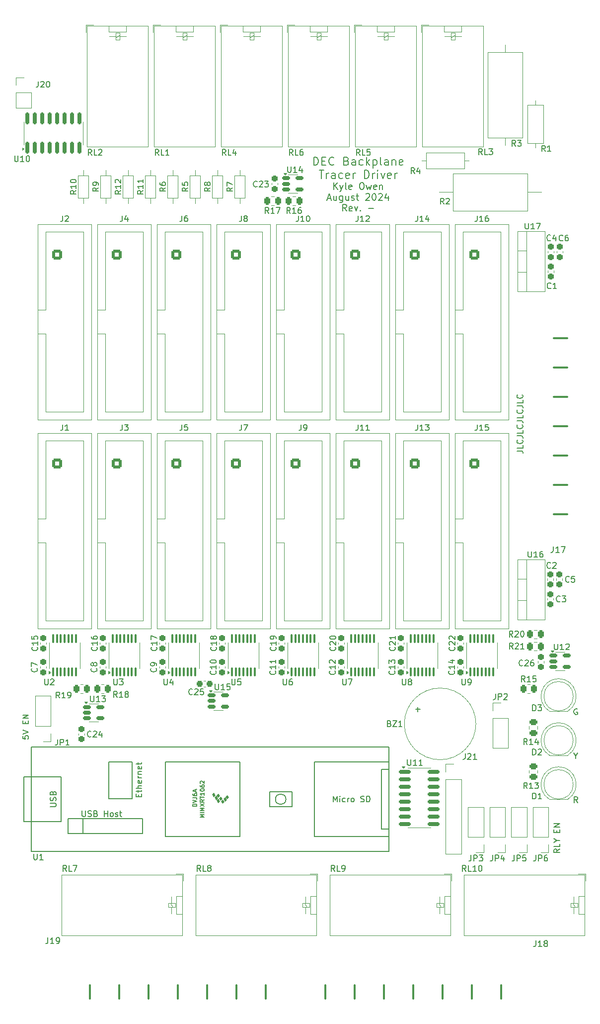
<source format=gto>
G04 #@! TF.GenerationSoftware,KiCad,Pcbnew,8.0.4-rc2*
G04 #@! TF.CreationDate,2024-08-04T20:39:58-05:00*
G04 #@! TF.ProjectId,backplane_tracer_driver,6261636b-706c-4616-9e65-5f7472616365,rev?*
G04 #@! TF.SameCoordinates,Original*
G04 #@! TF.FileFunction,Legend,Top*
G04 #@! TF.FilePolarity,Positive*
%FSLAX46Y46*%
G04 Gerber Fmt 4.6, Leading zero omitted, Abs format (unit mm)*
G04 Created by KiCad (PCBNEW 8.0.4-rc2) date 2024-08-04 20:39:58*
%MOMM*%
%LPD*%
G01*
G04 APERTURE LIST*
G04 Aperture macros list*
%AMRoundRect*
0 Rectangle with rounded corners*
0 $1 Rounding radius*
0 $2 $3 $4 $5 $6 $7 $8 $9 X,Y pos of 4 corners*
0 Add a 4 corners polygon primitive as box body*
4,1,4,$2,$3,$4,$5,$6,$7,$8,$9,$2,$3,0*
0 Add four circle primitives for the rounded corners*
1,1,$1+$1,$2,$3*
1,1,$1+$1,$4,$5*
1,1,$1+$1,$6,$7*
1,1,$1+$1,$8,$9*
0 Add four rect primitives between the rounded corners*
20,1,$1+$1,$2,$3,$4,$5,0*
20,1,$1+$1,$4,$5,$6,$7,0*
20,1,$1+$1,$6,$7,$8,$9,0*
20,1,$1+$1,$8,$9,$2,$3,0*%
G04 Aperture macros list end*
%ADD10C,0.152400*%
%ADD11C,0.158750*%
%ADD12C,0.190500*%
%ADD13C,0.150000*%
%ADD14C,0.120000*%
%ADD15C,0.100000*%
%ADD16C,0.300000*%
%ADD17R,1.700000X1.700000*%
%ADD18O,1.700000X1.700000*%
%ADD19R,1.400000X1.400000*%
%ADD20C,1.400000*%
%ADD21RoundRect,0.250000X-0.600000X-0.600000X0.600000X-0.600000X0.600000X0.600000X-0.600000X0.600000X0*%
%ADD22C,1.700000*%
%ADD23C,0.800000*%
%ADD24C,7.400000*%
%ADD25RoundRect,0.150000X-0.512500X-0.150000X0.512500X-0.150000X0.512500X0.150000X-0.512500X0.150000X0*%
%ADD26RoundRect,0.250000X-0.262500X-0.450000X0.262500X-0.450000X0.262500X0.450000X-0.262500X0.450000X0*%
%ADD27RoundRect,0.250000X0.262500X0.450000X-0.262500X0.450000X-0.262500X-0.450000X0.262500X-0.450000X0*%
%ADD28RoundRect,0.237500X0.237500X-0.300000X0.237500X0.300000X-0.237500X0.300000X-0.237500X-0.300000X0*%
%ADD29RoundRect,0.237500X-0.237500X0.300000X-0.237500X-0.300000X0.237500X-0.300000X0.237500X0.300000X0*%
%ADD30R,2.000000X1.905000*%
%ADD31O,2.000000X1.905000*%
%ADD32O,1.400000X1.400000*%
%ADD33C,1.600000*%
%ADD34O,1.600000X1.600000*%
%ADD35C,2.540000*%
%ADD36C,2.800000*%
%ADD37O,2.800000X2.800000*%
%ADD38RoundRect,0.150000X-0.825000X-0.150000X0.825000X-0.150000X0.825000X0.150000X-0.825000X0.150000X0*%
%ADD39RoundRect,0.250000X-0.450000X0.262500X-0.450000X-0.262500X0.450000X-0.262500X0.450000X0.262500X0*%
%ADD40R,1.600000X1.600000*%
%ADD41R,1.300000X1.300000*%
%ADD42C,1.300000*%
%ADD43RoundRect,0.100000X0.100000X-0.637500X0.100000X0.637500X-0.100000X0.637500X-0.100000X-0.637500X0*%
%ADD44C,3.000000*%
%ADD45R,2.000000X2.000000*%
%ADD46C,2.000000*%
%ADD47R,1.800000X1.800000*%
%ADD48C,1.800000*%
%ADD49RoundRect,0.150000X0.150000X-0.825000X0.150000X0.825000X-0.150000X0.825000X-0.150000X-0.825000X0*%
%ADD50RoundRect,0.237500X0.300000X0.237500X-0.300000X0.237500X-0.300000X-0.237500X0.300000X-0.237500X0*%
G04 APERTURE END LIST*
D10*
X104406694Y-53731927D02*
X105120979Y-53731927D01*
X105120979Y-53731927D02*
X105263836Y-53779546D01*
X105263836Y-53779546D02*
X105359075Y-53874784D01*
X105359075Y-53874784D02*
X105406694Y-54017641D01*
X105406694Y-54017641D02*
X105406694Y-54112879D01*
X105406694Y-52779546D02*
X105406694Y-53255736D01*
X105406694Y-53255736D02*
X104406694Y-53255736D01*
X105311455Y-51874784D02*
X105359075Y-51922403D01*
X105359075Y-51922403D02*
X105406694Y-52065260D01*
X105406694Y-52065260D02*
X105406694Y-52160498D01*
X105406694Y-52160498D02*
X105359075Y-52303355D01*
X105359075Y-52303355D02*
X105263836Y-52398593D01*
X105263836Y-52398593D02*
X105168598Y-52446212D01*
X105168598Y-52446212D02*
X104978122Y-52493831D01*
X104978122Y-52493831D02*
X104835265Y-52493831D01*
X104835265Y-52493831D02*
X104644789Y-52446212D01*
X104644789Y-52446212D02*
X104549551Y-52398593D01*
X104549551Y-52398593D02*
X104454313Y-52303355D01*
X104454313Y-52303355D02*
X104406694Y-52160498D01*
X104406694Y-52160498D02*
X104406694Y-52065260D01*
X104406694Y-52065260D02*
X104454313Y-51922403D01*
X104454313Y-51922403D02*
X104501932Y-51874784D01*
X104406694Y-51160498D02*
X105120979Y-51160498D01*
X105120979Y-51160498D02*
X105263836Y-51208117D01*
X105263836Y-51208117D02*
X105359075Y-51303355D01*
X105359075Y-51303355D02*
X105406694Y-51446212D01*
X105406694Y-51446212D02*
X105406694Y-51541450D01*
X105406694Y-50208117D02*
X105406694Y-50684307D01*
X105406694Y-50684307D02*
X104406694Y-50684307D01*
X105311455Y-49303355D02*
X105359075Y-49350974D01*
X105359075Y-49350974D02*
X105406694Y-49493831D01*
X105406694Y-49493831D02*
X105406694Y-49589069D01*
X105406694Y-49589069D02*
X105359075Y-49731926D01*
X105359075Y-49731926D02*
X105263836Y-49827164D01*
X105263836Y-49827164D02*
X105168598Y-49874783D01*
X105168598Y-49874783D02*
X104978122Y-49922402D01*
X104978122Y-49922402D02*
X104835265Y-49922402D01*
X104835265Y-49922402D02*
X104644789Y-49874783D01*
X104644789Y-49874783D02*
X104549551Y-49827164D01*
X104549551Y-49827164D02*
X104454313Y-49731926D01*
X104454313Y-49731926D02*
X104406694Y-49589069D01*
X104406694Y-49589069D02*
X104406694Y-49493831D01*
X104406694Y-49493831D02*
X104454313Y-49350974D01*
X104454313Y-49350974D02*
X104501932Y-49303355D01*
X104406694Y-48589069D02*
X105120979Y-48589069D01*
X105120979Y-48589069D02*
X105263836Y-48636688D01*
X105263836Y-48636688D02*
X105359075Y-48731926D01*
X105359075Y-48731926D02*
X105406694Y-48874783D01*
X105406694Y-48874783D02*
X105406694Y-48970021D01*
X105406694Y-47636688D02*
X105406694Y-48112878D01*
X105406694Y-48112878D02*
X104406694Y-48112878D01*
X105311455Y-46731926D02*
X105359075Y-46779545D01*
X105359075Y-46779545D02*
X105406694Y-46922402D01*
X105406694Y-46922402D02*
X105406694Y-47017640D01*
X105406694Y-47017640D02*
X105359075Y-47160497D01*
X105359075Y-47160497D02*
X105263836Y-47255735D01*
X105263836Y-47255735D02*
X105168598Y-47303354D01*
X105168598Y-47303354D02*
X104978122Y-47350973D01*
X104978122Y-47350973D02*
X104835265Y-47350973D01*
X104835265Y-47350973D02*
X104644789Y-47303354D01*
X104644789Y-47303354D02*
X104549551Y-47255735D01*
X104549551Y-47255735D02*
X104454313Y-47160497D01*
X104454313Y-47160497D02*
X104406694Y-47017640D01*
X104406694Y-47017640D02*
X104406694Y-46922402D01*
X104406694Y-46922402D02*
X104454313Y-46779545D01*
X104454313Y-46779545D02*
X104501932Y-46731926D01*
X104406694Y-46017640D02*
X105120979Y-46017640D01*
X105120979Y-46017640D02*
X105263836Y-46065259D01*
X105263836Y-46065259D02*
X105359075Y-46160497D01*
X105359075Y-46160497D02*
X105406694Y-46303354D01*
X105406694Y-46303354D02*
X105406694Y-46398592D01*
X105406694Y-45065259D02*
X105406694Y-45541449D01*
X105406694Y-45541449D02*
X104406694Y-45541449D01*
X105311455Y-44160497D02*
X105359075Y-44208116D01*
X105359075Y-44208116D02*
X105406694Y-44350973D01*
X105406694Y-44350973D02*
X105406694Y-44446211D01*
X105406694Y-44446211D02*
X105359075Y-44589068D01*
X105359075Y-44589068D02*
X105263836Y-44684306D01*
X105263836Y-44684306D02*
X105168598Y-44731925D01*
X105168598Y-44731925D02*
X104978122Y-44779544D01*
X104978122Y-44779544D02*
X104835265Y-44779544D01*
X104835265Y-44779544D02*
X104644789Y-44731925D01*
X104644789Y-44731925D02*
X104549551Y-44684306D01*
X104549551Y-44684306D02*
X104454313Y-44589068D01*
X104454313Y-44589068D02*
X104406694Y-44446211D01*
X104406694Y-44446211D02*
X104406694Y-44350973D01*
X104406694Y-44350973D02*
X104454313Y-44208116D01*
X104454313Y-44208116D02*
X104501932Y-44160497D01*
D11*
X73179214Y-9221352D02*
X73179214Y-8078352D01*
X73832357Y-9221352D02*
X73342500Y-8568209D01*
X73832357Y-8078352D02*
X73179214Y-8731495D01*
X74213357Y-8459352D02*
X74485500Y-9221352D01*
X74757643Y-8459352D02*
X74485500Y-9221352D01*
X74485500Y-9221352D02*
X74376643Y-9493495D01*
X74376643Y-9493495D02*
X74322214Y-9547924D01*
X74322214Y-9547924D02*
X74213357Y-9602352D01*
X75356357Y-9221352D02*
X75247500Y-9166924D01*
X75247500Y-9166924D02*
X75193071Y-9058066D01*
X75193071Y-9058066D02*
X75193071Y-8078352D01*
X76227214Y-9166924D02*
X76118357Y-9221352D01*
X76118357Y-9221352D02*
X75900643Y-9221352D01*
X75900643Y-9221352D02*
X75791785Y-9166924D01*
X75791785Y-9166924D02*
X75737357Y-9058066D01*
X75737357Y-9058066D02*
X75737357Y-8622638D01*
X75737357Y-8622638D02*
X75791785Y-8513781D01*
X75791785Y-8513781D02*
X75900643Y-8459352D01*
X75900643Y-8459352D02*
X76118357Y-8459352D01*
X76118357Y-8459352D02*
X76227214Y-8513781D01*
X76227214Y-8513781D02*
X76281643Y-8622638D01*
X76281643Y-8622638D02*
X76281643Y-8731495D01*
X76281643Y-8731495D02*
X75737357Y-8840352D01*
X77860071Y-8078352D02*
X78077785Y-8078352D01*
X78077785Y-8078352D02*
X78186642Y-8132781D01*
X78186642Y-8132781D02*
X78295499Y-8241638D01*
X78295499Y-8241638D02*
X78349928Y-8459352D01*
X78349928Y-8459352D02*
X78349928Y-8840352D01*
X78349928Y-8840352D02*
X78295499Y-9058066D01*
X78295499Y-9058066D02*
X78186642Y-9166924D01*
X78186642Y-9166924D02*
X78077785Y-9221352D01*
X78077785Y-9221352D02*
X77860071Y-9221352D01*
X77860071Y-9221352D02*
X77751214Y-9166924D01*
X77751214Y-9166924D02*
X77642356Y-9058066D01*
X77642356Y-9058066D02*
X77587928Y-8840352D01*
X77587928Y-8840352D02*
X77587928Y-8459352D01*
X77587928Y-8459352D02*
X77642356Y-8241638D01*
X77642356Y-8241638D02*
X77751214Y-8132781D01*
X77751214Y-8132781D02*
X77860071Y-8078352D01*
X78730928Y-8459352D02*
X78948643Y-9221352D01*
X78948643Y-9221352D02*
X79166357Y-8677066D01*
X79166357Y-8677066D02*
X79384071Y-9221352D01*
X79384071Y-9221352D02*
X79601785Y-8459352D01*
X80472643Y-9166924D02*
X80363786Y-9221352D01*
X80363786Y-9221352D02*
X80146072Y-9221352D01*
X80146072Y-9221352D02*
X80037214Y-9166924D01*
X80037214Y-9166924D02*
X79982786Y-9058066D01*
X79982786Y-9058066D02*
X79982786Y-8622638D01*
X79982786Y-8622638D02*
X80037214Y-8513781D01*
X80037214Y-8513781D02*
X80146072Y-8459352D01*
X80146072Y-8459352D02*
X80363786Y-8459352D01*
X80363786Y-8459352D02*
X80472643Y-8513781D01*
X80472643Y-8513781D02*
X80527072Y-8622638D01*
X80527072Y-8622638D02*
X80527072Y-8731495D01*
X80527072Y-8731495D02*
X79982786Y-8840352D01*
X81016928Y-8459352D02*
X81016928Y-9221352D01*
X81016928Y-8568209D02*
X81071357Y-8513781D01*
X81071357Y-8513781D02*
X81180214Y-8459352D01*
X81180214Y-8459352D02*
X81343500Y-8459352D01*
X81343500Y-8459352D02*
X81452357Y-8513781D01*
X81452357Y-8513781D02*
X81506786Y-8622638D01*
X81506786Y-8622638D02*
X81506786Y-9221352D01*
X72117858Y-10734947D02*
X72662144Y-10734947D01*
X72009001Y-11061518D02*
X72390001Y-9918518D01*
X72390001Y-9918518D02*
X72771001Y-11061518D01*
X73641858Y-10299518D02*
X73641858Y-11061518D01*
X73152000Y-10299518D02*
X73152000Y-10898232D01*
X73152000Y-10898232D02*
X73206429Y-11007090D01*
X73206429Y-11007090D02*
X73315286Y-11061518D01*
X73315286Y-11061518D02*
X73478572Y-11061518D01*
X73478572Y-11061518D02*
X73587429Y-11007090D01*
X73587429Y-11007090D02*
X73641858Y-10952661D01*
X74676001Y-10299518D02*
X74676001Y-11224804D01*
X74676001Y-11224804D02*
X74621572Y-11333661D01*
X74621572Y-11333661D02*
X74567143Y-11388090D01*
X74567143Y-11388090D02*
X74458286Y-11442518D01*
X74458286Y-11442518D02*
X74295001Y-11442518D01*
X74295001Y-11442518D02*
X74186143Y-11388090D01*
X74676001Y-11007090D02*
X74567143Y-11061518D01*
X74567143Y-11061518D02*
X74349429Y-11061518D01*
X74349429Y-11061518D02*
X74240572Y-11007090D01*
X74240572Y-11007090D02*
X74186143Y-10952661D01*
X74186143Y-10952661D02*
X74131715Y-10843804D01*
X74131715Y-10843804D02*
X74131715Y-10517232D01*
X74131715Y-10517232D02*
X74186143Y-10408375D01*
X74186143Y-10408375D02*
X74240572Y-10353947D01*
X74240572Y-10353947D02*
X74349429Y-10299518D01*
X74349429Y-10299518D02*
X74567143Y-10299518D01*
X74567143Y-10299518D02*
X74676001Y-10353947D01*
X75710144Y-10299518D02*
X75710144Y-11061518D01*
X75220286Y-10299518D02*
X75220286Y-10898232D01*
X75220286Y-10898232D02*
X75274715Y-11007090D01*
X75274715Y-11007090D02*
X75383572Y-11061518D01*
X75383572Y-11061518D02*
X75546858Y-11061518D01*
X75546858Y-11061518D02*
X75655715Y-11007090D01*
X75655715Y-11007090D02*
X75710144Y-10952661D01*
X76200001Y-11007090D02*
X76308858Y-11061518D01*
X76308858Y-11061518D02*
X76526572Y-11061518D01*
X76526572Y-11061518D02*
X76635429Y-11007090D01*
X76635429Y-11007090D02*
X76689858Y-10898232D01*
X76689858Y-10898232D02*
X76689858Y-10843804D01*
X76689858Y-10843804D02*
X76635429Y-10734947D01*
X76635429Y-10734947D02*
X76526572Y-10680518D01*
X76526572Y-10680518D02*
X76363287Y-10680518D01*
X76363287Y-10680518D02*
X76254429Y-10626090D01*
X76254429Y-10626090D02*
X76200001Y-10517232D01*
X76200001Y-10517232D02*
X76200001Y-10462804D01*
X76200001Y-10462804D02*
X76254429Y-10353947D01*
X76254429Y-10353947D02*
X76363287Y-10299518D01*
X76363287Y-10299518D02*
X76526572Y-10299518D01*
X76526572Y-10299518D02*
X76635429Y-10353947D01*
X77016430Y-10299518D02*
X77451858Y-10299518D01*
X77179715Y-9918518D02*
X77179715Y-10898232D01*
X77179715Y-10898232D02*
X77234144Y-11007090D01*
X77234144Y-11007090D02*
X77343001Y-11061518D01*
X77343001Y-11061518D02*
X77451858Y-11061518D01*
X78649287Y-10027375D02*
X78703715Y-9972947D01*
X78703715Y-9972947D02*
X78812573Y-9918518D01*
X78812573Y-9918518D02*
X79084715Y-9918518D01*
X79084715Y-9918518D02*
X79193573Y-9972947D01*
X79193573Y-9972947D02*
X79248001Y-10027375D01*
X79248001Y-10027375D02*
X79302430Y-10136232D01*
X79302430Y-10136232D02*
X79302430Y-10245090D01*
X79302430Y-10245090D02*
X79248001Y-10408375D01*
X79248001Y-10408375D02*
X78594858Y-11061518D01*
X78594858Y-11061518D02*
X79302430Y-11061518D01*
X80010001Y-9918518D02*
X80118858Y-9918518D01*
X80118858Y-9918518D02*
X80227715Y-9972947D01*
X80227715Y-9972947D02*
X80282144Y-10027375D01*
X80282144Y-10027375D02*
X80336572Y-10136232D01*
X80336572Y-10136232D02*
X80391001Y-10353947D01*
X80391001Y-10353947D02*
X80391001Y-10626090D01*
X80391001Y-10626090D02*
X80336572Y-10843804D01*
X80336572Y-10843804D02*
X80282144Y-10952661D01*
X80282144Y-10952661D02*
X80227715Y-11007090D01*
X80227715Y-11007090D02*
X80118858Y-11061518D01*
X80118858Y-11061518D02*
X80010001Y-11061518D01*
X80010001Y-11061518D02*
X79901144Y-11007090D01*
X79901144Y-11007090D02*
X79846715Y-10952661D01*
X79846715Y-10952661D02*
X79792286Y-10843804D01*
X79792286Y-10843804D02*
X79737858Y-10626090D01*
X79737858Y-10626090D02*
X79737858Y-10353947D01*
X79737858Y-10353947D02*
X79792286Y-10136232D01*
X79792286Y-10136232D02*
X79846715Y-10027375D01*
X79846715Y-10027375D02*
X79901144Y-9972947D01*
X79901144Y-9972947D02*
X80010001Y-9918518D01*
X80826429Y-10027375D02*
X80880857Y-9972947D01*
X80880857Y-9972947D02*
X80989715Y-9918518D01*
X80989715Y-9918518D02*
X81261857Y-9918518D01*
X81261857Y-9918518D02*
X81370715Y-9972947D01*
X81370715Y-9972947D02*
X81425143Y-10027375D01*
X81425143Y-10027375D02*
X81479572Y-10136232D01*
X81479572Y-10136232D02*
X81479572Y-10245090D01*
X81479572Y-10245090D02*
X81425143Y-10408375D01*
X81425143Y-10408375D02*
X80772000Y-11061518D01*
X80772000Y-11061518D02*
X81479572Y-11061518D01*
X82459286Y-10299518D02*
X82459286Y-11061518D01*
X82187143Y-9864090D02*
X81915000Y-10680518D01*
X81915000Y-10680518D02*
X82622571Y-10680518D01*
X75356357Y-12901684D02*
X74975357Y-12357398D01*
X74703214Y-12901684D02*
X74703214Y-11758684D01*
X74703214Y-11758684D02*
X75138643Y-11758684D01*
X75138643Y-11758684D02*
X75247500Y-11813113D01*
X75247500Y-11813113D02*
X75301929Y-11867541D01*
X75301929Y-11867541D02*
X75356357Y-11976398D01*
X75356357Y-11976398D02*
X75356357Y-12139684D01*
X75356357Y-12139684D02*
X75301929Y-12248541D01*
X75301929Y-12248541D02*
X75247500Y-12302970D01*
X75247500Y-12302970D02*
X75138643Y-12357398D01*
X75138643Y-12357398D02*
X74703214Y-12357398D01*
X76281643Y-12847256D02*
X76172786Y-12901684D01*
X76172786Y-12901684D02*
X75955072Y-12901684D01*
X75955072Y-12901684D02*
X75846214Y-12847256D01*
X75846214Y-12847256D02*
X75791786Y-12738398D01*
X75791786Y-12738398D02*
X75791786Y-12302970D01*
X75791786Y-12302970D02*
X75846214Y-12194113D01*
X75846214Y-12194113D02*
X75955072Y-12139684D01*
X75955072Y-12139684D02*
X76172786Y-12139684D01*
X76172786Y-12139684D02*
X76281643Y-12194113D01*
X76281643Y-12194113D02*
X76336072Y-12302970D01*
X76336072Y-12302970D02*
X76336072Y-12411827D01*
X76336072Y-12411827D02*
X75791786Y-12520684D01*
X76717071Y-12139684D02*
X76989214Y-12901684D01*
X76989214Y-12901684D02*
X77261357Y-12139684D01*
X77696785Y-12792827D02*
X77751214Y-12847256D01*
X77751214Y-12847256D02*
X77696785Y-12901684D01*
X77696785Y-12901684D02*
X77642357Y-12847256D01*
X77642357Y-12847256D02*
X77696785Y-12792827D01*
X77696785Y-12792827D02*
X77696785Y-12901684D01*
X79111928Y-12466256D02*
X79982786Y-12466256D01*
D12*
X69759286Y-5099826D02*
X69759286Y-3702826D01*
X69759286Y-3702826D02*
X70091905Y-3702826D01*
X70091905Y-3702826D02*
X70291476Y-3769350D01*
X70291476Y-3769350D02*
X70424524Y-3902398D01*
X70424524Y-3902398D02*
X70491047Y-4035445D01*
X70491047Y-4035445D02*
X70557571Y-4301541D01*
X70557571Y-4301541D02*
X70557571Y-4501112D01*
X70557571Y-4501112D02*
X70491047Y-4767207D01*
X70491047Y-4767207D02*
X70424524Y-4900255D01*
X70424524Y-4900255D02*
X70291476Y-5033303D01*
X70291476Y-5033303D02*
X70091905Y-5099826D01*
X70091905Y-5099826D02*
X69759286Y-5099826D01*
X71156286Y-4368064D02*
X71621952Y-4368064D01*
X71821524Y-5099826D02*
X71156286Y-5099826D01*
X71156286Y-5099826D02*
X71156286Y-3702826D01*
X71156286Y-3702826D02*
X71821524Y-3702826D01*
X73218523Y-4966779D02*
X73151999Y-5033303D01*
X73151999Y-5033303D02*
X72952428Y-5099826D01*
X72952428Y-5099826D02*
X72819380Y-5099826D01*
X72819380Y-5099826D02*
X72619809Y-5033303D01*
X72619809Y-5033303D02*
X72486761Y-4900255D01*
X72486761Y-4900255D02*
X72420238Y-4767207D01*
X72420238Y-4767207D02*
X72353714Y-4501112D01*
X72353714Y-4501112D02*
X72353714Y-4301541D01*
X72353714Y-4301541D02*
X72420238Y-4035445D01*
X72420238Y-4035445D02*
X72486761Y-3902398D01*
X72486761Y-3902398D02*
X72619809Y-3769350D01*
X72619809Y-3769350D02*
X72819380Y-3702826D01*
X72819380Y-3702826D02*
X72952428Y-3702826D01*
X72952428Y-3702826D02*
X73151999Y-3769350D01*
X73151999Y-3769350D02*
X73218523Y-3835874D01*
X75347285Y-4368064D02*
X75546857Y-4434588D01*
X75546857Y-4434588D02*
X75613380Y-4501112D01*
X75613380Y-4501112D02*
X75679904Y-4634160D01*
X75679904Y-4634160D02*
X75679904Y-4833731D01*
X75679904Y-4833731D02*
X75613380Y-4966779D01*
X75613380Y-4966779D02*
X75546857Y-5033303D01*
X75546857Y-5033303D02*
X75413809Y-5099826D01*
X75413809Y-5099826D02*
X74881619Y-5099826D01*
X74881619Y-5099826D02*
X74881619Y-3702826D01*
X74881619Y-3702826D02*
X75347285Y-3702826D01*
X75347285Y-3702826D02*
X75480333Y-3769350D01*
X75480333Y-3769350D02*
X75546857Y-3835874D01*
X75546857Y-3835874D02*
X75613380Y-3968922D01*
X75613380Y-3968922D02*
X75613380Y-4101969D01*
X75613380Y-4101969D02*
X75546857Y-4235017D01*
X75546857Y-4235017D02*
X75480333Y-4301541D01*
X75480333Y-4301541D02*
X75347285Y-4368064D01*
X75347285Y-4368064D02*
X74881619Y-4368064D01*
X76877333Y-5099826D02*
X76877333Y-4368064D01*
X76877333Y-4368064D02*
X76810809Y-4235017D01*
X76810809Y-4235017D02*
X76677761Y-4168493D01*
X76677761Y-4168493D02*
X76411666Y-4168493D01*
X76411666Y-4168493D02*
X76278619Y-4235017D01*
X76877333Y-5033303D02*
X76744285Y-5099826D01*
X76744285Y-5099826D02*
X76411666Y-5099826D01*
X76411666Y-5099826D02*
X76278619Y-5033303D01*
X76278619Y-5033303D02*
X76212095Y-4900255D01*
X76212095Y-4900255D02*
X76212095Y-4767207D01*
X76212095Y-4767207D02*
X76278619Y-4634160D01*
X76278619Y-4634160D02*
X76411666Y-4567636D01*
X76411666Y-4567636D02*
X76744285Y-4567636D01*
X76744285Y-4567636D02*
X76877333Y-4501112D01*
X78141285Y-5033303D02*
X78008237Y-5099826D01*
X78008237Y-5099826D02*
X77742142Y-5099826D01*
X77742142Y-5099826D02*
X77609094Y-5033303D01*
X77609094Y-5033303D02*
X77542571Y-4966779D01*
X77542571Y-4966779D02*
X77476047Y-4833731D01*
X77476047Y-4833731D02*
X77476047Y-4434588D01*
X77476047Y-4434588D02*
X77542571Y-4301541D01*
X77542571Y-4301541D02*
X77609094Y-4235017D01*
X77609094Y-4235017D02*
X77742142Y-4168493D01*
X77742142Y-4168493D02*
X78008237Y-4168493D01*
X78008237Y-4168493D02*
X78141285Y-4235017D01*
X78740000Y-5099826D02*
X78740000Y-3702826D01*
X78873047Y-4567636D02*
X79272190Y-5099826D01*
X79272190Y-4168493D02*
X78740000Y-4700683D01*
X79870905Y-4168493D02*
X79870905Y-5565493D01*
X79870905Y-4235017D02*
X80003952Y-4168493D01*
X80003952Y-4168493D02*
X80270047Y-4168493D01*
X80270047Y-4168493D02*
X80403095Y-4235017D01*
X80403095Y-4235017D02*
X80469619Y-4301541D01*
X80469619Y-4301541D02*
X80536143Y-4434588D01*
X80536143Y-4434588D02*
X80536143Y-4833731D01*
X80536143Y-4833731D02*
X80469619Y-4966779D01*
X80469619Y-4966779D02*
X80403095Y-5033303D01*
X80403095Y-5033303D02*
X80270047Y-5099826D01*
X80270047Y-5099826D02*
X80003952Y-5099826D01*
X80003952Y-5099826D02*
X79870905Y-5033303D01*
X81334428Y-5099826D02*
X81201380Y-5033303D01*
X81201380Y-5033303D02*
X81134857Y-4900255D01*
X81134857Y-4900255D02*
X81134857Y-3702826D01*
X82465333Y-5099826D02*
X82465333Y-4368064D01*
X82465333Y-4368064D02*
X82398809Y-4235017D01*
X82398809Y-4235017D02*
X82265761Y-4168493D01*
X82265761Y-4168493D02*
X81999666Y-4168493D01*
X81999666Y-4168493D02*
X81866619Y-4235017D01*
X82465333Y-5033303D02*
X82332285Y-5099826D01*
X82332285Y-5099826D02*
X81999666Y-5099826D01*
X81999666Y-5099826D02*
X81866619Y-5033303D01*
X81866619Y-5033303D02*
X81800095Y-4900255D01*
X81800095Y-4900255D02*
X81800095Y-4767207D01*
X81800095Y-4767207D02*
X81866619Y-4634160D01*
X81866619Y-4634160D02*
X81999666Y-4567636D01*
X81999666Y-4567636D02*
X82332285Y-4567636D01*
X82332285Y-4567636D02*
X82465333Y-4501112D01*
X83130571Y-4168493D02*
X83130571Y-5099826D01*
X83130571Y-4301541D02*
X83197094Y-4235017D01*
X83197094Y-4235017D02*
X83330142Y-4168493D01*
X83330142Y-4168493D02*
X83529713Y-4168493D01*
X83529713Y-4168493D02*
X83662761Y-4235017D01*
X83662761Y-4235017D02*
X83729285Y-4368064D01*
X83729285Y-4368064D02*
X83729285Y-5099826D01*
X84926713Y-5033303D02*
X84793665Y-5099826D01*
X84793665Y-5099826D02*
X84527570Y-5099826D01*
X84527570Y-5099826D02*
X84394523Y-5033303D01*
X84394523Y-5033303D02*
X84327999Y-4900255D01*
X84327999Y-4900255D02*
X84327999Y-4368064D01*
X84327999Y-4368064D02*
X84394523Y-4235017D01*
X84394523Y-4235017D02*
X84527570Y-4168493D01*
X84527570Y-4168493D02*
X84793665Y-4168493D01*
X84793665Y-4168493D02*
X84926713Y-4235017D01*
X84926713Y-4235017D02*
X84993237Y-4368064D01*
X84993237Y-4368064D02*
X84993237Y-4501112D01*
X84993237Y-4501112D02*
X84327999Y-4634160D01*
X70690617Y-5951918D02*
X71488903Y-5951918D01*
X71089760Y-7348918D02*
X71089760Y-5951918D01*
X71954570Y-7348918D02*
X71954570Y-6417585D01*
X71954570Y-6683680D02*
X72021093Y-6550633D01*
X72021093Y-6550633D02*
X72087617Y-6484109D01*
X72087617Y-6484109D02*
X72220665Y-6417585D01*
X72220665Y-6417585D02*
X72353712Y-6417585D01*
X73418094Y-7348918D02*
X73418094Y-6617156D01*
X73418094Y-6617156D02*
X73351570Y-6484109D01*
X73351570Y-6484109D02*
X73218522Y-6417585D01*
X73218522Y-6417585D02*
X72952427Y-6417585D01*
X72952427Y-6417585D02*
X72819380Y-6484109D01*
X73418094Y-7282395D02*
X73285046Y-7348918D01*
X73285046Y-7348918D02*
X72952427Y-7348918D01*
X72952427Y-7348918D02*
X72819380Y-7282395D01*
X72819380Y-7282395D02*
X72752856Y-7149347D01*
X72752856Y-7149347D02*
X72752856Y-7016299D01*
X72752856Y-7016299D02*
X72819380Y-6883252D01*
X72819380Y-6883252D02*
X72952427Y-6816728D01*
X72952427Y-6816728D02*
X73285046Y-6816728D01*
X73285046Y-6816728D02*
X73418094Y-6750204D01*
X74682046Y-7282395D02*
X74548998Y-7348918D01*
X74548998Y-7348918D02*
X74282903Y-7348918D01*
X74282903Y-7348918D02*
X74149855Y-7282395D01*
X74149855Y-7282395D02*
X74083332Y-7215871D01*
X74083332Y-7215871D02*
X74016808Y-7082823D01*
X74016808Y-7082823D02*
X74016808Y-6683680D01*
X74016808Y-6683680D02*
X74083332Y-6550633D01*
X74083332Y-6550633D02*
X74149855Y-6484109D01*
X74149855Y-6484109D02*
X74282903Y-6417585D01*
X74282903Y-6417585D02*
X74548998Y-6417585D01*
X74548998Y-6417585D02*
X74682046Y-6484109D01*
X75812951Y-7282395D02*
X75679903Y-7348918D01*
X75679903Y-7348918D02*
X75413808Y-7348918D01*
X75413808Y-7348918D02*
X75280761Y-7282395D01*
X75280761Y-7282395D02*
X75214237Y-7149347D01*
X75214237Y-7149347D02*
X75214237Y-6617156D01*
X75214237Y-6617156D02*
X75280761Y-6484109D01*
X75280761Y-6484109D02*
X75413808Y-6417585D01*
X75413808Y-6417585D02*
X75679903Y-6417585D01*
X75679903Y-6417585D02*
X75812951Y-6484109D01*
X75812951Y-6484109D02*
X75879475Y-6617156D01*
X75879475Y-6617156D02*
X75879475Y-6750204D01*
X75879475Y-6750204D02*
X75214237Y-6883252D01*
X76478190Y-7348918D02*
X76478190Y-6417585D01*
X76478190Y-6683680D02*
X76544713Y-6550633D01*
X76544713Y-6550633D02*
X76611237Y-6484109D01*
X76611237Y-6484109D02*
X76744285Y-6417585D01*
X76744285Y-6417585D02*
X76877332Y-6417585D01*
X78407381Y-7348918D02*
X78407381Y-5951918D01*
X78407381Y-5951918D02*
X78740000Y-5951918D01*
X78740000Y-5951918D02*
X78939571Y-6018442D01*
X78939571Y-6018442D02*
X79072619Y-6151490D01*
X79072619Y-6151490D02*
X79139142Y-6284537D01*
X79139142Y-6284537D02*
X79205666Y-6550633D01*
X79205666Y-6550633D02*
X79205666Y-6750204D01*
X79205666Y-6750204D02*
X79139142Y-7016299D01*
X79139142Y-7016299D02*
X79072619Y-7149347D01*
X79072619Y-7149347D02*
X78939571Y-7282395D01*
X78939571Y-7282395D02*
X78740000Y-7348918D01*
X78740000Y-7348918D02*
X78407381Y-7348918D01*
X79804381Y-7348918D02*
X79804381Y-6417585D01*
X79804381Y-6683680D02*
X79870904Y-6550633D01*
X79870904Y-6550633D02*
X79937428Y-6484109D01*
X79937428Y-6484109D02*
X80070476Y-6417585D01*
X80070476Y-6417585D02*
X80203523Y-6417585D01*
X80669191Y-7348918D02*
X80669191Y-6417585D01*
X80669191Y-5951918D02*
X80602667Y-6018442D01*
X80602667Y-6018442D02*
X80669191Y-6084966D01*
X80669191Y-6084966D02*
X80735714Y-6018442D01*
X80735714Y-6018442D02*
X80669191Y-5951918D01*
X80669191Y-5951918D02*
X80669191Y-6084966D01*
X81201381Y-6417585D02*
X81534000Y-7348918D01*
X81534000Y-7348918D02*
X81866619Y-6417585D01*
X82931000Y-7282395D02*
X82797952Y-7348918D01*
X82797952Y-7348918D02*
X82531857Y-7348918D01*
X82531857Y-7348918D02*
X82398810Y-7282395D01*
X82398810Y-7282395D02*
X82332286Y-7149347D01*
X82332286Y-7149347D02*
X82332286Y-6617156D01*
X82332286Y-6617156D02*
X82398810Y-6484109D01*
X82398810Y-6484109D02*
X82531857Y-6417585D01*
X82531857Y-6417585D02*
X82797952Y-6417585D01*
X82797952Y-6417585D02*
X82931000Y-6484109D01*
X82931000Y-6484109D02*
X82997524Y-6617156D01*
X82997524Y-6617156D02*
X82997524Y-6750204D01*
X82997524Y-6750204D02*
X82332286Y-6883252D01*
X83596239Y-7348918D02*
X83596239Y-6417585D01*
X83596239Y-6683680D02*
X83662762Y-6550633D01*
X83662762Y-6550633D02*
X83729286Y-6484109D01*
X83729286Y-6484109D02*
X83862334Y-6417585D01*
X83862334Y-6417585D02*
X83995381Y-6417585D01*
D10*
X111706694Y-121514952D02*
X111230503Y-121848285D01*
X111706694Y-122086380D02*
X110706694Y-122086380D01*
X110706694Y-122086380D02*
X110706694Y-121705428D01*
X110706694Y-121705428D02*
X110754313Y-121610190D01*
X110754313Y-121610190D02*
X110801932Y-121562571D01*
X110801932Y-121562571D02*
X110897170Y-121514952D01*
X110897170Y-121514952D02*
X111040027Y-121514952D01*
X111040027Y-121514952D02*
X111135265Y-121562571D01*
X111135265Y-121562571D02*
X111182884Y-121610190D01*
X111182884Y-121610190D02*
X111230503Y-121705428D01*
X111230503Y-121705428D02*
X111230503Y-122086380D01*
X111706694Y-120610190D02*
X111706694Y-121086380D01*
X111706694Y-121086380D02*
X110706694Y-121086380D01*
X111230503Y-120086380D02*
X111706694Y-120086380D01*
X110706694Y-120419713D02*
X111230503Y-120086380D01*
X111230503Y-120086380D02*
X110706694Y-119753047D01*
X111182884Y-118657808D02*
X111182884Y-118324475D01*
X111706694Y-118181618D02*
X111706694Y-118657808D01*
X111706694Y-118657808D02*
X110706694Y-118657808D01*
X110706694Y-118657808D02*
X110706694Y-118181618D01*
X111706694Y-117753046D02*
X110706694Y-117753046D01*
X110706694Y-117753046D02*
X111706694Y-117181618D01*
X111706694Y-117181618D02*
X110706694Y-117181618D01*
X20155694Y-102258619D02*
X20155694Y-102734809D01*
X20155694Y-102734809D02*
X20631884Y-102782428D01*
X20631884Y-102782428D02*
X20584265Y-102734809D01*
X20584265Y-102734809D02*
X20536646Y-102639571D01*
X20536646Y-102639571D02*
X20536646Y-102401476D01*
X20536646Y-102401476D02*
X20584265Y-102306238D01*
X20584265Y-102306238D02*
X20631884Y-102258619D01*
X20631884Y-102258619D02*
X20727122Y-102211000D01*
X20727122Y-102211000D02*
X20965217Y-102211000D01*
X20965217Y-102211000D02*
X21060455Y-102258619D01*
X21060455Y-102258619D02*
X21108075Y-102306238D01*
X21108075Y-102306238D02*
X21155694Y-102401476D01*
X21155694Y-102401476D02*
X21155694Y-102639571D01*
X21155694Y-102639571D02*
X21108075Y-102734809D01*
X21108075Y-102734809D02*
X21060455Y-102782428D01*
X20155694Y-101925285D02*
X21155694Y-101591952D01*
X21155694Y-101591952D02*
X20155694Y-101258619D01*
X20631884Y-100163380D02*
X20631884Y-99830047D01*
X21155694Y-99687190D02*
X21155694Y-100163380D01*
X21155694Y-100163380D02*
X20155694Y-100163380D01*
X20155694Y-100163380D02*
X20155694Y-99687190D01*
X21155694Y-99258618D02*
X20155694Y-99258618D01*
X20155694Y-99258618D02*
X21155694Y-98687190D01*
X21155694Y-98687190D02*
X20155694Y-98687190D01*
X114736523Y-113611694D02*
X114403190Y-113135503D01*
X114165095Y-113611694D02*
X114165095Y-112611694D01*
X114165095Y-112611694D02*
X114546047Y-112611694D01*
X114546047Y-112611694D02*
X114641285Y-112659313D01*
X114641285Y-112659313D02*
X114688904Y-112706932D01*
X114688904Y-112706932D02*
X114736523Y-112802170D01*
X114736523Y-112802170D02*
X114736523Y-112945027D01*
X114736523Y-112945027D02*
X114688904Y-113040265D01*
X114688904Y-113040265D02*
X114641285Y-113087884D01*
X114641285Y-113087884D02*
X114546047Y-113135503D01*
X114546047Y-113135503D02*
X114165095Y-113135503D01*
X114427000Y-105642503D02*
X114427000Y-106118694D01*
X114093667Y-105118694D02*
X114427000Y-105642503D01*
X114427000Y-105642503D02*
X114760333Y-105118694D01*
X114688904Y-97673313D02*
X114593666Y-97625694D01*
X114593666Y-97625694D02*
X114450809Y-97625694D01*
X114450809Y-97625694D02*
X114307952Y-97673313D01*
X114307952Y-97673313D02*
X114212714Y-97768551D01*
X114212714Y-97768551D02*
X114165095Y-97863789D01*
X114165095Y-97863789D02*
X114117476Y-98054265D01*
X114117476Y-98054265D02*
X114117476Y-98197122D01*
X114117476Y-98197122D02*
X114165095Y-98387598D01*
X114165095Y-98387598D02*
X114212714Y-98482836D01*
X114212714Y-98482836D02*
X114307952Y-98578075D01*
X114307952Y-98578075D02*
X114450809Y-98625694D01*
X114450809Y-98625694D02*
X114546047Y-98625694D01*
X114546047Y-98625694D02*
X114688904Y-98578075D01*
X114688904Y-98578075D02*
X114736523Y-98530455D01*
X114736523Y-98530455D02*
X114736523Y-98197122D01*
X114736523Y-98197122D02*
X114546047Y-98197122D01*
D13*
X95583476Y-105245819D02*
X95583476Y-105960104D01*
X95583476Y-105960104D02*
X95535857Y-106102961D01*
X95535857Y-106102961D02*
X95440619Y-106198200D01*
X95440619Y-106198200D02*
X95297762Y-106245819D01*
X95297762Y-106245819D02*
X95202524Y-106245819D01*
X96012048Y-105341057D02*
X96059667Y-105293438D01*
X96059667Y-105293438D02*
X96154905Y-105245819D01*
X96154905Y-105245819D02*
X96393000Y-105245819D01*
X96393000Y-105245819D02*
X96488238Y-105293438D01*
X96488238Y-105293438D02*
X96535857Y-105341057D01*
X96535857Y-105341057D02*
X96583476Y-105436295D01*
X96583476Y-105436295D02*
X96583476Y-105531533D01*
X96583476Y-105531533D02*
X96535857Y-105674390D01*
X96535857Y-105674390D02*
X95964429Y-106245819D01*
X95964429Y-106245819D02*
X96583476Y-106245819D01*
X97535857Y-106245819D02*
X96964429Y-106245819D01*
X97250143Y-106245819D02*
X97250143Y-105245819D01*
X97250143Y-105245819D02*
X97154905Y-105388676D01*
X97154905Y-105388676D02*
X97059667Y-105483914D01*
X97059667Y-105483914D02*
X96964429Y-105531533D01*
X22812476Y9181180D02*
X22812476Y8466895D01*
X22812476Y8466895D02*
X22764857Y8324038D01*
X22764857Y8324038D02*
X22669619Y8228800D01*
X22669619Y8228800D02*
X22526762Y8181180D01*
X22526762Y8181180D02*
X22431524Y8181180D01*
X23241048Y9085942D02*
X23288667Y9133561D01*
X23288667Y9133561D02*
X23383905Y9181180D01*
X23383905Y9181180D02*
X23622000Y9181180D01*
X23622000Y9181180D02*
X23717238Y9133561D01*
X23717238Y9133561D02*
X23764857Y9085942D01*
X23764857Y9085942D02*
X23812476Y8990704D01*
X23812476Y8990704D02*
X23812476Y8895466D01*
X23812476Y8895466D02*
X23764857Y8752609D01*
X23764857Y8752609D02*
X23193429Y8181180D01*
X23193429Y8181180D02*
X23812476Y8181180D01*
X24431524Y9181180D02*
X24526762Y9181180D01*
X24526762Y9181180D02*
X24622000Y9133561D01*
X24622000Y9133561D02*
X24669619Y9085942D01*
X24669619Y9085942D02*
X24717238Y8990704D01*
X24717238Y8990704D02*
X24764857Y8800228D01*
X24764857Y8800228D02*
X24764857Y8562133D01*
X24764857Y8562133D02*
X24717238Y8371657D01*
X24717238Y8371657D02*
X24669619Y8276419D01*
X24669619Y8276419D02*
X24622000Y8228800D01*
X24622000Y8228800D02*
X24526762Y8181180D01*
X24526762Y8181180D02*
X24431524Y8181180D01*
X24431524Y8181180D02*
X24336286Y8228800D01*
X24336286Y8228800D02*
X24288667Y8276419D01*
X24288667Y8276419D02*
X24241048Y8371657D01*
X24241048Y8371657D02*
X24193429Y8562133D01*
X24193429Y8562133D02*
X24193429Y8800228D01*
X24193429Y8800228D02*
X24241048Y8990704D01*
X24241048Y8990704D02*
X24288667Y9085942D01*
X24288667Y9085942D02*
X24336286Y9133561D01*
X24336286Y9133561D02*
X24431524Y9181180D01*
X103941666Y-122546819D02*
X103941666Y-123261104D01*
X103941666Y-123261104D02*
X103894047Y-123403961D01*
X103894047Y-123403961D02*
X103798809Y-123499200D01*
X103798809Y-123499200D02*
X103655952Y-123546819D01*
X103655952Y-123546819D02*
X103560714Y-123546819D01*
X104417857Y-123546819D02*
X104417857Y-122546819D01*
X104417857Y-122546819D02*
X104798809Y-122546819D01*
X104798809Y-122546819D02*
X104894047Y-122594438D01*
X104894047Y-122594438D02*
X104941666Y-122642057D01*
X104941666Y-122642057D02*
X104989285Y-122737295D01*
X104989285Y-122737295D02*
X104989285Y-122880152D01*
X104989285Y-122880152D02*
X104941666Y-122975390D01*
X104941666Y-122975390D02*
X104894047Y-123023009D01*
X104894047Y-123023009D02*
X104798809Y-123070628D01*
X104798809Y-123070628D02*
X104417857Y-123070628D01*
X105894047Y-122546819D02*
X105417857Y-122546819D01*
X105417857Y-122546819D02*
X105370238Y-123023009D01*
X105370238Y-123023009D02*
X105417857Y-122975390D01*
X105417857Y-122975390D02*
X105513095Y-122927771D01*
X105513095Y-122927771D02*
X105751190Y-122927771D01*
X105751190Y-122927771D02*
X105846428Y-122975390D01*
X105846428Y-122975390D02*
X105894047Y-123023009D01*
X105894047Y-123023009D02*
X105941666Y-123118247D01*
X105941666Y-123118247D02*
X105941666Y-123356342D01*
X105941666Y-123356342D02*
X105894047Y-123451580D01*
X105894047Y-123451580D02*
X105846428Y-123499200D01*
X105846428Y-123499200D02*
X105751190Y-123546819D01*
X105751190Y-123546819D02*
X105513095Y-123546819D01*
X105513095Y-123546819D02*
X105417857Y-123499200D01*
X105417857Y-123499200D02*
X105370238Y-123451580D01*
X107624666Y-122546819D02*
X107624666Y-123261104D01*
X107624666Y-123261104D02*
X107577047Y-123403961D01*
X107577047Y-123403961D02*
X107481809Y-123499200D01*
X107481809Y-123499200D02*
X107338952Y-123546819D01*
X107338952Y-123546819D02*
X107243714Y-123546819D01*
X108100857Y-123546819D02*
X108100857Y-122546819D01*
X108100857Y-122546819D02*
X108481809Y-122546819D01*
X108481809Y-122546819D02*
X108577047Y-122594438D01*
X108577047Y-122594438D02*
X108624666Y-122642057D01*
X108624666Y-122642057D02*
X108672285Y-122737295D01*
X108672285Y-122737295D02*
X108672285Y-122880152D01*
X108672285Y-122880152D02*
X108624666Y-122975390D01*
X108624666Y-122975390D02*
X108577047Y-123023009D01*
X108577047Y-123023009D02*
X108481809Y-123070628D01*
X108481809Y-123070628D02*
X108100857Y-123070628D01*
X109529428Y-122546819D02*
X109338952Y-122546819D01*
X109338952Y-122546819D02*
X109243714Y-122594438D01*
X109243714Y-122594438D02*
X109196095Y-122642057D01*
X109196095Y-122642057D02*
X109100857Y-122784914D01*
X109100857Y-122784914D02*
X109053238Y-122975390D01*
X109053238Y-122975390D02*
X109053238Y-123356342D01*
X109053238Y-123356342D02*
X109100857Y-123451580D01*
X109100857Y-123451580D02*
X109148476Y-123499200D01*
X109148476Y-123499200D02*
X109243714Y-123546819D01*
X109243714Y-123546819D02*
X109434190Y-123546819D01*
X109434190Y-123546819D02*
X109529428Y-123499200D01*
X109529428Y-123499200D02*
X109577047Y-123451580D01*
X109577047Y-123451580D02*
X109624666Y-123356342D01*
X109624666Y-123356342D02*
X109624666Y-123118247D01*
X109624666Y-123118247D02*
X109577047Y-123023009D01*
X109577047Y-123023009D02*
X109529428Y-122975390D01*
X109529428Y-122975390D02*
X109434190Y-122927771D01*
X109434190Y-122927771D02*
X109243714Y-122927771D01*
X109243714Y-122927771D02*
X109148476Y-122975390D01*
X109148476Y-122975390D02*
X109100857Y-123023009D01*
X109100857Y-123023009D02*
X109053238Y-123118247D01*
X100258666Y-122546819D02*
X100258666Y-123261104D01*
X100258666Y-123261104D02*
X100211047Y-123403961D01*
X100211047Y-123403961D02*
X100115809Y-123499200D01*
X100115809Y-123499200D02*
X99972952Y-123546819D01*
X99972952Y-123546819D02*
X99877714Y-123546819D01*
X100734857Y-123546819D02*
X100734857Y-122546819D01*
X100734857Y-122546819D02*
X101115809Y-122546819D01*
X101115809Y-122546819D02*
X101211047Y-122594438D01*
X101211047Y-122594438D02*
X101258666Y-122642057D01*
X101258666Y-122642057D02*
X101306285Y-122737295D01*
X101306285Y-122737295D02*
X101306285Y-122880152D01*
X101306285Y-122880152D02*
X101258666Y-122975390D01*
X101258666Y-122975390D02*
X101211047Y-123023009D01*
X101211047Y-123023009D02*
X101115809Y-123070628D01*
X101115809Y-123070628D02*
X100734857Y-123070628D01*
X102163428Y-122880152D02*
X102163428Y-123546819D01*
X101925333Y-122499200D02*
X101687238Y-123213485D01*
X101687238Y-123213485D02*
X102306285Y-123213485D01*
X96575666Y-122546819D02*
X96575666Y-123261104D01*
X96575666Y-123261104D02*
X96528047Y-123403961D01*
X96528047Y-123403961D02*
X96432809Y-123499200D01*
X96432809Y-123499200D02*
X96289952Y-123546819D01*
X96289952Y-123546819D02*
X96194714Y-123546819D01*
X97051857Y-123546819D02*
X97051857Y-122546819D01*
X97051857Y-122546819D02*
X97432809Y-122546819D01*
X97432809Y-122546819D02*
X97528047Y-122594438D01*
X97528047Y-122594438D02*
X97575666Y-122642057D01*
X97575666Y-122642057D02*
X97623285Y-122737295D01*
X97623285Y-122737295D02*
X97623285Y-122880152D01*
X97623285Y-122880152D02*
X97575666Y-122975390D01*
X97575666Y-122975390D02*
X97528047Y-123023009D01*
X97528047Y-123023009D02*
X97432809Y-123070628D01*
X97432809Y-123070628D02*
X97051857Y-123070628D01*
X97956619Y-122546819D02*
X98575666Y-122546819D01*
X98575666Y-122546819D02*
X98242333Y-122927771D01*
X98242333Y-122927771D02*
X98385190Y-122927771D01*
X98385190Y-122927771D02*
X98480428Y-122975390D01*
X98480428Y-122975390D02*
X98528047Y-123023009D01*
X98528047Y-123023009D02*
X98575666Y-123118247D01*
X98575666Y-123118247D02*
X98575666Y-123356342D01*
X98575666Y-123356342D02*
X98528047Y-123451580D01*
X98528047Y-123451580D02*
X98480428Y-123499200D01*
X98480428Y-123499200D02*
X98385190Y-123546819D01*
X98385190Y-123546819D02*
X98099476Y-123546819D01*
X98099476Y-123546819D02*
X98004238Y-123499200D01*
X98004238Y-123499200D02*
X97956619Y-123451580D01*
X26090666Y-102832819D02*
X26090666Y-103547104D01*
X26090666Y-103547104D02*
X26043047Y-103689961D01*
X26043047Y-103689961D02*
X25947809Y-103785200D01*
X25947809Y-103785200D02*
X25804952Y-103832819D01*
X25804952Y-103832819D02*
X25709714Y-103832819D01*
X26566857Y-103832819D02*
X26566857Y-102832819D01*
X26566857Y-102832819D02*
X26947809Y-102832819D01*
X26947809Y-102832819D02*
X27043047Y-102880438D01*
X27043047Y-102880438D02*
X27090666Y-102928057D01*
X27090666Y-102928057D02*
X27138285Y-103023295D01*
X27138285Y-103023295D02*
X27138285Y-103166152D01*
X27138285Y-103166152D02*
X27090666Y-103261390D01*
X27090666Y-103261390D02*
X27043047Y-103309009D01*
X27043047Y-103309009D02*
X26947809Y-103356628D01*
X26947809Y-103356628D02*
X26566857Y-103356628D01*
X28090666Y-103832819D02*
X27519238Y-103832819D01*
X27804952Y-103832819D02*
X27804952Y-102832819D01*
X27804952Y-102832819D02*
X27709714Y-102975676D01*
X27709714Y-102975676D02*
X27614476Y-103070914D01*
X27614476Y-103070914D02*
X27519238Y-103118533D01*
X73342571Y-125295819D02*
X73009238Y-124819628D01*
X72771143Y-125295819D02*
X72771143Y-124295819D01*
X72771143Y-124295819D02*
X73152095Y-124295819D01*
X73152095Y-124295819D02*
X73247333Y-124343438D01*
X73247333Y-124343438D02*
X73294952Y-124391057D01*
X73294952Y-124391057D02*
X73342571Y-124486295D01*
X73342571Y-124486295D02*
X73342571Y-124629152D01*
X73342571Y-124629152D02*
X73294952Y-124724390D01*
X73294952Y-124724390D02*
X73247333Y-124772009D01*
X73247333Y-124772009D02*
X73152095Y-124819628D01*
X73152095Y-124819628D02*
X72771143Y-124819628D01*
X74247333Y-125295819D02*
X73771143Y-125295819D01*
X73771143Y-125295819D02*
X73771143Y-124295819D01*
X74628286Y-125295819D02*
X74818762Y-125295819D01*
X74818762Y-125295819D02*
X74914000Y-125248200D01*
X74914000Y-125248200D02*
X74961619Y-125200580D01*
X74961619Y-125200580D02*
X75056857Y-125057723D01*
X75056857Y-125057723D02*
X75104476Y-124867247D01*
X75104476Y-124867247D02*
X75104476Y-124486295D01*
X75104476Y-124486295D02*
X75056857Y-124391057D01*
X75056857Y-124391057D02*
X75009238Y-124343438D01*
X75009238Y-124343438D02*
X74914000Y-124295819D01*
X74914000Y-124295819D02*
X74723524Y-124295819D01*
X74723524Y-124295819D02*
X74628286Y-124343438D01*
X74628286Y-124343438D02*
X74580667Y-124391057D01*
X74580667Y-124391057D02*
X74533048Y-124486295D01*
X74533048Y-124486295D02*
X74533048Y-124724390D01*
X74533048Y-124724390D02*
X74580667Y-124819628D01*
X74580667Y-124819628D02*
X74628286Y-124867247D01*
X74628286Y-124867247D02*
X74723524Y-124914866D01*
X74723524Y-124914866D02*
X74914000Y-124914866D01*
X74914000Y-124914866D02*
X75009238Y-124867247D01*
X75009238Y-124867247D02*
X75056857Y-124819628D01*
X75056857Y-124819628D02*
X75104476Y-124724390D01*
X27622571Y-125295819D02*
X27289238Y-124819628D01*
X27051143Y-125295819D02*
X27051143Y-124295819D01*
X27051143Y-124295819D02*
X27432095Y-124295819D01*
X27432095Y-124295819D02*
X27527333Y-124343438D01*
X27527333Y-124343438D02*
X27574952Y-124391057D01*
X27574952Y-124391057D02*
X27622571Y-124486295D01*
X27622571Y-124486295D02*
X27622571Y-124629152D01*
X27622571Y-124629152D02*
X27574952Y-124724390D01*
X27574952Y-124724390D02*
X27527333Y-124772009D01*
X27527333Y-124772009D02*
X27432095Y-124819628D01*
X27432095Y-124819628D02*
X27051143Y-124819628D01*
X28527333Y-125295819D02*
X28051143Y-125295819D01*
X28051143Y-125295819D02*
X28051143Y-124295819D01*
X28765429Y-124295819D02*
X29432095Y-124295819D01*
X29432095Y-124295819D02*
X29003524Y-125295819D01*
X95726380Y-125295819D02*
X95393047Y-124819628D01*
X95154952Y-125295819D02*
X95154952Y-124295819D01*
X95154952Y-124295819D02*
X95535904Y-124295819D01*
X95535904Y-124295819D02*
X95631142Y-124343438D01*
X95631142Y-124343438D02*
X95678761Y-124391057D01*
X95678761Y-124391057D02*
X95726380Y-124486295D01*
X95726380Y-124486295D02*
X95726380Y-124629152D01*
X95726380Y-124629152D02*
X95678761Y-124724390D01*
X95678761Y-124724390D02*
X95631142Y-124772009D01*
X95631142Y-124772009D02*
X95535904Y-124819628D01*
X95535904Y-124819628D02*
X95154952Y-124819628D01*
X96631142Y-125295819D02*
X96154952Y-125295819D01*
X96154952Y-125295819D02*
X96154952Y-124295819D01*
X97488285Y-125295819D02*
X96916857Y-125295819D01*
X97202571Y-125295819D02*
X97202571Y-124295819D01*
X97202571Y-124295819D02*
X97107333Y-124438676D01*
X97107333Y-124438676D02*
X97012095Y-124533914D01*
X97012095Y-124533914D02*
X96916857Y-124581533D01*
X98107333Y-124295819D02*
X98202571Y-124295819D01*
X98202571Y-124295819D02*
X98297809Y-124343438D01*
X98297809Y-124343438D02*
X98345428Y-124391057D01*
X98345428Y-124391057D02*
X98393047Y-124486295D01*
X98393047Y-124486295D02*
X98440666Y-124676771D01*
X98440666Y-124676771D02*
X98440666Y-124914866D01*
X98440666Y-124914866D02*
X98393047Y-125105342D01*
X98393047Y-125105342D02*
X98345428Y-125200580D01*
X98345428Y-125200580D02*
X98297809Y-125248200D01*
X98297809Y-125248200D02*
X98202571Y-125295819D01*
X98202571Y-125295819D02*
X98107333Y-125295819D01*
X98107333Y-125295819D02*
X98012095Y-125248200D01*
X98012095Y-125248200D02*
X97964476Y-125200580D01*
X97964476Y-125200580D02*
X97916857Y-125105342D01*
X97916857Y-125105342D02*
X97869238Y-124914866D01*
X97869238Y-124914866D02*
X97869238Y-124676771D01*
X97869238Y-124676771D02*
X97916857Y-124486295D01*
X97916857Y-124486295D02*
X97964476Y-124391057D01*
X97964476Y-124391057D02*
X98012095Y-124343438D01*
X98012095Y-124343438D02*
X98107333Y-124295819D01*
X50482571Y-125295819D02*
X50149238Y-124819628D01*
X49911143Y-125295819D02*
X49911143Y-124295819D01*
X49911143Y-124295819D02*
X50292095Y-124295819D01*
X50292095Y-124295819D02*
X50387333Y-124343438D01*
X50387333Y-124343438D02*
X50434952Y-124391057D01*
X50434952Y-124391057D02*
X50482571Y-124486295D01*
X50482571Y-124486295D02*
X50482571Y-124629152D01*
X50482571Y-124629152D02*
X50434952Y-124724390D01*
X50434952Y-124724390D02*
X50387333Y-124772009D01*
X50387333Y-124772009D02*
X50292095Y-124819628D01*
X50292095Y-124819628D02*
X49911143Y-124819628D01*
X51387333Y-125295819D02*
X50911143Y-125295819D01*
X50911143Y-125295819D02*
X50911143Y-124295819D01*
X51863524Y-124724390D02*
X51768286Y-124676771D01*
X51768286Y-124676771D02*
X51720667Y-124629152D01*
X51720667Y-124629152D02*
X51673048Y-124533914D01*
X51673048Y-124533914D02*
X51673048Y-124486295D01*
X51673048Y-124486295D02*
X51720667Y-124391057D01*
X51720667Y-124391057D02*
X51768286Y-124343438D01*
X51768286Y-124343438D02*
X51863524Y-124295819D01*
X51863524Y-124295819D02*
X52054000Y-124295819D01*
X52054000Y-124295819D02*
X52149238Y-124343438D01*
X52149238Y-124343438D02*
X52196857Y-124391057D01*
X52196857Y-124391057D02*
X52244476Y-124486295D01*
X52244476Y-124486295D02*
X52244476Y-124533914D01*
X52244476Y-124533914D02*
X52196857Y-124629152D01*
X52196857Y-124629152D02*
X52149238Y-124676771D01*
X52149238Y-124676771D02*
X52054000Y-124724390D01*
X52054000Y-124724390D02*
X51863524Y-124724390D01*
X51863524Y-124724390D02*
X51768286Y-124772009D01*
X51768286Y-124772009D02*
X51720667Y-124819628D01*
X51720667Y-124819628D02*
X51673048Y-124914866D01*
X51673048Y-124914866D02*
X51673048Y-125105342D01*
X51673048Y-125105342D02*
X51720667Y-125200580D01*
X51720667Y-125200580D02*
X51768286Y-125248200D01*
X51768286Y-125248200D02*
X51863524Y-125295819D01*
X51863524Y-125295819D02*
X52054000Y-125295819D01*
X52054000Y-125295819D02*
X52149238Y-125248200D01*
X52149238Y-125248200D02*
X52196857Y-125200580D01*
X52196857Y-125200580D02*
X52244476Y-125105342D01*
X52244476Y-125105342D02*
X52244476Y-124914866D01*
X52244476Y-124914866D02*
X52196857Y-124819628D01*
X52196857Y-124819628D02*
X52149238Y-124772009D01*
X52149238Y-124772009D02*
X52054000Y-124724390D01*
X66205171Y-3401219D02*
X65871838Y-2925028D01*
X65633743Y-3401219D02*
X65633743Y-2401219D01*
X65633743Y-2401219D02*
X66014695Y-2401219D01*
X66014695Y-2401219D02*
X66109933Y-2448838D01*
X66109933Y-2448838D02*
X66157552Y-2496457D01*
X66157552Y-2496457D02*
X66205171Y-2591695D01*
X66205171Y-2591695D02*
X66205171Y-2734552D01*
X66205171Y-2734552D02*
X66157552Y-2829790D01*
X66157552Y-2829790D02*
X66109933Y-2877409D01*
X66109933Y-2877409D02*
X66014695Y-2925028D01*
X66014695Y-2925028D02*
X65633743Y-2925028D01*
X67109933Y-3401219D02*
X66633743Y-3401219D01*
X66633743Y-3401219D02*
X66633743Y-2401219D01*
X67871838Y-2401219D02*
X67681362Y-2401219D01*
X67681362Y-2401219D02*
X67586124Y-2448838D01*
X67586124Y-2448838D02*
X67538505Y-2496457D01*
X67538505Y-2496457D02*
X67443267Y-2639314D01*
X67443267Y-2639314D02*
X67395648Y-2829790D01*
X67395648Y-2829790D02*
X67395648Y-3210742D01*
X67395648Y-3210742D02*
X67443267Y-3305980D01*
X67443267Y-3305980D02*
X67490886Y-3353600D01*
X67490886Y-3353600D02*
X67586124Y-3401219D01*
X67586124Y-3401219D02*
X67776600Y-3401219D01*
X67776600Y-3401219D02*
X67871838Y-3353600D01*
X67871838Y-3353600D02*
X67919457Y-3305980D01*
X67919457Y-3305980D02*
X67967076Y-3210742D01*
X67967076Y-3210742D02*
X67967076Y-2972647D01*
X67967076Y-2972647D02*
X67919457Y-2877409D01*
X67919457Y-2877409D02*
X67871838Y-2829790D01*
X67871838Y-2829790D02*
X67776600Y-2782171D01*
X67776600Y-2782171D02*
X67586124Y-2782171D01*
X67586124Y-2782171D02*
X67490886Y-2829790D01*
X67490886Y-2829790D02*
X67443267Y-2877409D01*
X67443267Y-2877409D02*
X67395648Y-2972647D01*
X77635171Y-3401219D02*
X77301838Y-2925028D01*
X77063743Y-3401219D02*
X77063743Y-2401219D01*
X77063743Y-2401219D02*
X77444695Y-2401219D01*
X77444695Y-2401219D02*
X77539933Y-2448838D01*
X77539933Y-2448838D02*
X77587552Y-2496457D01*
X77587552Y-2496457D02*
X77635171Y-2591695D01*
X77635171Y-2591695D02*
X77635171Y-2734552D01*
X77635171Y-2734552D02*
X77587552Y-2829790D01*
X77587552Y-2829790D02*
X77539933Y-2877409D01*
X77539933Y-2877409D02*
X77444695Y-2925028D01*
X77444695Y-2925028D02*
X77063743Y-2925028D01*
X78539933Y-3401219D02*
X78063743Y-3401219D01*
X78063743Y-3401219D02*
X78063743Y-2401219D01*
X79349457Y-2401219D02*
X78873267Y-2401219D01*
X78873267Y-2401219D02*
X78825648Y-2877409D01*
X78825648Y-2877409D02*
X78873267Y-2829790D01*
X78873267Y-2829790D02*
X78968505Y-2782171D01*
X78968505Y-2782171D02*
X79206600Y-2782171D01*
X79206600Y-2782171D02*
X79301838Y-2829790D01*
X79301838Y-2829790D02*
X79349457Y-2877409D01*
X79349457Y-2877409D02*
X79397076Y-2972647D01*
X79397076Y-2972647D02*
X79397076Y-3210742D01*
X79397076Y-3210742D02*
X79349457Y-3305980D01*
X79349457Y-3305980D02*
X79301838Y-3353600D01*
X79301838Y-3353600D02*
X79206600Y-3401219D01*
X79206600Y-3401219D02*
X78968505Y-3401219D01*
X78968505Y-3401219D02*
X78873267Y-3353600D01*
X78873267Y-3353600D02*
X78825648Y-3305980D01*
X54775171Y-3401219D02*
X54441838Y-2925028D01*
X54203743Y-3401219D02*
X54203743Y-2401219D01*
X54203743Y-2401219D02*
X54584695Y-2401219D01*
X54584695Y-2401219D02*
X54679933Y-2448838D01*
X54679933Y-2448838D02*
X54727552Y-2496457D01*
X54727552Y-2496457D02*
X54775171Y-2591695D01*
X54775171Y-2591695D02*
X54775171Y-2734552D01*
X54775171Y-2734552D02*
X54727552Y-2829790D01*
X54727552Y-2829790D02*
X54679933Y-2877409D01*
X54679933Y-2877409D02*
X54584695Y-2925028D01*
X54584695Y-2925028D02*
X54203743Y-2925028D01*
X55679933Y-3401219D02*
X55203743Y-3401219D01*
X55203743Y-3401219D02*
X55203743Y-2401219D01*
X56441838Y-2734552D02*
X56441838Y-3401219D01*
X56203743Y-2353600D02*
X55965648Y-3067885D01*
X55965648Y-3067885D02*
X56584695Y-3067885D01*
X98488571Y-3299619D02*
X98155238Y-2823428D01*
X97917143Y-3299619D02*
X97917143Y-2299619D01*
X97917143Y-2299619D02*
X98298095Y-2299619D01*
X98298095Y-2299619D02*
X98393333Y-2347238D01*
X98393333Y-2347238D02*
X98440952Y-2394857D01*
X98440952Y-2394857D02*
X98488571Y-2490095D01*
X98488571Y-2490095D02*
X98488571Y-2632952D01*
X98488571Y-2632952D02*
X98440952Y-2728190D01*
X98440952Y-2728190D02*
X98393333Y-2775809D01*
X98393333Y-2775809D02*
X98298095Y-2823428D01*
X98298095Y-2823428D02*
X97917143Y-2823428D01*
X99393333Y-3299619D02*
X98917143Y-3299619D01*
X98917143Y-3299619D02*
X98917143Y-2299619D01*
X99631429Y-2299619D02*
X100250476Y-2299619D01*
X100250476Y-2299619D02*
X99917143Y-2680571D01*
X99917143Y-2680571D02*
X100060000Y-2680571D01*
X100060000Y-2680571D02*
X100155238Y-2728190D01*
X100155238Y-2728190D02*
X100202857Y-2775809D01*
X100202857Y-2775809D02*
X100250476Y-2871047D01*
X100250476Y-2871047D02*
X100250476Y-3109142D01*
X100250476Y-3109142D02*
X100202857Y-3204380D01*
X100202857Y-3204380D02*
X100155238Y-3252000D01*
X100155238Y-3252000D02*
X100060000Y-3299619D01*
X100060000Y-3299619D02*
X99774286Y-3299619D01*
X99774286Y-3299619D02*
X99679048Y-3252000D01*
X99679048Y-3252000D02*
X99631429Y-3204380D01*
X31915171Y-3401219D02*
X31581838Y-2925028D01*
X31343743Y-3401219D02*
X31343743Y-2401219D01*
X31343743Y-2401219D02*
X31724695Y-2401219D01*
X31724695Y-2401219D02*
X31819933Y-2448838D01*
X31819933Y-2448838D02*
X31867552Y-2496457D01*
X31867552Y-2496457D02*
X31915171Y-2591695D01*
X31915171Y-2591695D02*
X31915171Y-2734552D01*
X31915171Y-2734552D02*
X31867552Y-2829790D01*
X31867552Y-2829790D02*
X31819933Y-2877409D01*
X31819933Y-2877409D02*
X31724695Y-2925028D01*
X31724695Y-2925028D02*
X31343743Y-2925028D01*
X32819933Y-3401219D02*
X32343743Y-3401219D01*
X32343743Y-3401219D02*
X32343743Y-2401219D01*
X33105648Y-2496457D02*
X33153267Y-2448838D01*
X33153267Y-2448838D02*
X33248505Y-2401219D01*
X33248505Y-2401219D02*
X33486600Y-2401219D01*
X33486600Y-2401219D02*
X33581838Y-2448838D01*
X33581838Y-2448838D02*
X33629457Y-2496457D01*
X33629457Y-2496457D02*
X33677076Y-2591695D01*
X33677076Y-2591695D02*
X33677076Y-2686933D01*
X33677076Y-2686933D02*
X33629457Y-2829790D01*
X33629457Y-2829790D02*
X33058029Y-3401219D01*
X33058029Y-3401219D02*
X33677076Y-3401219D01*
X43345171Y-3401219D02*
X43011838Y-2925028D01*
X42773743Y-3401219D02*
X42773743Y-2401219D01*
X42773743Y-2401219D02*
X43154695Y-2401219D01*
X43154695Y-2401219D02*
X43249933Y-2448838D01*
X43249933Y-2448838D02*
X43297552Y-2496457D01*
X43297552Y-2496457D02*
X43345171Y-2591695D01*
X43345171Y-2591695D02*
X43345171Y-2734552D01*
X43345171Y-2734552D02*
X43297552Y-2829790D01*
X43297552Y-2829790D02*
X43249933Y-2877409D01*
X43249933Y-2877409D02*
X43154695Y-2925028D01*
X43154695Y-2925028D02*
X42773743Y-2925028D01*
X44249933Y-3401219D02*
X43773743Y-3401219D01*
X43773743Y-3401219D02*
X43773743Y-2401219D01*
X45107076Y-3401219D02*
X44535648Y-3401219D01*
X44821362Y-3401219D02*
X44821362Y-2401219D01*
X44821362Y-2401219D02*
X44726124Y-2544076D01*
X44726124Y-2544076D02*
X44630886Y-2639314D01*
X44630886Y-2639314D02*
X44535648Y-2686933D01*
X97615476Y-13674819D02*
X97615476Y-14389104D01*
X97615476Y-14389104D02*
X97567857Y-14531961D01*
X97567857Y-14531961D02*
X97472619Y-14627200D01*
X97472619Y-14627200D02*
X97329762Y-14674819D01*
X97329762Y-14674819D02*
X97234524Y-14674819D01*
X98615476Y-14674819D02*
X98044048Y-14674819D01*
X98329762Y-14674819D02*
X98329762Y-13674819D01*
X98329762Y-13674819D02*
X98234524Y-13817676D01*
X98234524Y-13817676D02*
X98139286Y-13912914D01*
X98139286Y-13912914D02*
X98044048Y-13960533D01*
X99472619Y-13674819D02*
X99282143Y-13674819D01*
X99282143Y-13674819D02*
X99186905Y-13722438D01*
X99186905Y-13722438D02*
X99139286Y-13770057D01*
X99139286Y-13770057D02*
X99044048Y-13912914D01*
X99044048Y-13912914D02*
X98996429Y-14103390D01*
X98996429Y-14103390D02*
X98996429Y-14484342D01*
X98996429Y-14484342D02*
X99044048Y-14579580D01*
X99044048Y-14579580D02*
X99091667Y-14627200D01*
X99091667Y-14627200D02*
X99186905Y-14674819D01*
X99186905Y-14674819D02*
X99377381Y-14674819D01*
X99377381Y-14674819D02*
X99472619Y-14627200D01*
X99472619Y-14627200D02*
X99520238Y-14579580D01*
X99520238Y-14579580D02*
X99567857Y-14484342D01*
X99567857Y-14484342D02*
X99567857Y-14246247D01*
X99567857Y-14246247D02*
X99520238Y-14151009D01*
X99520238Y-14151009D02*
X99472619Y-14103390D01*
X99472619Y-14103390D02*
X99377381Y-14055771D01*
X99377381Y-14055771D02*
X99186905Y-14055771D01*
X99186905Y-14055771D02*
X99091667Y-14103390D01*
X99091667Y-14103390D02*
X99044048Y-14151009D01*
X99044048Y-14151009D02*
X98996429Y-14246247D01*
X97615476Y-49234819D02*
X97615476Y-49949104D01*
X97615476Y-49949104D02*
X97567857Y-50091961D01*
X97567857Y-50091961D02*
X97472619Y-50187200D01*
X97472619Y-50187200D02*
X97329762Y-50234819D01*
X97329762Y-50234819D02*
X97234524Y-50234819D01*
X98615476Y-50234819D02*
X98044048Y-50234819D01*
X98329762Y-50234819D02*
X98329762Y-49234819D01*
X98329762Y-49234819D02*
X98234524Y-49377676D01*
X98234524Y-49377676D02*
X98139286Y-49472914D01*
X98139286Y-49472914D02*
X98044048Y-49520533D01*
X99520238Y-49234819D02*
X99044048Y-49234819D01*
X99044048Y-49234819D02*
X98996429Y-49711009D01*
X98996429Y-49711009D02*
X99044048Y-49663390D01*
X99044048Y-49663390D02*
X99139286Y-49615771D01*
X99139286Y-49615771D02*
X99377381Y-49615771D01*
X99377381Y-49615771D02*
X99472619Y-49663390D01*
X99472619Y-49663390D02*
X99520238Y-49711009D01*
X99520238Y-49711009D02*
X99567857Y-49806247D01*
X99567857Y-49806247D02*
X99567857Y-50044342D01*
X99567857Y-50044342D02*
X99520238Y-50139580D01*
X99520238Y-50139580D02*
X99472619Y-50187200D01*
X99472619Y-50187200D02*
X99377381Y-50234819D01*
X99377381Y-50234819D02*
X99139286Y-50234819D01*
X99139286Y-50234819D02*
X99044048Y-50187200D01*
X99044048Y-50187200D02*
X98996429Y-50139580D01*
X87455476Y-13674819D02*
X87455476Y-14389104D01*
X87455476Y-14389104D02*
X87407857Y-14531961D01*
X87407857Y-14531961D02*
X87312619Y-14627200D01*
X87312619Y-14627200D02*
X87169762Y-14674819D01*
X87169762Y-14674819D02*
X87074524Y-14674819D01*
X88455476Y-14674819D02*
X87884048Y-14674819D01*
X88169762Y-14674819D02*
X88169762Y-13674819D01*
X88169762Y-13674819D02*
X88074524Y-13817676D01*
X88074524Y-13817676D02*
X87979286Y-13912914D01*
X87979286Y-13912914D02*
X87884048Y-13960533D01*
X89312619Y-14008152D02*
X89312619Y-14674819D01*
X89074524Y-13627200D02*
X88836429Y-14341485D01*
X88836429Y-14341485D02*
X89455476Y-14341485D01*
X87455476Y-49234819D02*
X87455476Y-49949104D01*
X87455476Y-49949104D02*
X87407857Y-50091961D01*
X87407857Y-50091961D02*
X87312619Y-50187200D01*
X87312619Y-50187200D02*
X87169762Y-50234819D01*
X87169762Y-50234819D02*
X87074524Y-50234819D01*
X88455476Y-50234819D02*
X87884048Y-50234819D01*
X88169762Y-50234819D02*
X88169762Y-49234819D01*
X88169762Y-49234819D02*
X88074524Y-49377676D01*
X88074524Y-49377676D02*
X87979286Y-49472914D01*
X87979286Y-49472914D02*
X87884048Y-49520533D01*
X88788810Y-49234819D02*
X89407857Y-49234819D01*
X89407857Y-49234819D02*
X89074524Y-49615771D01*
X89074524Y-49615771D02*
X89217381Y-49615771D01*
X89217381Y-49615771D02*
X89312619Y-49663390D01*
X89312619Y-49663390D02*
X89360238Y-49711009D01*
X89360238Y-49711009D02*
X89407857Y-49806247D01*
X89407857Y-49806247D02*
X89407857Y-50044342D01*
X89407857Y-50044342D02*
X89360238Y-50139580D01*
X89360238Y-50139580D02*
X89312619Y-50187200D01*
X89312619Y-50187200D02*
X89217381Y-50234819D01*
X89217381Y-50234819D02*
X88931667Y-50234819D01*
X88931667Y-50234819D02*
X88836429Y-50187200D01*
X88836429Y-50187200D02*
X88788810Y-50139580D01*
X77295476Y-13674819D02*
X77295476Y-14389104D01*
X77295476Y-14389104D02*
X77247857Y-14531961D01*
X77247857Y-14531961D02*
X77152619Y-14627200D01*
X77152619Y-14627200D02*
X77009762Y-14674819D01*
X77009762Y-14674819D02*
X76914524Y-14674819D01*
X78295476Y-14674819D02*
X77724048Y-14674819D01*
X78009762Y-14674819D02*
X78009762Y-13674819D01*
X78009762Y-13674819D02*
X77914524Y-13817676D01*
X77914524Y-13817676D02*
X77819286Y-13912914D01*
X77819286Y-13912914D02*
X77724048Y-13960533D01*
X78676429Y-13770057D02*
X78724048Y-13722438D01*
X78724048Y-13722438D02*
X78819286Y-13674819D01*
X78819286Y-13674819D02*
X79057381Y-13674819D01*
X79057381Y-13674819D02*
X79152619Y-13722438D01*
X79152619Y-13722438D02*
X79200238Y-13770057D01*
X79200238Y-13770057D02*
X79247857Y-13865295D01*
X79247857Y-13865295D02*
X79247857Y-13960533D01*
X79247857Y-13960533D02*
X79200238Y-14103390D01*
X79200238Y-14103390D02*
X78628810Y-14674819D01*
X78628810Y-14674819D02*
X79247857Y-14674819D01*
X77295476Y-49234819D02*
X77295476Y-49949104D01*
X77295476Y-49949104D02*
X77247857Y-50091961D01*
X77247857Y-50091961D02*
X77152619Y-50187200D01*
X77152619Y-50187200D02*
X77009762Y-50234819D01*
X77009762Y-50234819D02*
X76914524Y-50234819D01*
X78295476Y-50234819D02*
X77724048Y-50234819D01*
X78009762Y-50234819D02*
X78009762Y-49234819D01*
X78009762Y-49234819D02*
X77914524Y-49377676D01*
X77914524Y-49377676D02*
X77819286Y-49472914D01*
X77819286Y-49472914D02*
X77724048Y-49520533D01*
X79247857Y-50234819D02*
X78676429Y-50234819D01*
X78962143Y-50234819D02*
X78962143Y-49234819D01*
X78962143Y-49234819D02*
X78866905Y-49377676D01*
X78866905Y-49377676D02*
X78771667Y-49472914D01*
X78771667Y-49472914D02*
X78676429Y-49520533D01*
X67135476Y-13674819D02*
X67135476Y-14389104D01*
X67135476Y-14389104D02*
X67087857Y-14531961D01*
X67087857Y-14531961D02*
X66992619Y-14627200D01*
X66992619Y-14627200D02*
X66849762Y-14674819D01*
X66849762Y-14674819D02*
X66754524Y-14674819D01*
X68135476Y-14674819D02*
X67564048Y-14674819D01*
X67849762Y-14674819D02*
X67849762Y-13674819D01*
X67849762Y-13674819D02*
X67754524Y-13817676D01*
X67754524Y-13817676D02*
X67659286Y-13912914D01*
X67659286Y-13912914D02*
X67564048Y-13960533D01*
X68754524Y-13674819D02*
X68849762Y-13674819D01*
X68849762Y-13674819D02*
X68945000Y-13722438D01*
X68945000Y-13722438D02*
X68992619Y-13770057D01*
X68992619Y-13770057D02*
X69040238Y-13865295D01*
X69040238Y-13865295D02*
X69087857Y-14055771D01*
X69087857Y-14055771D02*
X69087857Y-14293866D01*
X69087857Y-14293866D02*
X69040238Y-14484342D01*
X69040238Y-14484342D02*
X68992619Y-14579580D01*
X68992619Y-14579580D02*
X68945000Y-14627200D01*
X68945000Y-14627200D02*
X68849762Y-14674819D01*
X68849762Y-14674819D02*
X68754524Y-14674819D01*
X68754524Y-14674819D02*
X68659286Y-14627200D01*
X68659286Y-14627200D02*
X68611667Y-14579580D01*
X68611667Y-14579580D02*
X68564048Y-14484342D01*
X68564048Y-14484342D02*
X68516429Y-14293866D01*
X68516429Y-14293866D02*
X68516429Y-14055771D01*
X68516429Y-14055771D02*
X68564048Y-13865295D01*
X68564048Y-13865295D02*
X68611667Y-13770057D01*
X68611667Y-13770057D02*
X68659286Y-13722438D01*
X68659286Y-13722438D02*
X68754524Y-13674819D01*
X67611666Y-49234819D02*
X67611666Y-49949104D01*
X67611666Y-49949104D02*
X67564047Y-50091961D01*
X67564047Y-50091961D02*
X67468809Y-50187200D01*
X67468809Y-50187200D02*
X67325952Y-50234819D01*
X67325952Y-50234819D02*
X67230714Y-50234819D01*
X68135476Y-50234819D02*
X68325952Y-50234819D01*
X68325952Y-50234819D02*
X68421190Y-50187200D01*
X68421190Y-50187200D02*
X68468809Y-50139580D01*
X68468809Y-50139580D02*
X68564047Y-49996723D01*
X68564047Y-49996723D02*
X68611666Y-49806247D01*
X68611666Y-49806247D02*
X68611666Y-49425295D01*
X68611666Y-49425295D02*
X68564047Y-49330057D01*
X68564047Y-49330057D02*
X68516428Y-49282438D01*
X68516428Y-49282438D02*
X68421190Y-49234819D01*
X68421190Y-49234819D02*
X68230714Y-49234819D01*
X68230714Y-49234819D02*
X68135476Y-49282438D01*
X68135476Y-49282438D02*
X68087857Y-49330057D01*
X68087857Y-49330057D02*
X68040238Y-49425295D01*
X68040238Y-49425295D02*
X68040238Y-49663390D01*
X68040238Y-49663390D02*
X68087857Y-49758628D01*
X68087857Y-49758628D02*
X68135476Y-49806247D01*
X68135476Y-49806247D02*
X68230714Y-49853866D01*
X68230714Y-49853866D02*
X68421190Y-49853866D01*
X68421190Y-49853866D02*
X68516428Y-49806247D01*
X68516428Y-49806247D02*
X68564047Y-49758628D01*
X68564047Y-49758628D02*
X68611666Y-49663390D01*
X57451666Y-13674819D02*
X57451666Y-14389104D01*
X57451666Y-14389104D02*
X57404047Y-14531961D01*
X57404047Y-14531961D02*
X57308809Y-14627200D01*
X57308809Y-14627200D02*
X57165952Y-14674819D01*
X57165952Y-14674819D02*
X57070714Y-14674819D01*
X58070714Y-14103390D02*
X57975476Y-14055771D01*
X57975476Y-14055771D02*
X57927857Y-14008152D01*
X57927857Y-14008152D02*
X57880238Y-13912914D01*
X57880238Y-13912914D02*
X57880238Y-13865295D01*
X57880238Y-13865295D02*
X57927857Y-13770057D01*
X57927857Y-13770057D02*
X57975476Y-13722438D01*
X57975476Y-13722438D02*
X58070714Y-13674819D01*
X58070714Y-13674819D02*
X58261190Y-13674819D01*
X58261190Y-13674819D02*
X58356428Y-13722438D01*
X58356428Y-13722438D02*
X58404047Y-13770057D01*
X58404047Y-13770057D02*
X58451666Y-13865295D01*
X58451666Y-13865295D02*
X58451666Y-13912914D01*
X58451666Y-13912914D02*
X58404047Y-14008152D01*
X58404047Y-14008152D02*
X58356428Y-14055771D01*
X58356428Y-14055771D02*
X58261190Y-14103390D01*
X58261190Y-14103390D02*
X58070714Y-14103390D01*
X58070714Y-14103390D02*
X57975476Y-14151009D01*
X57975476Y-14151009D02*
X57927857Y-14198628D01*
X57927857Y-14198628D02*
X57880238Y-14293866D01*
X57880238Y-14293866D02*
X57880238Y-14484342D01*
X57880238Y-14484342D02*
X57927857Y-14579580D01*
X57927857Y-14579580D02*
X57975476Y-14627200D01*
X57975476Y-14627200D02*
X58070714Y-14674819D01*
X58070714Y-14674819D02*
X58261190Y-14674819D01*
X58261190Y-14674819D02*
X58356428Y-14627200D01*
X58356428Y-14627200D02*
X58404047Y-14579580D01*
X58404047Y-14579580D02*
X58451666Y-14484342D01*
X58451666Y-14484342D02*
X58451666Y-14293866D01*
X58451666Y-14293866D02*
X58404047Y-14198628D01*
X58404047Y-14198628D02*
X58356428Y-14151009D01*
X58356428Y-14151009D02*
X58261190Y-14103390D01*
X57451666Y-49234819D02*
X57451666Y-49949104D01*
X57451666Y-49949104D02*
X57404047Y-50091961D01*
X57404047Y-50091961D02*
X57308809Y-50187200D01*
X57308809Y-50187200D02*
X57165952Y-50234819D01*
X57165952Y-50234819D02*
X57070714Y-50234819D01*
X57832619Y-49234819D02*
X58499285Y-49234819D01*
X58499285Y-49234819D02*
X58070714Y-50234819D01*
X47291666Y-13674819D02*
X47291666Y-14389104D01*
X47291666Y-14389104D02*
X47244047Y-14531961D01*
X47244047Y-14531961D02*
X47148809Y-14627200D01*
X47148809Y-14627200D02*
X47005952Y-14674819D01*
X47005952Y-14674819D02*
X46910714Y-14674819D01*
X48196428Y-13674819D02*
X48005952Y-13674819D01*
X48005952Y-13674819D02*
X47910714Y-13722438D01*
X47910714Y-13722438D02*
X47863095Y-13770057D01*
X47863095Y-13770057D02*
X47767857Y-13912914D01*
X47767857Y-13912914D02*
X47720238Y-14103390D01*
X47720238Y-14103390D02*
X47720238Y-14484342D01*
X47720238Y-14484342D02*
X47767857Y-14579580D01*
X47767857Y-14579580D02*
X47815476Y-14627200D01*
X47815476Y-14627200D02*
X47910714Y-14674819D01*
X47910714Y-14674819D02*
X48101190Y-14674819D01*
X48101190Y-14674819D02*
X48196428Y-14627200D01*
X48196428Y-14627200D02*
X48244047Y-14579580D01*
X48244047Y-14579580D02*
X48291666Y-14484342D01*
X48291666Y-14484342D02*
X48291666Y-14246247D01*
X48291666Y-14246247D02*
X48244047Y-14151009D01*
X48244047Y-14151009D02*
X48196428Y-14103390D01*
X48196428Y-14103390D02*
X48101190Y-14055771D01*
X48101190Y-14055771D02*
X47910714Y-14055771D01*
X47910714Y-14055771D02*
X47815476Y-14103390D01*
X47815476Y-14103390D02*
X47767857Y-14151009D01*
X47767857Y-14151009D02*
X47720238Y-14246247D01*
X47291666Y-49234819D02*
X47291666Y-49949104D01*
X47291666Y-49949104D02*
X47244047Y-50091961D01*
X47244047Y-50091961D02*
X47148809Y-50187200D01*
X47148809Y-50187200D02*
X47005952Y-50234819D01*
X47005952Y-50234819D02*
X46910714Y-50234819D01*
X48244047Y-49234819D02*
X47767857Y-49234819D01*
X47767857Y-49234819D02*
X47720238Y-49711009D01*
X47720238Y-49711009D02*
X47767857Y-49663390D01*
X47767857Y-49663390D02*
X47863095Y-49615771D01*
X47863095Y-49615771D02*
X48101190Y-49615771D01*
X48101190Y-49615771D02*
X48196428Y-49663390D01*
X48196428Y-49663390D02*
X48244047Y-49711009D01*
X48244047Y-49711009D02*
X48291666Y-49806247D01*
X48291666Y-49806247D02*
X48291666Y-50044342D01*
X48291666Y-50044342D02*
X48244047Y-50139580D01*
X48244047Y-50139580D02*
X48196428Y-50187200D01*
X48196428Y-50187200D02*
X48101190Y-50234819D01*
X48101190Y-50234819D02*
X47863095Y-50234819D01*
X47863095Y-50234819D02*
X47767857Y-50187200D01*
X47767857Y-50187200D02*
X47720238Y-50139580D01*
X37131666Y-13674819D02*
X37131666Y-14389104D01*
X37131666Y-14389104D02*
X37084047Y-14531961D01*
X37084047Y-14531961D02*
X36988809Y-14627200D01*
X36988809Y-14627200D02*
X36845952Y-14674819D01*
X36845952Y-14674819D02*
X36750714Y-14674819D01*
X38036428Y-14008152D02*
X38036428Y-14674819D01*
X37798333Y-13627200D02*
X37560238Y-14341485D01*
X37560238Y-14341485D02*
X38179285Y-14341485D01*
X37131666Y-49234819D02*
X37131666Y-49949104D01*
X37131666Y-49949104D02*
X37084047Y-50091961D01*
X37084047Y-50091961D02*
X36988809Y-50187200D01*
X36988809Y-50187200D02*
X36845952Y-50234819D01*
X36845952Y-50234819D02*
X36750714Y-50234819D01*
X37512619Y-49234819D02*
X38131666Y-49234819D01*
X38131666Y-49234819D02*
X37798333Y-49615771D01*
X37798333Y-49615771D02*
X37941190Y-49615771D01*
X37941190Y-49615771D02*
X38036428Y-49663390D01*
X38036428Y-49663390D02*
X38084047Y-49711009D01*
X38084047Y-49711009D02*
X38131666Y-49806247D01*
X38131666Y-49806247D02*
X38131666Y-50044342D01*
X38131666Y-50044342D02*
X38084047Y-50139580D01*
X38084047Y-50139580D02*
X38036428Y-50187200D01*
X38036428Y-50187200D02*
X37941190Y-50234819D01*
X37941190Y-50234819D02*
X37655476Y-50234819D01*
X37655476Y-50234819D02*
X37560238Y-50187200D01*
X37560238Y-50187200D02*
X37512619Y-50139580D01*
X26971666Y-13674819D02*
X26971666Y-14389104D01*
X26971666Y-14389104D02*
X26924047Y-14531961D01*
X26924047Y-14531961D02*
X26828809Y-14627200D01*
X26828809Y-14627200D02*
X26685952Y-14674819D01*
X26685952Y-14674819D02*
X26590714Y-14674819D01*
X27400238Y-13770057D02*
X27447857Y-13722438D01*
X27447857Y-13722438D02*
X27543095Y-13674819D01*
X27543095Y-13674819D02*
X27781190Y-13674819D01*
X27781190Y-13674819D02*
X27876428Y-13722438D01*
X27876428Y-13722438D02*
X27924047Y-13770057D01*
X27924047Y-13770057D02*
X27971666Y-13865295D01*
X27971666Y-13865295D02*
X27971666Y-13960533D01*
X27971666Y-13960533D02*
X27924047Y-14103390D01*
X27924047Y-14103390D02*
X27352619Y-14674819D01*
X27352619Y-14674819D02*
X27971666Y-14674819D01*
X26971666Y-49234819D02*
X26971666Y-49949104D01*
X26971666Y-49949104D02*
X26924047Y-50091961D01*
X26924047Y-50091961D02*
X26828809Y-50187200D01*
X26828809Y-50187200D02*
X26685952Y-50234819D01*
X26685952Y-50234819D02*
X26590714Y-50234819D01*
X27971666Y-50234819D02*
X27400238Y-50234819D01*
X27685952Y-50234819D02*
X27685952Y-49234819D01*
X27685952Y-49234819D02*
X27590714Y-49377676D01*
X27590714Y-49377676D02*
X27495476Y-49472914D01*
X27495476Y-49472914D02*
X27400238Y-49520533D01*
X110801305Y-86576819D02*
X110801305Y-87386342D01*
X110801305Y-87386342D02*
X110848924Y-87481580D01*
X110848924Y-87481580D02*
X110896543Y-87529200D01*
X110896543Y-87529200D02*
X110991781Y-87576819D01*
X110991781Y-87576819D02*
X111182257Y-87576819D01*
X111182257Y-87576819D02*
X111277495Y-87529200D01*
X111277495Y-87529200D02*
X111325114Y-87481580D01*
X111325114Y-87481580D02*
X111372733Y-87386342D01*
X111372733Y-87386342D02*
X111372733Y-86576819D01*
X112372733Y-87576819D02*
X111801305Y-87576819D01*
X112087019Y-87576819D02*
X112087019Y-86576819D01*
X112087019Y-86576819D02*
X111991781Y-86719676D01*
X111991781Y-86719676D02*
X111896543Y-86814914D01*
X111896543Y-86814914D02*
X111801305Y-86862533D01*
X112753686Y-86672057D02*
X112801305Y-86624438D01*
X112801305Y-86624438D02*
X112896543Y-86576819D01*
X112896543Y-86576819D02*
X113134638Y-86576819D01*
X113134638Y-86576819D02*
X113229876Y-86624438D01*
X113229876Y-86624438D02*
X113277495Y-86672057D01*
X113277495Y-86672057D02*
X113325114Y-86767295D01*
X113325114Y-86767295D02*
X113325114Y-86862533D01*
X113325114Y-86862533D02*
X113277495Y-87005390D01*
X113277495Y-87005390D02*
X112706067Y-87576819D01*
X112706067Y-87576819D02*
X113325114Y-87576819D01*
X103725742Y-87449819D02*
X103392409Y-86973628D01*
X103154314Y-87449819D02*
X103154314Y-86449819D01*
X103154314Y-86449819D02*
X103535266Y-86449819D01*
X103535266Y-86449819D02*
X103630504Y-86497438D01*
X103630504Y-86497438D02*
X103678123Y-86545057D01*
X103678123Y-86545057D02*
X103725742Y-86640295D01*
X103725742Y-86640295D02*
X103725742Y-86783152D01*
X103725742Y-86783152D02*
X103678123Y-86878390D01*
X103678123Y-86878390D02*
X103630504Y-86926009D01*
X103630504Y-86926009D02*
X103535266Y-86973628D01*
X103535266Y-86973628D02*
X103154314Y-86973628D01*
X104106695Y-86545057D02*
X104154314Y-86497438D01*
X104154314Y-86497438D02*
X104249552Y-86449819D01*
X104249552Y-86449819D02*
X104487647Y-86449819D01*
X104487647Y-86449819D02*
X104582885Y-86497438D01*
X104582885Y-86497438D02*
X104630504Y-86545057D01*
X104630504Y-86545057D02*
X104678123Y-86640295D01*
X104678123Y-86640295D02*
X104678123Y-86735533D01*
X104678123Y-86735533D02*
X104630504Y-86878390D01*
X104630504Y-86878390D02*
X104059076Y-87449819D01*
X104059076Y-87449819D02*
X104678123Y-87449819D01*
X105630504Y-87449819D02*
X105059076Y-87449819D01*
X105344790Y-87449819D02*
X105344790Y-86449819D01*
X105344790Y-86449819D02*
X105249552Y-86592676D01*
X105249552Y-86592676D02*
X105154314Y-86687914D01*
X105154314Y-86687914D02*
X105059076Y-86735533D01*
X103700342Y-85392419D02*
X103367009Y-84916228D01*
X103128914Y-85392419D02*
X103128914Y-84392419D01*
X103128914Y-84392419D02*
X103509866Y-84392419D01*
X103509866Y-84392419D02*
X103605104Y-84440038D01*
X103605104Y-84440038D02*
X103652723Y-84487657D01*
X103652723Y-84487657D02*
X103700342Y-84582895D01*
X103700342Y-84582895D02*
X103700342Y-84725752D01*
X103700342Y-84725752D02*
X103652723Y-84820990D01*
X103652723Y-84820990D02*
X103605104Y-84868609D01*
X103605104Y-84868609D02*
X103509866Y-84916228D01*
X103509866Y-84916228D02*
X103128914Y-84916228D01*
X104081295Y-84487657D02*
X104128914Y-84440038D01*
X104128914Y-84440038D02*
X104224152Y-84392419D01*
X104224152Y-84392419D02*
X104462247Y-84392419D01*
X104462247Y-84392419D02*
X104557485Y-84440038D01*
X104557485Y-84440038D02*
X104605104Y-84487657D01*
X104605104Y-84487657D02*
X104652723Y-84582895D01*
X104652723Y-84582895D02*
X104652723Y-84678133D01*
X104652723Y-84678133D02*
X104605104Y-84820990D01*
X104605104Y-84820990D02*
X104033676Y-85392419D01*
X104033676Y-85392419D02*
X104652723Y-85392419D01*
X105271771Y-84392419D02*
X105367009Y-84392419D01*
X105367009Y-84392419D02*
X105462247Y-84440038D01*
X105462247Y-84440038D02*
X105509866Y-84487657D01*
X105509866Y-84487657D02*
X105557485Y-84582895D01*
X105557485Y-84582895D02*
X105605104Y-84773371D01*
X105605104Y-84773371D02*
X105605104Y-85011466D01*
X105605104Y-85011466D02*
X105557485Y-85201942D01*
X105557485Y-85201942D02*
X105509866Y-85297180D01*
X105509866Y-85297180D02*
X105462247Y-85344800D01*
X105462247Y-85344800D02*
X105367009Y-85392419D01*
X105367009Y-85392419D02*
X105271771Y-85392419D01*
X105271771Y-85392419D02*
X105176533Y-85344800D01*
X105176533Y-85344800D02*
X105128914Y-85297180D01*
X105128914Y-85297180D02*
X105081295Y-85201942D01*
X105081295Y-85201942D02*
X105033676Y-85011466D01*
X105033676Y-85011466D02*
X105033676Y-84773371D01*
X105033676Y-84773371D02*
X105081295Y-84582895D01*
X105081295Y-84582895D02*
X105128914Y-84487657D01*
X105128914Y-84487657D02*
X105176533Y-84440038D01*
X105176533Y-84440038D02*
X105271771Y-84392419D01*
X105402142Y-90224780D02*
X105354523Y-90272400D01*
X105354523Y-90272400D02*
X105211666Y-90320019D01*
X105211666Y-90320019D02*
X105116428Y-90320019D01*
X105116428Y-90320019D02*
X104973571Y-90272400D01*
X104973571Y-90272400D02*
X104878333Y-90177161D01*
X104878333Y-90177161D02*
X104830714Y-90081923D01*
X104830714Y-90081923D02*
X104783095Y-89891447D01*
X104783095Y-89891447D02*
X104783095Y-89748590D01*
X104783095Y-89748590D02*
X104830714Y-89558114D01*
X104830714Y-89558114D02*
X104878333Y-89462876D01*
X104878333Y-89462876D02*
X104973571Y-89367638D01*
X104973571Y-89367638D02*
X105116428Y-89320019D01*
X105116428Y-89320019D02*
X105211666Y-89320019D01*
X105211666Y-89320019D02*
X105354523Y-89367638D01*
X105354523Y-89367638D02*
X105402142Y-89415257D01*
X105783095Y-89415257D02*
X105830714Y-89367638D01*
X105830714Y-89367638D02*
X105925952Y-89320019D01*
X105925952Y-89320019D02*
X106164047Y-89320019D01*
X106164047Y-89320019D02*
X106259285Y-89367638D01*
X106259285Y-89367638D02*
X106306904Y-89415257D01*
X106306904Y-89415257D02*
X106354523Y-89510495D01*
X106354523Y-89510495D02*
X106354523Y-89605733D01*
X106354523Y-89605733D02*
X106306904Y-89748590D01*
X106306904Y-89748590D02*
X105735476Y-90320019D01*
X105735476Y-90320019D02*
X106354523Y-90320019D01*
X107211666Y-89320019D02*
X107021190Y-89320019D01*
X107021190Y-89320019D02*
X106925952Y-89367638D01*
X106925952Y-89367638D02*
X106878333Y-89415257D01*
X106878333Y-89415257D02*
X106783095Y-89558114D01*
X106783095Y-89558114D02*
X106735476Y-89748590D01*
X106735476Y-89748590D02*
X106735476Y-90129542D01*
X106735476Y-90129542D02*
X106783095Y-90224780D01*
X106783095Y-90224780D02*
X106830714Y-90272400D01*
X106830714Y-90272400D02*
X106925952Y-90320019D01*
X106925952Y-90320019D02*
X107116428Y-90320019D01*
X107116428Y-90320019D02*
X107211666Y-90272400D01*
X107211666Y-90272400D02*
X107259285Y-90224780D01*
X107259285Y-90224780D02*
X107306904Y-90129542D01*
X107306904Y-90129542D02*
X107306904Y-89891447D01*
X107306904Y-89891447D02*
X107259285Y-89796209D01*
X107259285Y-89796209D02*
X107211666Y-89748590D01*
X107211666Y-89748590D02*
X107116428Y-89700971D01*
X107116428Y-89700971D02*
X106925952Y-89700971D01*
X106925952Y-89700971D02*
X106830714Y-89748590D01*
X106830714Y-89748590D02*
X106783095Y-89796209D01*
X106783095Y-89796209D02*
X106735476Y-89891447D01*
X31818342Y-102340580D02*
X31770723Y-102388200D01*
X31770723Y-102388200D02*
X31627866Y-102435819D01*
X31627866Y-102435819D02*
X31532628Y-102435819D01*
X31532628Y-102435819D02*
X31389771Y-102388200D01*
X31389771Y-102388200D02*
X31294533Y-102292961D01*
X31294533Y-102292961D02*
X31246914Y-102197723D01*
X31246914Y-102197723D02*
X31199295Y-102007247D01*
X31199295Y-102007247D02*
X31199295Y-101864390D01*
X31199295Y-101864390D02*
X31246914Y-101673914D01*
X31246914Y-101673914D02*
X31294533Y-101578676D01*
X31294533Y-101578676D02*
X31389771Y-101483438D01*
X31389771Y-101483438D02*
X31532628Y-101435819D01*
X31532628Y-101435819D02*
X31627866Y-101435819D01*
X31627866Y-101435819D02*
X31770723Y-101483438D01*
X31770723Y-101483438D02*
X31818342Y-101531057D01*
X32199295Y-101531057D02*
X32246914Y-101483438D01*
X32246914Y-101483438D02*
X32342152Y-101435819D01*
X32342152Y-101435819D02*
X32580247Y-101435819D01*
X32580247Y-101435819D02*
X32675485Y-101483438D01*
X32675485Y-101483438D02*
X32723104Y-101531057D01*
X32723104Y-101531057D02*
X32770723Y-101626295D01*
X32770723Y-101626295D02*
X32770723Y-101721533D01*
X32770723Y-101721533D02*
X32723104Y-101864390D01*
X32723104Y-101864390D02*
X32151676Y-102435819D01*
X32151676Y-102435819D02*
X32770723Y-102435819D01*
X33627866Y-101769152D02*
X33627866Y-102435819D01*
X33389771Y-101388200D02*
X33151676Y-102102485D01*
X33151676Y-102102485D02*
X33770723Y-102102485D01*
X105822905Y-14948819D02*
X105822905Y-15758342D01*
X105822905Y-15758342D02*
X105870524Y-15853580D01*
X105870524Y-15853580D02*
X105918143Y-15901200D01*
X105918143Y-15901200D02*
X106013381Y-15948819D01*
X106013381Y-15948819D02*
X106203857Y-15948819D01*
X106203857Y-15948819D02*
X106299095Y-15901200D01*
X106299095Y-15901200D02*
X106346714Y-15853580D01*
X106346714Y-15853580D02*
X106394333Y-15758342D01*
X106394333Y-15758342D02*
X106394333Y-14948819D01*
X107394333Y-15948819D02*
X106822905Y-15948819D01*
X107108619Y-15948819D02*
X107108619Y-14948819D01*
X107108619Y-14948819D02*
X107013381Y-15091676D01*
X107013381Y-15091676D02*
X106918143Y-15186914D01*
X106918143Y-15186914D02*
X106822905Y-15234533D01*
X107727667Y-14948819D02*
X108394333Y-14948819D01*
X108394333Y-14948819D02*
X107965762Y-15948819D01*
X106330905Y-70828819D02*
X106330905Y-71638342D01*
X106330905Y-71638342D02*
X106378524Y-71733580D01*
X106378524Y-71733580D02*
X106426143Y-71781200D01*
X106426143Y-71781200D02*
X106521381Y-71828819D01*
X106521381Y-71828819D02*
X106711857Y-71828819D01*
X106711857Y-71828819D02*
X106807095Y-71781200D01*
X106807095Y-71781200D02*
X106854714Y-71733580D01*
X106854714Y-71733580D02*
X106902333Y-71638342D01*
X106902333Y-71638342D02*
X106902333Y-70828819D01*
X107902333Y-71828819D02*
X107330905Y-71828819D01*
X107616619Y-71828819D02*
X107616619Y-70828819D01*
X107616619Y-70828819D02*
X107521381Y-70971676D01*
X107521381Y-70971676D02*
X107426143Y-71066914D01*
X107426143Y-71066914D02*
X107330905Y-71114533D01*
X108759476Y-70828819D02*
X108569000Y-70828819D01*
X108569000Y-70828819D02*
X108473762Y-70876438D01*
X108473762Y-70876438D02*
X108426143Y-70924057D01*
X108426143Y-70924057D02*
X108330905Y-71066914D01*
X108330905Y-71066914D02*
X108283286Y-71257390D01*
X108283286Y-71257390D02*
X108283286Y-71638342D01*
X108283286Y-71638342D02*
X108330905Y-71733580D01*
X108330905Y-71733580D02*
X108378524Y-71781200D01*
X108378524Y-71781200D02*
X108473762Y-71828819D01*
X108473762Y-71828819D02*
X108664238Y-71828819D01*
X108664238Y-71828819D02*
X108759476Y-71781200D01*
X108759476Y-71781200D02*
X108807095Y-71733580D01*
X108807095Y-71733580D02*
X108854714Y-71638342D01*
X108854714Y-71638342D02*
X108854714Y-71400247D01*
X108854714Y-71400247D02*
X108807095Y-71305009D01*
X108807095Y-71305009D02*
X108759476Y-71257390D01*
X108759476Y-71257390D02*
X108664238Y-71209771D01*
X108664238Y-71209771D02*
X108473762Y-71209771D01*
X108473762Y-71209771D02*
X108378524Y-71257390D01*
X108378524Y-71257390D02*
X108330905Y-71305009D01*
X108330905Y-71305009D02*
X108283286Y-71400247D01*
X36903819Y-9405857D02*
X36427628Y-9739190D01*
X36903819Y-9977285D02*
X35903819Y-9977285D01*
X35903819Y-9977285D02*
X35903819Y-9596333D01*
X35903819Y-9596333D02*
X35951438Y-9501095D01*
X35951438Y-9501095D02*
X35999057Y-9453476D01*
X35999057Y-9453476D02*
X36094295Y-9405857D01*
X36094295Y-9405857D02*
X36237152Y-9405857D01*
X36237152Y-9405857D02*
X36332390Y-9453476D01*
X36332390Y-9453476D02*
X36380009Y-9501095D01*
X36380009Y-9501095D02*
X36427628Y-9596333D01*
X36427628Y-9596333D02*
X36427628Y-9977285D01*
X36903819Y-8453476D02*
X36903819Y-9024904D01*
X36903819Y-8739190D02*
X35903819Y-8739190D01*
X35903819Y-8739190D02*
X36046676Y-8834428D01*
X36046676Y-8834428D02*
X36141914Y-8929666D01*
X36141914Y-8929666D02*
X36189533Y-9024904D01*
X35999057Y-8072523D02*
X35951438Y-8024904D01*
X35951438Y-8024904D02*
X35903819Y-7929666D01*
X35903819Y-7929666D02*
X35903819Y-7691571D01*
X35903819Y-7691571D02*
X35951438Y-7596333D01*
X35951438Y-7596333D02*
X35999057Y-7548714D01*
X35999057Y-7548714D02*
X36094295Y-7501095D01*
X36094295Y-7501095D02*
X36189533Y-7501095D01*
X36189533Y-7501095D02*
X36332390Y-7548714D01*
X36332390Y-7548714D02*
X36903819Y-8120142D01*
X36903819Y-8120142D02*
X36903819Y-7501095D01*
X109231133Y-2740819D02*
X108897800Y-2264628D01*
X108659705Y-2740819D02*
X108659705Y-1740819D01*
X108659705Y-1740819D02*
X109040657Y-1740819D01*
X109040657Y-1740819D02*
X109135895Y-1788438D01*
X109135895Y-1788438D02*
X109183514Y-1836057D01*
X109183514Y-1836057D02*
X109231133Y-1931295D01*
X109231133Y-1931295D02*
X109231133Y-2074152D01*
X109231133Y-2074152D02*
X109183514Y-2169390D01*
X109183514Y-2169390D02*
X109135895Y-2217009D01*
X109135895Y-2217009D02*
X109040657Y-2264628D01*
X109040657Y-2264628D02*
X108659705Y-2264628D01*
X110183514Y-2740819D02*
X109612086Y-2740819D01*
X109897800Y-2740819D02*
X109897800Y-1740819D01*
X109897800Y-1740819D02*
X109802562Y-1883676D01*
X109802562Y-1883676D02*
X109707324Y-1978914D01*
X109707324Y-1978914D02*
X109612086Y-2026533D01*
X29283819Y-9405857D02*
X28807628Y-9739190D01*
X29283819Y-9977285D02*
X28283819Y-9977285D01*
X28283819Y-9977285D02*
X28283819Y-9596333D01*
X28283819Y-9596333D02*
X28331438Y-9501095D01*
X28331438Y-9501095D02*
X28379057Y-9453476D01*
X28379057Y-9453476D02*
X28474295Y-9405857D01*
X28474295Y-9405857D02*
X28617152Y-9405857D01*
X28617152Y-9405857D02*
X28712390Y-9453476D01*
X28712390Y-9453476D02*
X28760009Y-9501095D01*
X28760009Y-9501095D02*
X28807628Y-9596333D01*
X28807628Y-9596333D02*
X28807628Y-9977285D01*
X29283819Y-8453476D02*
X29283819Y-9024904D01*
X29283819Y-8739190D02*
X28283819Y-8739190D01*
X28283819Y-8739190D02*
X28426676Y-8834428D01*
X28426676Y-8834428D02*
X28521914Y-8929666D01*
X28521914Y-8929666D02*
X28569533Y-9024904D01*
X28283819Y-7834428D02*
X28283819Y-7739190D01*
X28283819Y-7739190D02*
X28331438Y-7643952D01*
X28331438Y-7643952D02*
X28379057Y-7596333D01*
X28379057Y-7596333D02*
X28474295Y-7548714D01*
X28474295Y-7548714D02*
X28664771Y-7501095D01*
X28664771Y-7501095D02*
X28902866Y-7501095D01*
X28902866Y-7501095D02*
X29093342Y-7548714D01*
X29093342Y-7548714D02*
X29188580Y-7596333D01*
X29188580Y-7596333D02*
X29236200Y-7643952D01*
X29236200Y-7643952D02*
X29283819Y-7739190D01*
X29283819Y-7739190D02*
X29283819Y-7834428D01*
X29283819Y-7834428D02*
X29236200Y-7929666D01*
X29236200Y-7929666D02*
X29188580Y-7977285D01*
X29188580Y-7977285D02*
X29093342Y-8024904D01*
X29093342Y-8024904D02*
X28902866Y-8072523D01*
X28902866Y-8072523D02*
X28664771Y-8072523D01*
X28664771Y-8072523D02*
X28474295Y-8024904D01*
X28474295Y-8024904D02*
X28379057Y-7977285D01*
X28379057Y-7977285D02*
X28331438Y-7929666D01*
X28331438Y-7929666D02*
X28283819Y-7834428D01*
X52143819Y-8929666D02*
X51667628Y-9262999D01*
X52143819Y-9501094D02*
X51143819Y-9501094D01*
X51143819Y-9501094D02*
X51143819Y-9120142D01*
X51143819Y-9120142D02*
X51191438Y-9024904D01*
X51191438Y-9024904D02*
X51239057Y-8977285D01*
X51239057Y-8977285D02*
X51334295Y-8929666D01*
X51334295Y-8929666D02*
X51477152Y-8929666D01*
X51477152Y-8929666D02*
X51572390Y-8977285D01*
X51572390Y-8977285D02*
X51620009Y-9024904D01*
X51620009Y-9024904D02*
X51667628Y-9120142D01*
X51667628Y-9120142D02*
X51667628Y-9501094D01*
X51572390Y-8358237D02*
X51524771Y-8453475D01*
X51524771Y-8453475D02*
X51477152Y-8501094D01*
X51477152Y-8501094D02*
X51381914Y-8548713D01*
X51381914Y-8548713D02*
X51334295Y-8548713D01*
X51334295Y-8548713D02*
X51239057Y-8501094D01*
X51239057Y-8501094D02*
X51191438Y-8453475D01*
X51191438Y-8453475D02*
X51143819Y-8358237D01*
X51143819Y-8358237D02*
X51143819Y-8167761D01*
X51143819Y-8167761D02*
X51191438Y-8072523D01*
X51191438Y-8072523D02*
X51239057Y-8024904D01*
X51239057Y-8024904D02*
X51334295Y-7977285D01*
X51334295Y-7977285D02*
X51381914Y-7977285D01*
X51381914Y-7977285D02*
X51477152Y-8024904D01*
X51477152Y-8024904D02*
X51524771Y-8072523D01*
X51524771Y-8072523D02*
X51572390Y-8167761D01*
X51572390Y-8167761D02*
X51572390Y-8358237D01*
X51572390Y-8358237D02*
X51620009Y-8453475D01*
X51620009Y-8453475D02*
X51667628Y-8501094D01*
X51667628Y-8501094D02*
X51762866Y-8548713D01*
X51762866Y-8548713D02*
X51953342Y-8548713D01*
X51953342Y-8548713D02*
X52048580Y-8501094D01*
X52048580Y-8501094D02*
X52096200Y-8453475D01*
X52096200Y-8453475D02*
X52143819Y-8358237D01*
X52143819Y-8358237D02*
X52143819Y-8167761D01*
X52143819Y-8167761D02*
X52096200Y-8072523D01*
X52096200Y-8072523D02*
X52048580Y-8024904D01*
X52048580Y-8024904D02*
X51953342Y-7977285D01*
X51953342Y-7977285D02*
X51762866Y-7977285D01*
X51762866Y-7977285D02*
X51667628Y-8024904D01*
X51667628Y-8024904D02*
X51620009Y-8072523D01*
X51620009Y-8072523D02*
X51572390Y-8167761D01*
X44523819Y-8929666D02*
X44047628Y-9262999D01*
X44523819Y-9501094D02*
X43523819Y-9501094D01*
X43523819Y-9501094D02*
X43523819Y-9120142D01*
X43523819Y-9120142D02*
X43571438Y-9024904D01*
X43571438Y-9024904D02*
X43619057Y-8977285D01*
X43619057Y-8977285D02*
X43714295Y-8929666D01*
X43714295Y-8929666D02*
X43857152Y-8929666D01*
X43857152Y-8929666D02*
X43952390Y-8977285D01*
X43952390Y-8977285D02*
X44000009Y-9024904D01*
X44000009Y-9024904D02*
X44047628Y-9120142D01*
X44047628Y-9120142D02*
X44047628Y-9501094D01*
X43523819Y-8072523D02*
X43523819Y-8262999D01*
X43523819Y-8262999D02*
X43571438Y-8358237D01*
X43571438Y-8358237D02*
X43619057Y-8405856D01*
X43619057Y-8405856D02*
X43761914Y-8501094D01*
X43761914Y-8501094D02*
X43952390Y-8548713D01*
X43952390Y-8548713D02*
X44333342Y-8548713D01*
X44333342Y-8548713D02*
X44428580Y-8501094D01*
X44428580Y-8501094D02*
X44476200Y-8453475D01*
X44476200Y-8453475D02*
X44523819Y-8358237D01*
X44523819Y-8358237D02*
X44523819Y-8167761D01*
X44523819Y-8167761D02*
X44476200Y-8072523D01*
X44476200Y-8072523D02*
X44428580Y-8024904D01*
X44428580Y-8024904D02*
X44333342Y-7977285D01*
X44333342Y-7977285D02*
X44095247Y-7977285D01*
X44095247Y-7977285D02*
X44000009Y-8024904D01*
X44000009Y-8024904D02*
X43952390Y-8072523D01*
X43952390Y-8072523D02*
X43904771Y-8167761D01*
X43904771Y-8167761D02*
X43904771Y-8358237D01*
X43904771Y-8358237D02*
X43952390Y-8453475D01*
X43952390Y-8453475D02*
X44000009Y-8501094D01*
X44000009Y-8501094D02*
X44095247Y-8548713D01*
X86955333Y-6525419D02*
X86622000Y-6049228D01*
X86383905Y-6525419D02*
X86383905Y-5525419D01*
X86383905Y-5525419D02*
X86764857Y-5525419D01*
X86764857Y-5525419D02*
X86860095Y-5573038D01*
X86860095Y-5573038D02*
X86907714Y-5620657D01*
X86907714Y-5620657D02*
X86955333Y-5715895D01*
X86955333Y-5715895D02*
X86955333Y-5858752D01*
X86955333Y-5858752D02*
X86907714Y-5953990D01*
X86907714Y-5953990D02*
X86860095Y-6001609D01*
X86860095Y-6001609D02*
X86764857Y-6049228D01*
X86764857Y-6049228D02*
X86383905Y-6049228D01*
X87812476Y-5858752D02*
X87812476Y-6525419D01*
X87574381Y-5477800D02*
X87336286Y-6192085D01*
X87336286Y-6192085D02*
X87955333Y-6192085D01*
X91959133Y-11707019D02*
X91625800Y-11230828D01*
X91387705Y-11707019D02*
X91387705Y-10707019D01*
X91387705Y-10707019D02*
X91768657Y-10707019D01*
X91768657Y-10707019D02*
X91863895Y-10754638D01*
X91863895Y-10754638D02*
X91911514Y-10802257D01*
X91911514Y-10802257D02*
X91959133Y-10897495D01*
X91959133Y-10897495D02*
X91959133Y-11040352D01*
X91959133Y-11040352D02*
X91911514Y-11135590D01*
X91911514Y-11135590D02*
X91863895Y-11183209D01*
X91863895Y-11183209D02*
X91768657Y-11230828D01*
X91768657Y-11230828D02*
X91387705Y-11230828D01*
X92340086Y-10802257D02*
X92387705Y-10754638D01*
X92387705Y-10754638D02*
X92482943Y-10707019D01*
X92482943Y-10707019D02*
X92721038Y-10707019D01*
X92721038Y-10707019D02*
X92816276Y-10754638D01*
X92816276Y-10754638D02*
X92863895Y-10802257D01*
X92863895Y-10802257D02*
X92911514Y-10897495D01*
X92911514Y-10897495D02*
X92911514Y-10992733D01*
X92911514Y-10992733D02*
X92863895Y-11135590D01*
X92863895Y-11135590D02*
X92292467Y-11707019D01*
X92292467Y-11707019D02*
X92911514Y-11707019D01*
X40713819Y-9405857D02*
X40237628Y-9739190D01*
X40713819Y-9977285D02*
X39713819Y-9977285D01*
X39713819Y-9977285D02*
X39713819Y-9596333D01*
X39713819Y-9596333D02*
X39761438Y-9501095D01*
X39761438Y-9501095D02*
X39809057Y-9453476D01*
X39809057Y-9453476D02*
X39904295Y-9405857D01*
X39904295Y-9405857D02*
X40047152Y-9405857D01*
X40047152Y-9405857D02*
X40142390Y-9453476D01*
X40142390Y-9453476D02*
X40190009Y-9501095D01*
X40190009Y-9501095D02*
X40237628Y-9596333D01*
X40237628Y-9596333D02*
X40237628Y-9977285D01*
X40713819Y-8453476D02*
X40713819Y-9024904D01*
X40713819Y-8739190D02*
X39713819Y-8739190D01*
X39713819Y-8739190D02*
X39856676Y-8834428D01*
X39856676Y-8834428D02*
X39951914Y-8929666D01*
X39951914Y-8929666D02*
X39999533Y-9024904D01*
X40713819Y-7501095D02*
X40713819Y-8072523D01*
X40713819Y-7786809D02*
X39713819Y-7786809D01*
X39713819Y-7786809D02*
X39856676Y-7882047D01*
X39856676Y-7882047D02*
X39951914Y-7977285D01*
X39951914Y-7977285D02*
X39999533Y-8072523D01*
X33093819Y-8929666D02*
X32617628Y-9262999D01*
X33093819Y-9501094D02*
X32093819Y-9501094D01*
X32093819Y-9501094D02*
X32093819Y-9120142D01*
X32093819Y-9120142D02*
X32141438Y-9024904D01*
X32141438Y-9024904D02*
X32189057Y-8977285D01*
X32189057Y-8977285D02*
X32284295Y-8929666D01*
X32284295Y-8929666D02*
X32427152Y-8929666D01*
X32427152Y-8929666D02*
X32522390Y-8977285D01*
X32522390Y-8977285D02*
X32570009Y-9024904D01*
X32570009Y-9024904D02*
X32617628Y-9120142D01*
X32617628Y-9120142D02*
X32617628Y-9501094D01*
X33093819Y-8453475D02*
X33093819Y-8262999D01*
X33093819Y-8262999D02*
X33046200Y-8167761D01*
X33046200Y-8167761D02*
X32998580Y-8120142D01*
X32998580Y-8120142D02*
X32855723Y-8024904D01*
X32855723Y-8024904D02*
X32665247Y-7977285D01*
X32665247Y-7977285D02*
X32284295Y-7977285D01*
X32284295Y-7977285D02*
X32189057Y-8024904D01*
X32189057Y-8024904D02*
X32141438Y-8072523D01*
X32141438Y-8072523D02*
X32093819Y-8167761D01*
X32093819Y-8167761D02*
X32093819Y-8358237D01*
X32093819Y-8358237D02*
X32141438Y-8453475D01*
X32141438Y-8453475D02*
X32189057Y-8501094D01*
X32189057Y-8501094D02*
X32284295Y-8548713D01*
X32284295Y-8548713D02*
X32522390Y-8548713D01*
X32522390Y-8548713D02*
X32617628Y-8501094D01*
X32617628Y-8501094D02*
X32665247Y-8453475D01*
X32665247Y-8453475D02*
X32712866Y-8358237D01*
X32712866Y-8358237D02*
X32712866Y-8167761D01*
X32712866Y-8167761D02*
X32665247Y-8072523D01*
X32665247Y-8072523D02*
X32617628Y-8024904D01*
X32617628Y-8024904D02*
X32522390Y-7977285D01*
X55953819Y-8929666D02*
X55477628Y-9262999D01*
X55953819Y-9501094D02*
X54953819Y-9501094D01*
X54953819Y-9501094D02*
X54953819Y-9120142D01*
X54953819Y-9120142D02*
X55001438Y-9024904D01*
X55001438Y-9024904D02*
X55049057Y-8977285D01*
X55049057Y-8977285D02*
X55144295Y-8929666D01*
X55144295Y-8929666D02*
X55287152Y-8929666D01*
X55287152Y-8929666D02*
X55382390Y-8977285D01*
X55382390Y-8977285D02*
X55430009Y-9024904D01*
X55430009Y-9024904D02*
X55477628Y-9120142D01*
X55477628Y-9120142D02*
X55477628Y-9501094D01*
X54953819Y-8596332D02*
X54953819Y-7929666D01*
X54953819Y-7929666D02*
X55953819Y-8358237D01*
X48333819Y-8929666D02*
X47857628Y-9262999D01*
X48333819Y-9501094D02*
X47333819Y-9501094D01*
X47333819Y-9501094D02*
X47333819Y-9120142D01*
X47333819Y-9120142D02*
X47381438Y-9024904D01*
X47381438Y-9024904D02*
X47429057Y-8977285D01*
X47429057Y-8977285D02*
X47524295Y-8929666D01*
X47524295Y-8929666D02*
X47667152Y-8929666D01*
X47667152Y-8929666D02*
X47762390Y-8977285D01*
X47762390Y-8977285D02*
X47810009Y-9024904D01*
X47810009Y-9024904D02*
X47857628Y-9120142D01*
X47857628Y-9120142D02*
X47857628Y-9501094D01*
X47333819Y-8024904D02*
X47333819Y-8501094D01*
X47333819Y-8501094D02*
X47810009Y-8548713D01*
X47810009Y-8548713D02*
X47762390Y-8501094D01*
X47762390Y-8501094D02*
X47714771Y-8405856D01*
X47714771Y-8405856D02*
X47714771Y-8167761D01*
X47714771Y-8167761D02*
X47762390Y-8072523D01*
X47762390Y-8072523D02*
X47810009Y-8024904D01*
X47810009Y-8024904D02*
X47905247Y-7977285D01*
X47905247Y-7977285D02*
X48143342Y-7977285D01*
X48143342Y-7977285D02*
X48238580Y-8024904D01*
X48238580Y-8024904D02*
X48286200Y-8072523D01*
X48286200Y-8072523D02*
X48333819Y-8167761D01*
X48333819Y-8167761D02*
X48333819Y-8405856D01*
X48333819Y-8405856D02*
X48286200Y-8501094D01*
X48286200Y-8501094D02*
X48238580Y-8548713D01*
X104176533Y-1851819D02*
X103843200Y-1375628D01*
X103605105Y-1851819D02*
X103605105Y-851819D01*
X103605105Y-851819D02*
X103986057Y-851819D01*
X103986057Y-851819D02*
X104081295Y-899438D01*
X104081295Y-899438D02*
X104128914Y-947057D01*
X104128914Y-947057D02*
X104176533Y-1042295D01*
X104176533Y-1042295D02*
X104176533Y-1185152D01*
X104176533Y-1185152D02*
X104128914Y-1280390D01*
X104128914Y-1280390D02*
X104081295Y-1328009D01*
X104081295Y-1328009D02*
X103986057Y-1375628D01*
X103986057Y-1375628D02*
X103605105Y-1375628D01*
X104509867Y-851819D02*
X105128914Y-851819D01*
X105128914Y-851819D02*
X104795581Y-1232771D01*
X104795581Y-1232771D02*
X104938438Y-1232771D01*
X104938438Y-1232771D02*
X105033676Y-1280390D01*
X105033676Y-1280390D02*
X105081295Y-1328009D01*
X105081295Y-1328009D02*
X105128914Y-1423247D01*
X105128914Y-1423247D02*
X105128914Y-1661342D01*
X105128914Y-1661342D02*
X105081295Y-1756580D01*
X105081295Y-1756580D02*
X105033676Y-1804200D01*
X105033676Y-1804200D02*
X104938438Y-1851819D01*
X104938438Y-1851819D02*
X104652724Y-1851819D01*
X104652724Y-1851819D02*
X104557486Y-1804200D01*
X104557486Y-1804200D02*
X104509867Y-1756580D01*
X60113942Y-8690780D02*
X60066323Y-8738400D01*
X60066323Y-8738400D02*
X59923466Y-8786019D01*
X59923466Y-8786019D02*
X59828228Y-8786019D01*
X59828228Y-8786019D02*
X59685371Y-8738400D01*
X59685371Y-8738400D02*
X59590133Y-8643161D01*
X59590133Y-8643161D02*
X59542514Y-8547923D01*
X59542514Y-8547923D02*
X59494895Y-8357447D01*
X59494895Y-8357447D02*
X59494895Y-8214590D01*
X59494895Y-8214590D02*
X59542514Y-8024114D01*
X59542514Y-8024114D02*
X59590133Y-7928876D01*
X59590133Y-7928876D02*
X59685371Y-7833638D01*
X59685371Y-7833638D02*
X59828228Y-7786019D01*
X59828228Y-7786019D02*
X59923466Y-7786019D01*
X59923466Y-7786019D02*
X60066323Y-7833638D01*
X60066323Y-7833638D02*
X60113942Y-7881257D01*
X60494895Y-7881257D02*
X60542514Y-7833638D01*
X60542514Y-7833638D02*
X60637752Y-7786019D01*
X60637752Y-7786019D02*
X60875847Y-7786019D01*
X60875847Y-7786019D02*
X60971085Y-7833638D01*
X60971085Y-7833638D02*
X61018704Y-7881257D01*
X61018704Y-7881257D02*
X61066323Y-7976495D01*
X61066323Y-7976495D02*
X61066323Y-8071733D01*
X61066323Y-8071733D02*
X61018704Y-8214590D01*
X61018704Y-8214590D02*
X60447276Y-8786019D01*
X60447276Y-8786019D02*
X61066323Y-8786019D01*
X61399657Y-7786019D02*
X62018704Y-7786019D01*
X62018704Y-7786019D02*
X61685371Y-8166971D01*
X61685371Y-8166971D02*
X61828228Y-8166971D01*
X61828228Y-8166971D02*
X61923466Y-8214590D01*
X61923466Y-8214590D02*
X61971085Y-8262209D01*
X61971085Y-8262209D02*
X62018704Y-8357447D01*
X62018704Y-8357447D02*
X62018704Y-8595542D01*
X62018704Y-8595542D02*
X61971085Y-8690780D01*
X61971085Y-8690780D02*
X61923466Y-8738400D01*
X61923466Y-8738400D02*
X61828228Y-8786019D01*
X61828228Y-8786019D02*
X61542514Y-8786019D01*
X61542514Y-8786019D02*
X61447276Y-8738400D01*
X61447276Y-8738400D02*
X61399657Y-8690780D01*
X85756905Y-106261819D02*
X85756905Y-107071342D01*
X85756905Y-107071342D02*
X85804524Y-107166580D01*
X85804524Y-107166580D02*
X85852143Y-107214200D01*
X85852143Y-107214200D02*
X85947381Y-107261819D01*
X85947381Y-107261819D02*
X86137857Y-107261819D01*
X86137857Y-107261819D02*
X86233095Y-107214200D01*
X86233095Y-107214200D02*
X86280714Y-107166580D01*
X86280714Y-107166580D02*
X86328333Y-107071342D01*
X86328333Y-107071342D02*
X86328333Y-106261819D01*
X87328333Y-107261819D02*
X86756905Y-107261819D01*
X87042619Y-107261819D02*
X87042619Y-106261819D01*
X87042619Y-106261819D02*
X86947381Y-106404676D01*
X86947381Y-106404676D02*
X86852143Y-106499914D01*
X86852143Y-106499914D02*
X86756905Y-106547533D01*
X88280714Y-107261819D02*
X87709286Y-107261819D01*
X87995000Y-107261819D02*
X87995000Y-106261819D01*
X87995000Y-106261819D02*
X87899762Y-106404676D01*
X87899762Y-106404676D02*
X87804524Y-106499914D01*
X87804524Y-106499914D02*
X87709286Y-106547533D01*
X52990905Y-93384019D02*
X52990905Y-94193542D01*
X52990905Y-94193542D02*
X53038524Y-94288780D01*
X53038524Y-94288780D02*
X53086143Y-94336400D01*
X53086143Y-94336400D02*
X53181381Y-94384019D01*
X53181381Y-94384019D02*
X53371857Y-94384019D01*
X53371857Y-94384019D02*
X53467095Y-94336400D01*
X53467095Y-94336400D02*
X53514714Y-94288780D01*
X53514714Y-94288780D02*
X53562333Y-94193542D01*
X53562333Y-94193542D02*
X53562333Y-93384019D01*
X54562333Y-94384019D02*
X53990905Y-94384019D01*
X54276619Y-94384019D02*
X54276619Y-93384019D01*
X54276619Y-93384019D02*
X54181381Y-93526876D01*
X54181381Y-93526876D02*
X54086143Y-93622114D01*
X54086143Y-93622114D02*
X53990905Y-93669733D01*
X55467095Y-93384019D02*
X54990905Y-93384019D01*
X54990905Y-93384019D02*
X54943286Y-93860209D01*
X54943286Y-93860209D02*
X54990905Y-93812590D01*
X54990905Y-93812590D02*
X55086143Y-93764971D01*
X55086143Y-93764971D02*
X55324238Y-93764971D01*
X55324238Y-93764971D02*
X55419476Y-93812590D01*
X55419476Y-93812590D02*
X55467095Y-93860209D01*
X55467095Y-93860209D02*
X55514714Y-93955447D01*
X55514714Y-93955447D02*
X55514714Y-94193542D01*
X55514714Y-94193542D02*
X55467095Y-94288780D01*
X55467095Y-94288780D02*
X55419476Y-94336400D01*
X55419476Y-94336400D02*
X55324238Y-94384019D01*
X55324238Y-94384019D02*
X55086143Y-94384019D01*
X55086143Y-94384019D02*
X54990905Y-94336400D01*
X54990905Y-94336400D02*
X54943286Y-94288780D01*
X110140333Y-73613180D02*
X110092714Y-73660800D01*
X110092714Y-73660800D02*
X109949857Y-73708419D01*
X109949857Y-73708419D02*
X109854619Y-73708419D01*
X109854619Y-73708419D02*
X109711762Y-73660800D01*
X109711762Y-73660800D02*
X109616524Y-73565561D01*
X109616524Y-73565561D02*
X109568905Y-73470323D01*
X109568905Y-73470323D02*
X109521286Y-73279847D01*
X109521286Y-73279847D02*
X109521286Y-73136990D01*
X109521286Y-73136990D02*
X109568905Y-72946514D01*
X109568905Y-72946514D02*
X109616524Y-72851276D01*
X109616524Y-72851276D02*
X109711762Y-72756038D01*
X109711762Y-72756038D02*
X109854619Y-72708419D01*
X109854619Y-72708419D02*
X109949857Y-72708419D01*
X109949857Y-72708419D02*
X110092714Y-72756038D01*
X110092714Y-72756038D02*
X110140333Y-72803657D01*
X110521286Y-72803657D02*
X110568905Y-72756038D01*
X110568905Y-72756038D02*
X110664143Y-72708419D01*
X110664143Y-72708419D02*
X110902238Y-72708419D01*
X110902238Y-72708419D02*
X110997476Y-72756038D01*
X110997476Y-72756038D02*
X111045095Y-72803657D01*
X111045095Y-72803657D02*
X111092714Y-72898895D01*
X111092714Y-72898895D02*
X111092714Y-72994133D01*
X111092714Y-72994133D02*
X111045095Y-73136990D01*
X111045095Y-73136990D02*
X110473667Y-73708419D01*
X110473667Y-73708419D02*
X111092714Y-73708419D01*
X32711580Y-90717666D02*
X32759200Y-90765285D01*
X32759200Y-90765285D02*
X32806819Y-90908142D01*
X32806819Y-90908142D02*
X32806819Y-91003380D01*
X32806819Y-91003380D02*
X32759200Y-91146237D01*
X32759200Y-91146237D02*
X32663961Y-91241475D01*
X32663961Y-91241475D02*
X32568723Y-91289094D01*
X32568723Y-91289094D02*
X32378247Y-91336713D01*
X32378247Y-91336713D02*
X32235390Y-91336713D01*
X32235390Y-91336713D02*
X32044914Y-91289094D01*
X32044914Y-91289094D02*
X31949676Y-91241475D01*
X31949676Y-91241475D02*
X31854438Y-91146237D01*
X31854438Y-91146237D02*
X31806819Y-91003380D01*
X31806819Y-91003380D02*
X31806819Y-90908142D01*
X31806819Y-90908142D02*
X31854438Y-90765285D01*
X31854438Y-90765285D02*
X31902057Y-90717666D01*
X32235390Y-90146237D02*
X32187771Y-90241475D01*
X32187771Y-90241475D02*
X32140152Y-90289094D01*
X32140152Y-90289094D02*
X32044914Y-90336713D01*
X32044914Y-90336713D02*
X31997295Y-90336713D01*
X31997295Y-90336713D02*
X31902057Y-90289094D01*
X31902057Y-90289094D02*
X31854438Y-90241475D01*
X31854438Y-90241475D02*
X31806819Y-90146237D01*
X31806819Y-90146237D02*
X31806819Y-89955761D01*
X31806819Y-89955761D02*
X31854438Y-89860523D01*
X31854438Y-89860523D02*
X31902057Y-89812904D01*
X31902057Y-89812904D02*
X31997295Y-89765285D01*
X31997295Y-89765285D02*
X32044914Y-89765285D01*
X32044914Y-89765285D02*
X32140152Y-89812904D01*
X32140152Y-89812904D02*
X32187771Y-89860523D01*
X32187771Y-89860523D02*
X32235390Y-89955761D01*
X32235390Y-89955761D02*
X32235390Y-90146237D01*
X32235390Y-90146237D02*
X32283009Y-90241475D01*
X32283009Y-90241475D02*
X32330628Y-90289094D01*
X32330628Y-90289094D02*
X32425866Y-90336713D01*
X32425866Y-90336713D02*
X32616342Y-90336713D01*
X32616342Y-90336713D02*
X32711580Y-90289094D01*
X32711580Y-90289094D02*
X32759200Y-90241475D01*
X32759200Y-90241475D02*
X32806819Y-90146237D01*
X32806819Y-90146237D02*
X32806819Y-89955761D01*
X32806819Y-89955761D02*
X32759200Y-89860523D01*
X32759200Y-89860523D02*
X32711580Y-89812904D01*
X32711580Y-89812904D02*
X32616342Y-89765285D01*
X32616342Y-89765285D02*
X32425866Y-89765285D01*
X32425866Y-89765285D02*
X32330628Y-89812904D01*
X32330628Y-89812904D02*
X32283009Y-89860523D01*
X32283009Y-89860523D02*
X32235390Y-89955761D01*
X36263342Y-95679419D02*
X35930009Y-95203228D01*
X35691914Y-95679419D02*
X35691914Y-94679419D01*
X35691914Y-94679419D02*
X36072866Y-94679419D01*
X36072866Y-94679419D02*
X36168104Y-94727038D01*
X36168104Y-94727038D02*
X36215723Y-94774657D01*
X36215723Y-94774657D02*
X36263342Y-94869895D01*
X36263342Y-94869895D02*
X36263342Y-95012752D01*
X36263342Y-95012752D02*
X36215723Y-95107990D01*
X36215723Y-95107990D02*
X36168104Y-95155609D01*
X36168104Y-95155609D02*
X36072866Y-95203228D01*
X36072866Y-95203228D02*
X35691914Y-95203228D01*
X37215723Y-95679419D02*
X36644295Y-95679419D01*
X36930009Y-95679419D02*
X36930009Y-94679419D01*
X36930009Y-94679419D02*
X36834771Y-94822276D01*
X36834771Y-94822276D02*
X36739533Y-94917514D01*
X36739533Y-94917514D02*
X36644295Y-94965133D01*
X37787152Y-95107990D02*
X37691914Y-95060371D01*
X37691914Y-95060371D02*
X37644295Y-95012752D01*
X37644295Y-95012752D02*
X37596676Y-94917514D01*
X37596676Y-94917514D02*
X37596676Y-94869895D01*
X37596676Y-94869895D02*
X37644295Y-94774657D01*
X37644295Y-94774657D02*
X37691914Y-94727038D01*
X37691914Y-94727038D02*
X37787152Y-94679419D01*
X37787152Y-94679419D02*
X37977628Y-94679419D01*
X37977628Y-94679419D02*
X38072866Y-94727038D01*
X38072866Y-94727038D02*
X38120485Y-94774657D01*
X38120485Y-94774657D02*
X38168104Y-94869895D01*
X38168104Y-94869895D02*
X38168104Y-94917514D01*
X38168104Y-94917514D02*
X38120485Y-95012752D01*
X38120485Y-95012752D02*
X38072866Y-95060371D01*
X38072866Y-95060371D02*
X37977628Y-95107990D01*
X37977628Y-95107990D02*
X37787152Y-95107990D01*
X37787152Y-95107990D02*
X37691914Y-95155609D01*
X37691914Y-95155609D02*
X37644295Y-95203228D01*
X37644295Y-95203228D02*
X37596676Y-95298466D01*
X37596676Y-95298466D02*
X37596676Y-95488942D01*
X37596676Y-95488942D02*
X37644295Y-95584180D01*
X37644295Y-95584180D02*
X37691914Y-95631800D01*
X37691914Y-95631800D02*
X37787152Y-95679419D01*
X37787152Y-95679419D02*
X37977628Y-95679419D01*
X37977628Y-95679419D02*
X38072866Y-95631800D01*
X38072866Y-95631800D02*
X38120485Y-95584180D01*
X38120485Y-95584180D02*
X38168104Y-95488942D01*
X38168104Y-95488942D02*
X38168104Y-95298466D01*
X38168104Y-95298466D02*
X38120485Y-95203228D01*
X38120485Y-95203228D02*
X38072866Y-95155609D01*
X38072866Y-95155609D02*
X37977628Y-95107990D01*
X26458942Y-95781019D02*
X26125609Y-95304828D01*
X25887514Y-95781019D02*
X25887514Y-94781019D01*
X25887514Y-94781019D02*
X26268466Y-94781019D01*
X26268466Y-94781019D02*
X26363704Y-94828638D01*
X26363704Y-94828638D02*
X26411323Y-94876257D01*
X26411323Y-94876257D02*
X26458942Y-94971495D01*
X26458942Y-94971495D02*
X26458942Y-95114352D01*
X26458942Y-95114352D02*
X26411323Y-95209590D01*
X26411323Y-95209590D02*
X26363704Y-95257209D01*
X26363704Y-95257209D02*
X26268466Y-95304828D01*
X26268466Y-95304828D02*
X25887514Y-95304828D01*
X27411323Y-95781019D02*
X26839895Y-95781019D01*
X27125609Y-95781019D02*
X27125609Y-94781019D01*
X27125609Y-94781019D02*
X27030371Y-94923876D01*
X27030371Y-94923876D02*
X26935133Y-95019114D01*
X26935133Y-95019114D02*
X26839895Y-95066733D01*
X27887514Y-95781019D02*
X28077990Y-95781019D01*
X28077990Y-95781019D02*
X28173228Y-95733400D01*
X28173228Y-95733400D02*
X28220847Y-95685780D01*
X28220847Y-95685780D02*
X28316085Y-95542923D01*
X28316085Y-95542923D02*
X28363704Y-95352447D01*
X28363704Y-95352447D02*
X28363704Y-94971495D01*
X28363704Y-94971495D02*
X28316085Y-94876257D01*
X28316085Y-94876257D02*
X28268466Y-94828638D01*
X28268466Y-94828638D02*
X28173228Y-94781019D01*
X28173228Y-94781019D02*
X27982752Y-94781019D01*
X27982752Y-94781019D02*
X27887514Y-94828638D01*
X27887514Y-94828638D02*
X27839895Y-94876257D01*
X27839895Y-94876257D02*
X27792276Y-94971495D01*
X27792276Y-94971495D02*
X27792276Y-95209590D01*
X27792276Y-95209590D02*
X27839895Y-95304828D01*
X27839895Y-95304828D02*
X27887514Y-95352447D01*
X27887514Y-95352447D02*
X27982752Y-95400066D01*
X27982752Y-95400066D02*
X28173228Y-95400066D01*
X28173228Y-95400066D02*
X28268466Y-95352447D01*
X28268466Y-95352447D02*
X28316085Y-95304828D01*
X28316085Y-95304828D02*
X28363704Y-95209590D01*
X106164142Y-111198819D02*
X105830809Y-110722628D01*
X105592714Y-111198819D02*
X105592714Y-110198819D01*
X105592714Y-110198819D02*
X105973666Y-110198819D01*
X105973666Y-110198819D02*
X106068904Y-110246438D01*
X106068904Y-110246438D02*
X106116523Y-110294057D01*
X106116523Y-110294057D02*
X106164142Y-110389295D01*
X106164142Y-110389295D02*
X106164142Y-110532152D01*
X106164142Y-110532152D02*
X106116523Y-110627390D01*
X106116523Y-110627390D02*
X106068904Y-110675009D01*
X106068904Y-110675009D02*
X105973666Y-110722628D01*
X105973666Y-110722628D02*
X105592714Y-110722628D01*
X107116523Y-111198819D02*
X106545095Y-111198819D01*
X106830809Y-111198819D02*
X106830809Y-110198819D01*
X106830809Y-110198819D02*
X106735571Y-110341676D01*
X106735571Y-110341676D02*
X106640333Y-110436914D01*
X106640333Y-110436914D02*
X106545095Y-110484533D01*
X107449857Y-110198819D02*
X108068904Y-110198819D01*
X108068904Y-110198819D02*
X107735571Y-110579771D01*
X107735571Y-110579771D02*
X107878428Y-110579771D01*
X107878428Y-110579771D02*
X107973666Y-110627390D01*
X107973666Y-110627390D02*
X108021285Y-110675009D01*
X108021285Y-110675009D02*
X108068904Y-110770247D01*
X108068904Y-110770247D02*
X108068904Y-111008342D01*
X108068904Y-111008342D02*
X108021285Y-111103580D01*
X108021285Y-111103580D02*
X107973666Y-111151200D01*
X107973666Y-111151200D02*
X107878428Y-111198819D01*
X107878428Y-111198819D02*
X107592714Y-111198819D01*
X107592714Y-111198819D02*
X107497476Y-111151200D01*
X107497476Y-111151200D02*
X107449857Y-111103580D01*
X63249980Y-87129857D02*
X63297600Y-87177476D01*
X63297600Y-87177476D02*
X63345219Y-87320333D01*
X63345219Y-87320333D02*
X63345219Y-87415571D01*
X63345219Y-87415571D02*
X63297600Y-87558428D01*
X63297600Y-87558428D02*
X63202361Y-87653666D01*
X63202361Y-87653666D02*
X63107123Y-87701285D01*
X63107123Y-87701285D02*
X62916647Y-87748904D01*
X62916647Y-87748904D02*
X62773790Y-87748904D01*
X62773790Y-87748904D02*
X62583314Y-87701285D01*
X62583314Y-87701285D02*
X62488076Y-87653666D01*
X62488076Y-87653666D02*
X62392838Y-87558428D01*
X62392838Y-87558428D02*
X62345219Y-87415571D01*
X62345219Y-87415571D02*
X62345219Y-87320333D01*
X62345219Y-87320333D02*
X62392838Y-87177476D01*
X62392838Y-87177476D02*
X62440457Y-87129857D01*
X63345219Y-86177476D02*
X63345219Y-86748904D01*
X63345219Y-86463190D02*
X62345219Y-86463190D01*
X62345219Y-86463190D02*
X62488076Y-86558428D01*
X62488076Y-86558428D02*
X62583314Y-86653666D01*
X62583314Y-86653666D02*
X62630933Y-86748904D01*
X63345219Y-85701285D02*
X63345219Y-85510809D01*
X63345219Y-85510809D02*
X63297600Y-85415571D01*
X63297600Y-85415571D02*
X63249980Y-85367952D01*
X63249980Y-85367952D02*
X63107123Y-85272714D01*
X63107123Y-85272714D02*
X62916647Y-85225095D01*
X62916647Y-85225095D02*
X62535695Y-85225095D01*
X62535695Y-85225095D02*
X62440457Y-85272714D01*
X62440457Y-85272714D02*
X62392838Y-85320333D01*
X62392838Y-85320333D02*
X62345219Y-85415571D01*
X62345219Y-85415571D02*
X62345219Y-85606047D01*
X62345219Y-85606047D02*
X62392838Y-85701285D01*
X62392838Y-85701285D02*
X62440457Y-85748904D01*
X62440457Y-85748904D02*
X62535695Y-85796523D01*
X62535695Y-85796523D02*
X62773790Y-85796523D01*
X62773790Y-85796523D02*
X62869028Y-85748904D01*
X62869028Y-85748904D02*
X62916647Y-85701285D01*
X62916647Y-85701285D02*
X62964266Y-85606047D01*
X62964266Y-85606047D02*
X62964266Y-85415571D01*
X62964266Y-85415571D02*
X62916647Y-85320333D01*
X62916647Y-85320333D02*
X62869028Y-85272714D01*
X62869028Y-85272714D02*
X62773790Y-85225095D01*
X22047295Y-122314619D02*
X22047295Y-123124142D01*
X22047295Y-123124142D02*
X22094914Y-123219380D01*
X22094914Y-123219380D02*
X22142533Y-123267000D01*
X22142533Y-123267000D02*
X22237771Y-123314619D01*
X22237771Y-123314619D02*
X22428247Y-123314619D01*
X22428247Y-123314619D02*
X22523485Y-123267000D01*
X22523485Y-123267000D02*
X22571104Y-123219380D01*
X22571104Y-123219380D02*
X22618723Y-123124142D01*
X22618723Y-123124142D02*
X22618723Y-122314619D01*
X23618723Y-123314619D02*
X23047295Y-123314619D01*
X23333009Y-123314619D02*
X23333009Y-122314619D01*
X23333009Y-122314619D02*
X23237771Y-122457476D01*
X23237771Y-122457476D02*
X23142533Y-122552714D01*
X23142533Y-122552714D02*
X23047295Y-122600333D01*
X49846033Y-114233333D02*
X49146033Y-114233333D01*
X49146033Y-114233333D02*
X49146033Y-114066666D01*
X49146033Y-114066666D02*
X49179366Y-113966666D01*
X49179366Y-113966666D02*
X49246033Y-113900000D01*
X49246033Y-113900000D02*
X49312700Y-113866666D01*
X49312700Y-113866666D02*
X49446033Y-113833333D01*
X49446033Y-113833333D02*
X49546033Y-113833333D01*
X49546033Y-113833333D02*
X49679366Y-113866666D01*
X49679366Y-113866666D02*
X49746033Y-113900000D01*
X49746033Y-113900000D02*
X49812700Y-113966666D01*
X49812700Y-113966666D02*
X49846033Y-114066666D01*
X49846033Y-114066666D02*
X49846033Y-114233333D01*
X49146033Y-113633333D02*
X49846033Y-113400000D01*
X49846033Y-113400000D02*
X49146033Y-113166666D01*
X49146033Y-112733333D02*
X49646033Y-112733333D01*
X49646033Y-112733333D02*
X49746033Y-112766666D01*
X49746033Y-112766666D02*
X49812700Y-112833333D01*
X49812700Y-112833333D02*
X49846033Y-112933333D01*
X49846033Y-112933333D02*
X49846033Y-113000000D01*
X49146033Y-112100000D02*
X49146033Y-112233333D01*
X49146033Y-112233333D02*
X49179366Y-112300000D01*
X49179366Y-112300000D02*
X49212700Y-112333333D01*
X49212700Y-112333333D02*
X49312700Y-112400000D01*
X49312700Y-112400000D02*
X49446033Y-112433333D01*
X49446033Y-112433333D02*
X49712700Y-112433333D01*
X49712700Y-112433333D02*
X49779366Y-112400000D01*
X49779366Y-112400000D02*
X49812700Y-112366667D01*
X49812700Y-112366667D02*
X49846033Y-112300000D01*
X49846033Y-112300000D02*
X49846033Y-112166667D01*
X49846033Y-112166667D02*
X49812700Y-112100000D01*
X49812700Y-112100000D02*
X49779366Y-112066667D01*
X49779366Y-112066667D02*
X49712700Y-112033333D01*
X49712700Y-112033333D02*
X49546033Y-112033333D01*
X49546033Y-112033333D02*
X49479366Y-112066667D01*
X49479366Y-112066667D02*
X49446033Y-112100000D01*
X49446033Y-112100000D02*
X49412700Y-112166667D01*
X49412700Y-112166667D02*
X49412700Y-112300000D01*
X49412700Y-112300000D02*
X49446033Y-112366667D01*
X49446033Y-112366667D02*
X49479366Y-112400000D01*
X49479366Y-112400000D02*
X49546033Y-112433333D01*
X49646033Y-111766666D02*
X49646033Y-111433333D01*
X49846033Y-111833333D02*
X49146033Y-111600000D01*
X49146033Y-111600000D02*
X49846033Y-111366666D01*
X51116033Y-116113333D02*
X50416033Y-116113333D01*
X50416033Y-116113333D02*
X50916033Y-115880000D01*
X50916033Y-115880000D02*
X50416033Y-115646666D01*
X50416033Y-115646666D02*
X51116033Y-115646666D01*
X51116033Y-115313333D02*
X50416033Y-115313333D01*
X51116033Y-114980000D02*
X50416033Y-114980000D01*
X50416033Y-114980000D02*
X50916033Y-114746667D01*
X50916033Y-114746667D02*
X50416033Y-114513333D01*
X50416033Y-114513333D02*
X51116033Y-114513333D01*
X50416033Y-114246667D02*
X51116033Y-113780000D01*
X50416033Y-113780000D02*
X51116033Y-114246667D01*
X51116033Y-113113333D02*
X50782700Y-113346666D01*
X51116033Y-113513333D02*
X50416033Y-113513333D01*
X50416033Y-113513333D02*
X50416033Y-113246666D01*
X50416033Y-113246666D02*
X50449366Y-113180000D01*
X50449366Y-113180000D02*
X50482700Y-113146666D01*
X50482700Y-113146666D02*
X50549366Y-113113333D01*
X50549366Y-113113333D02*
X50649366Y-113113333D01*
X50649366Y-113113333D02*
X50716033Y-113146666D01*
X50716033Y-113146666D02*
X50749366Y-113180000D01*
X50749366Y-113180000D02*
X50782700Y-113246666D01*
X50782700Y-113246666D02*
X50782700Y-113513333D01*
X50416033Y-112913333D02*
X50416033Y-112513333D01*
X51116033Y-112713333D02*
X50416033Y-112713333D01*
X51116033Y-111913333D02*
X51116033Y-112313333D01*
X51116033Y-112113333D02*
X50416033Y-112113333D01*
X50416033Y-112113333D02*
X50516033Y-112180000D01*
X50516033Y-112180000D02*
X50582700Y-112246667D01*
X50582700Y-112246667D02*
X50616033Y-112313333D01*
X50416033Y-111480000D02*
X50416033Y-111413333D01*
X50416033Y-111413333D02*
X50449366Y-111346666D01*
X50449366Y-111346666D02*
X50482700Y-111313333D01*
X50482700Y-111313333D02*
X50549366Y-111280000D01*
X50549366Y-111280000D02*
X50682700Y-111246666D01*
X50682700Y-111246666D02*
X50849366Y-111246666D01*
X50849366Y-111246666D02*
X50982700Y-111280000D01*
X50982700Y-111280000D02*
X51049366Y-111313333D01*
X51049366Y-111313333D02*
X51082700Y-111346666D01*
X51082700Y-111346666D02*
X51116033Y-111413333D01*
X51116033Y-111413333D02*
X51116033Y-111480000D01*
X51116033Y-111480000D02*
X51082700Y-111546666D01*
X51082700Y-111546666D02*
X51049366Y-111580000D01*
X51049366Y-111580000D02*
X50982700Y-111613333D01*
X50982700Y-111613333D02*
X50849366Y-111646666D01*
X50849366Y-111646666D02*
X50682700Y-111646666D01*
X50682700Y-111646666D02*
X50549366Y-111613333D01*
X50549366Y-111613333D02*
X50482700Y-111580000D01*
X50482700Y-111580000D02*
X50449366Y-111546666D01*
X50449366Y-111546666D02*
X50416033Y-111480000D01*
X50416033Y-110646666D02*
X50416033Y-110779999D01*
X50416033Y-110779999D02*
X50449366Y-110846666D01*
X50449366Y-110846666D02*
X50482700Y-110879999D01*
X50482700Y-110879999D02*
X50582700Y-110946666D01*
X50582700Y-110946666D02*
X50716033Y-110979999D01*
X50716033Y-110979999D02*
X50982700Y-110979999D01*
X50982700Y-110979999D02*
X51049366Y-110946666D01*
X51049366Y-110946666D02*
X51082700Y-110913333D01*
X51082700Y-110913333D02*
X51116033Y-110846666D01*
X51116033Y-110846666D02*
X51116033Y-110713333D01*
X51116033Y-110713333D02*
X51082700Y-110646666D01*
X51082700Y-110646666D02*
X51049366Y-110613333D01*
X51049366Y-110613333D02*
X50982700Y-110579999D01*
X50982700Y-110579999D02*
X50816033Y-110579999D01*
X50816033Y-110579999D02*
X50749366Y-110613333D01*
X50749366Y-110613333D02*
X50716033Y-110646666D01*
X50716033Y-110646666D02*
X50682700Y-110713333D01*
X50682700Y-110713333D02*
X50682700Y-110846666D01*
X50682700Y-110846666D02*
X50716033Y-110913333D01*
X50716033Y-110913333D02*
X50749366Y-110946666D01*
X50749366Y-110946666D02*
X50816033Y-110979999D01*
X50482700Y-110313332D02*
X50449366Y-110279999D01*
X50449366Y-110279999D02*
X50416033Y-110213332D01*
X50416033Y-110213332D02*
X50416033Y-110046666D01*
X50416033Y-110046666D02*
X50449366Y-109979999D01*
X50449366Y-109979999D02*
X50482700Y-109946666D01*
X50482700Y-109946666D02*
X50549366Y-109913332D01*
X50549366Y-109913332D02*
X50616033Y-109913332D01*
X50616033Y-109913332D02*
X50716033Y-109946666D01*
X50716033Y-109946666D02*
X51116033Y-110346666D01*
X51116033Y-110346666D02*
X51116033Y-109913332D01*
X73080952Y-113484819D02*
X73080952Y-112484819D01*
X73080952Y-112484819D02*
X73414285Y-113199104D01*
X73414285Y-113199104D02*
X73747618Y-112484819D01*
X73747618Y-112484819D02*
X73747618Y-113484819D01*
X74223809Y-113484819D02*
X74223809Y-112818152D01*
X74223809Y-112484819D02*
X74176190Y-112532438D01*
X74176190Y-112532438D02*
X74223809Y-112580057D01*
X74223809Y-112580057D02*
X74271428Y-112532438D01*
X74271428Y-112532438D02*
X74223809Y-112484819D01*
X74223809Y-112484819D02*
X74223809Y-112580057D01*
X75128570Y-113437200D02*
X75033332Y-113484819D01*
X75033332Y-113484819D02*
X74842856Y-113484819D01*
X74842856Y-113484819D02*
X74747618Y-113437200D01*
X74747618Y-113437200D02*
X74699999Y-113389580D01*
X74699999Y-113389580D02*
X74652380Y-113294342D01*
X74652380Y-113294342D02*
X74652380Y-113008628D01*
X74652380Y-113008628D02*
X74699999Y-112913390D01*
X74699999Y-112913390D02*
X74747618Y-112865771D01*
X74747618Y-112865771D02*
X74842856Y-112818152D01*
X74842856Y-112818152D02*
X75033332Y-112818152D01*
X75033332Y-112818152D02*
X75128570Y-112865771D01*
X75557142Y-113484819D02*
X75557142Y-112818152D01*
X75557142Y-113008628D02*
X75604761Y-112913390D01*
X75604761Y-112913390D02*
X75652380Y-112865771D01*
X75652380Y-112865771D02*
X75747618Y-112818152D01*
X75747618Y-112818152D02*
X75842856Y-112818152D01*
X76319047Y-113484819D02*
X76223809Y-113437200D01*
X76223809Y-113437200D02*
X76176190Y-113389580D01*
X76176190Y-113389580D02*
X76128571Y-113294342D01*
X76128571Y-113294342D02*
X76128571Y-113008628D01*
X76128571Y-113008628D02*
X76176190Y-112913390D01*
X76176190Y-112913390D02*
X76223809Y-112865771D01*
X76223809Y-112865771D02*
X76319047Y-112818152D01*
X76319047Y-112818152D02*
X76461904Y-112818152D01*
X76461904Y-112818152D02*
X76557142Y-112865771D01*
X76557142Y-112865771D02*
X76604761Y-112913390D01*
X76604761Y-112913390D02*
X76652380Y-113008628D01*
X76652380Y-113008628D02*
X76652380Y-113294342D01*
X76652380Y-113294342D02*
X76604761Y-113389580D01*
X76604761Y-113389580D02*
X76557142Y-113437200D01*
X76557142Y-113437200D02*
X76461904Y-113484819D01*
X76461904Y-113484819D02*
X76319047Y-113484819D01*
X77795238Y-113437200D02*
X77938095Y-113484819D01*
X77938095Y-113484819D02*
X78176190Y-113484819D01*
X78176190Y-113484819D02*
X78271428Y-113437200D01*
X78271428Y-113437200D02*
X78319047Y-113389580D01*
X78319047Y-113389580D02*
X78366666Y-113294342D01*
X78366666Y-113294342D02*
X78366666Y-113199104D01*
X78366666Y-113199104D02*
X78319047Y-113103866D01*
X78319047Y-113103866D02*
X78271428Y-113056247D01*
X78271428Y-113056247D02*
X78176190Y-113008628D01*
X78176190Y-113008628D02*
X77985714Y-112961009D01*
X77985714Y-112961009D02*
X77890476Y-112913390D01*
X77890476Y-112913390D02*
X77842857Y-112865771D01*
X77842857Y-112865771D02*
X77795238Y-112770533D01*
X77795238Y-112770533D02*
X77795238Y-112675295D01*
X77795238Y-112675295D02*
X77842857Y-112580057D01*
X77842857Y-112580057D02*
X77890476Y-112532438D01*
X77890476Y-112532438D02*
X77985714Y-112484819D01*
X77985714Y-112484819D02*
X78223809Y-112484819D01*
X78223809Y-112484819D02*
X78366666Y-112532438D01*
X78795238Y-113484819D02*
X78795238Y-112484819D01*
X78795238Y-112484819D02*
X79033333Y-112484819D01*
X79033333Y-112484819D02*
X79176190Y-112532438D01*
X79176190Y-112532438D02*
X79271428Y-112627676D01*
X79271428Y-112627676D02*
X79319047Y-112722914D01*
X79319047Y-112722914D02*
X79366666Y-112913390D01*
X79366666Y-112913390D02*
X79366666Y-113056247D01*
X79366666Y-113056247D02*
X79319047Y-113246723D01*
X79319047Y-113246723D02*
X79271428Y-113341961D01*
X79271428Y-113341961D02*
X79176190Y-113437200D01*
X79176190Y-113437200D02*
X79033333Y-113484819D01*
X79033333Y-113484819D02*
X78795238Y-113484819D01*
X24854819Y-114291904D02*
X25664342Y-114291904D01*
X25664342Y-114291904D02*
X25759580Y-114244285D01*
X25759580Y-114244285D02*
X25807200Y-114196666D01*
X25807200Y-114196666D02*
X25854819Y-114101428D01*
X25854819Y-114101428D02*
X25854819Y-113910952D01*
X25854819Y-113910952D02*
X25807200Y-113815714D01*
X25807200Y-113815714D02*
X25759580Y-113768095D01*
X25759580Y-113768095D02*
X25664342Y-113720476D01*
X25664342Y-113720476D02*
X24854819Y-113720476D01*
X25807200Y-113291904D02*
X25854819Y-113149047D01*
X25854819Y-113149047D02*
X25854819Y-112910952D01*
X25854819Y-112910952D02*
X25807200Y-112815714D01*
X25807200Y-112815714D02*
X25759580Y-112768095D01*
X25759580Y-112768095D02*
X25664342Y-112720476D01*
X25664342Y-112720476D02*
X25569104Y-112720476D01*
X25569104Y-112720476D02*
X25473866Y-112768095D01*
X25473866Y-112768095D02*
X25426247Y-112815714D01*
X25426247Y-112815714D02*
X25378628Y-112910952D01*
X25378628Y-112910952D02*
X25331009Y-113101428D01*
X25331009Y-113101428D02*
X25283390Y-113196666D01*
X25283390Y-113196666D02*
X25235771Y-113244285D01*
X25235771Y-113244285D02*
X25140533Y-113291904D01*
X25140533Y-113291904D02*
X25045295Y-113291904D01*
X25045295Y-113291904D02*
X24950057Y-113244285D01*
X24950057Y-113244285D02*
X24902438Y-113196666D01*
X24902438Y-113196666D02*
X24854819Y-113101428D01*
X24854819Y-113101428D02*
X24854819Y-112863333D01*
X24854819Y-112863333D02*
X24902438Y-112720476D01*
X25331009Y-111958571D02*
X25378628Y-111815714D01*
X25378628Y-111815714D02*
X25426247Y-111768095D01*
X25426247Y-111768095D02*
X25521485Y-111720476D01*
X25521485Y-111720476D02*
X25664342Y-111720476D01*
X25664342Y-111720476D02*
X25759580Y-111768095D01*
X25759580Y-111768095D02*
X25807200Y-111815714D01*
X25807200Y-111815714D02*
X25854819Y-111910952D01*
X25854819Y-111910952D02*
X25854819Y-112291904D01*
X25854819Y-112291904D02*
X24854819Y-112291904D01*
X24854819Y-112291904D02*
X24854819Y-111958571D01*
X24854819Y-111958571D02*
X24902438Y-111863333D01*
X24902438Y-111863333D02*
X24950057Y-111815714D01*
X24950057Y-111815714D02*
X25045295Y-111768095D01*
X25045295Y-111768095D02*
X25140533Y-111768095D01*
X25140533Y-111768095D02*
X25235771Y-111815714D01*
X25235771Y-111815714D02*
X25283390Y-111863333D01*
X25283390Y-111863333D02*
X25331009Y-111958571D01*
X25331009Y-111958571D02*
X25331009Y-112291904D01*
X39936009Y-112610543D02*
X39936009Y-112277210D01*
X40459819Y-112134353D02*
X40459819Y-112610543D01*
X40459819Y-112610543D02*
X39459819Y-112610543D01*
X39459819Y-112610543D02*
X39459819Y-112134353D01*
X39793152Y-111848638D02*
X39793152Y-111467686D01*
X39459819Y-111705781D02*
X40316961Y-111705781D01*
X40316961Y-111705781D02*
X40412200Y-111658162D01*
X40412200Y-111658162D02*
X40459819Y-111562924D01*
X40459819Y-111562924D02*
X40459819Y-111467686D01*
X40459819Y-111134352D02*
X39459819Y-111134352D01*
X40459819Y-110705781D02*
X39936009Y-110705781D01*
X39936009Y-110705781D02*
X39840771Y-110753400D01*
X39840771Y-110753400D02*
X39793152Y-110848638D01*
X39793152Y-110848638D02*
X39793152Y-110991495D01*
X39793152Y-110991495D02*
X39840771Y-111086733D01*
X39840771Y-111086733D02*
X39888390Y-111134352D01*
X40412200Y-109848638D02*
X40459819Y-109943876D01*
X40459819Y-109943876D02*
X40459819Y-110134352D01*
X40459819Y-110134352D02*
X40412200Y-110229590D01*
X40412200Y-110229590D02*
X40316961Y-110277209D01*
X40316961Y-110277209D02*
X39936009Y-110277209D01*
X39936009Y-110277209D02*
X39840771Y-110229590D01*
X39840771Y-110229590D02*
X39793152Y-110134352D01*
X39793152Y-110134352D02*
X39793152Y-109943876D01*
X39793152Y-109943876D02*
X39840771Y-109848638D01*
X39840771Y-109848638D02*
X39936009Y-109801019D01*
X39936009Y-109801019D02*
X40031247Y-109801019D01*
X40031247Y-109801019D02*
X40126485Y-110277209D01*
X40459819Y-109372447D02*
X39793152Y-109372447D01*
X39983628Y-109372447D02*
X39888390Y-109324828D01*
X39888390Y-109324828D02*
X39840771Y-109277209D01*
X39840771Y-109277209D02*
X39793152Y-109181971D01*
X39793152Y-109181971D02*
X39793152Y-109086733D01*
X39793152Y-108753399D02*
X40459819Y-108753399D01*
X39888390Y-108753399D02*
X39840771Y-108705780D01*
X39840771Y-108705780D02*
X39793152Y-108610542D01*
X39793152Y-108610542D02*
X39793152Y-108467685D01*
X39793152Y-108467685D02*
X39840771Y-108372447D01*
X39840771Y-108372447D02*
X39936009Y-108324828D01*
X39936009Y-108324828D02*
X40459819Y-108324828D01*
X40412200Y-107467685D02*
X40459819Y-107562923D01*
X40459819Y-107562923D02*
X40459819Y-107753399D01*
X40459819Y-107753399D02*
X40412200Y-107848637D01*
X40412200Y-107848637D02*
X40316961Y-107896256D01*
X40316961Y-107896256D02*
X39936009Y-107896256D01*
X39936009Y-107896256D02*
X39840771Y-107848637D01*
X39840771Y-107848637D02*
X39793152Y-107753399D01*
X39793152Y-107753399D02*
X39793152Y-107562923D01*
X39793152Y-107562923D02*
X39840771Y-107467685D01*
X39840771Y-107467685D02*
X39936009Y-107420066D01*
X39936009Y-107420066D02*
X40031247Y-107420066D01*
X40031247Y-107420066D02*
X40126485Y-107896256D01*
X39793152Y-107134351D02*
X39793152Y-106753399D01*
X39459819Y-106991494D02*
X40316961Y-106991494D01*
X40316961Y-106991494D02*
X40412200Y-106943875D01*
X40412200Y-106943875D02*
X40459819Y-106848637D01*
X40459819Y-106848637D02*
X40459819Y-106753399D01*
X30294676Y-114974019D02*
X30294676Y-115783542D01*
X30294676Y-115783542D02*
X30342295Y-115878780D01*
X30342295Y-115878780D02*
X30389914Y-115926400D01*
X30389914Y-115926400D02*
X30485152Y-115974019D01*
X30485152Y-115974019D02*
X30675628Y-115974019D01*
X30675628Y-115974019D02*
X30770866Y-115926400D01*
X30770866Y-115926400D02*
X30818485Y-115878780D01*
X30818485Y-115878780D02*
X30866104Y-115783542D01*
X30866104Y-115783542D02*
X30866104Y-114974019D01*
X31294676Y-115926400D02*
X31437533Y-115974019D01*
X31437533Y-115974019D02*
X31675628Y-115974019D01*
X31675628Y-115974019D02*
X31770866Y-115926400D01*
X31770866Y-115926400D02*
X31818485Y-115878780D01*
X31818485Y-115878780D02*
X31866104Y-115783542D01*
X31866104Y-115783542D02*
X31866104Y-115688304D01*
X31866104Y-115688304D02*
X31818485Y-115593066D01*
X31818485Y-115593066D02*
X31770866Y-115545447D01*
X31770866Y-115545447D02*
X31675628Y-115497828D01*
X31675628Y-115497828D02*
X31485152Y-115450209D01*
X31485152Y-115450209D02*
X31389914Y-115402590D01*
X31389914Y-115402590D02*
X31342295Y-115354971D01*
X31342295Y-115354971D02*
X31294676Y-115259733D01*
X31294676Y-115259733D02*
X31294676Y-115164495D01*
X31294676Y-115164495D02*
X31342295Y-115069257D01*
X31342295Y-115069257D02*
X31389914Y-115021638D01*
X31389914Y-115021638D02*
X31485152Y-114974019D01*
X31485152Y-114974019D02*
X31723247Y-114974019D01*
X31723247Y-114974019D02*
X31866104Y-115021638D01*
X32628009Y-115450209D02*
X32770866Y-115497828D01*
X32770866Y-115497828D02*
X32818485Y-115545447D01*
X32818485Y-115545447D02*
X32866104Y-115640685D01*
X32866104Y-115640685D02*
X32866104Y-115783542D01*
X32866104Y-115783542D02*
X32818485Y-115878780D01*
X32818485Y-115878780D02*
X32770866Y-115926400D01*
X32770866Y-115926400D02*
X32675628Y-115974019D01*
X32675628Y-115974019D02*
X32294676Y-115974019D01*
X32294676Y-115974019D02*
X32294676Y-114974019D01*
X32294676Y-114974019D02*
X32628009Y-114974019D01*
X32628009Y-114974019D02*
X32723247Y-115021638D01*
X32723247Y-115021638D02*
X32770866Y-115069257D01*
X32770866Y-115069257D02*
X32818485Y-115164495D01*
X32818485Y-115164495D02*
X32818485Y-115259733D01*
X32818485Y-115259733D02*
X32770866Y-115354971D01*
X32770866Y-115354971D02*
X32723247Y-115402590D01*
X32723247Y-115402590D02*
X32628009Y-115450209D01*
X32628009Y-115450209D02*
X32294676Y-115450209D01*
X34056581Y-115974019D02*
X34056581Y-114974019D01*
X34056581Y-115450209D02*
X34628009Y-115450209D01*
X34628009Y-115974019D02*
X34628009Y-114974019D01*
X35247057Y-115974019D02*
X35151819Y-115926400D01*
X35151819Y-115926400D02*
X35104200Y-115878780D01*
X35104200Y-115878780D02*
X35056581Y-115783542D01*
X35056581Y-115783542D02*
X35056581Y-115497828D01*
X35056581Y-115497828D02*
X35104200Y-115402590D01*
X35104200Y-115402590D02*
X35151819Y-115354971D01*
X35151819Y-115354971D02*
X35247057Y-115307352D01*
X35247057Y-115307352D02*
X35389914Y-115307352D01*
X35389914Y-115307352D02*
X35485152Y-115354971D01*
X35485152Y-115354971D02*
X35532771Y-115402590D01*
X35532771Y-115402590D02*
X35580390Y-115497828D01*
X35580390Y-115497828D02*
X35580390Y-115783542D01*
X35580390Y-115783542D02*
X35532771Y-115878780D01*
X35532771Y-115878780D02*
X35485152Y-115926400D01*
X35485152Y-115926400D02*
X35389914Y-115974019D01*
X35389914Y-115974019D02*
X35247057Y-115974019D01*
X35961343Y-115926400D02*
X36056581Y-115974019D01*
X36056581Y-115974019D02*
X36247057Y-115974019D01*
X36247057Y-115974019D02*
X36342295Y-115926400D01*
X36342295Y-115926400D02*
X36389914Y-115831161D01*
X36389914Y-115831161D02*
X36389914Y-115783542D01*
X36389914Y-115783542D02*
X36342295Y-115688304D01*
X36342295Y-115688304D02*
X36247057Y-115640685D01*
X36247057Y-115640685D02*
X36104200Y-115640685D01*
X36104200Y-115640685D02*
X36008962Y-115593066D01*
X36008962Y-115593066D02*
X35961343Y-115497828D01*
X35961343Y-115497828D02*
X35961343Y-115450209D01*
X35961343Y-115450209D02*
X36008962Y-115354971D01*
X36008962Y-115354971D02*
X36104200Y-115307352D01*
X36104200Y-115307352D02*
X36247057Y-115307352D01*
X36247057Y-115307352D02*
X36342295Y-115354971D01*
X36675629Y-115307352D02*
X37056581Y-115307352D01*
X36818486Y-114974019D02*
X36818486Y-115831161D01*
X36818486Y-115831161D02*
X36866105Y-115926400D01*
X36866105Y-115926400D02*
X36961343Y-115974019D01*
X36961343Y-115974019D02*
X37056581Y-115974019D01*
X93729980Y-87129857D02*
X93777600Y-87177476D01*
X93777600Y-87177476D02*
X93825219Y-87320333D01*
X93825219Y-87320333D02*
X93825219Y-87415571D01*
X93825219Y-87415571D02*
X93777600Y-87558428D01*
X93777600Y-87558428D02*
X93682361Y-87653666D01*
X93682361Y-87653666D02*
X93587123Y-87701285D01*
X93587123Y-87701285D02*
X93396647Y-87748904D01*
X93396647Y-87748904D02*
X93253790Y-87748904D01*
X93253790Y-87748904D02*
X93063314Y-87701285D01*
X93063314Y-87701285D02*
X92968076Y-87653666D01*
X92968076Y-87653666D02*
X92872838Y-87558428D01*
X92872838Y-87558428D02*
X92825219Y-87415571D01*
X92825219Y-87415571D02*
X92825219Y-87320333D01*
X92825219Y-87320333D02*
X92872838Y-87177476D01*
X92872838Y-87177476D02*
X92920457Y-87129857D01*
X92920457Y-86748904D02*
X92872838Y-86701285D01*
X92872838Y-86701285D02*
X92825219Y-86606047D01*
X92825219Y-86606047D02*
X92825219Y-86367952D01*
X92825219Y-86367952D02*
X92872838Y-86272714D01*
X92872838Y-86272714D02*
X92920457Y-86225095D01*
X92920457Y-86225095D02*
X93015695Y-86177476D01*
X93015695Y-86177476D02*
X93110933Y-86177476D01*
X93110933Y-86177476D02*
X93253790Y-86225095D01*
X93253790Y-86225095D02*
X93825219Y-86796523D01*
X93825219Y-86796523D02*
X93825219Y-86177476D01*
X92920457Y-85796523D02*
X92872838Y-85748904D01*
X92872838Y-85748904D02*
X92825219Y-85653666D01*
X92825219Y-85653666D02*
X92825219Y-85415571D01*
X92825219Y-85415571D02*
X92872838Y-85320333D01*
X92872838Y-85320333D02*
X92920457Y-85272714D01*
X92920457Y-85272714D02*
X93015695Y-85225095D01*
X93015695Y-85225095D02*
X93110933Y-85225095D01*
X93110933Y-85225095D02*
X93253790Y-85272714D01*
X93253790Y-85272714D02*
X93825219Y-85844142D01*
X93825219Y-85844142D02*
X93825219Y-85225095D01*
X53031580Y-91193857D02*
X53079200Y-91241476D01*
X53079200Y-91241476D02*
X53126819Y-91384333D01*
X53126819Y-91384333D02*
X53126819Y-91479571D01*
X53126819Y-91479571D02*
X53079200Y-91622428D01*
X53079200Y-91622428D02*
X52983961Y-91717666D01*
X52983961Y-91717666D02*
X52888723Y-91765285D01*
X52888723Y-91765285D02*
X52698247Y-91812904D01*
X52698247Y-91812904D02*
X52555390Y-91812904D01*
X52555390Y-91812904D02*
X52364914Y-91765285D01*
X52364914Y-91765285D02*
X52269676Y-91717666D01*
X52269676Y-91717666D02*
X52174438Y-91622428D01*
X52174438Y-91622428D02*
X52126819Y-91479571D01*
X52126819Y-91479571D02*
X52126819Y-91384333D01*
X52126819Y-91384333D02*
X52174438Y-91241476D01*
X52174438Y-91241476D02*
X52222057Y-91193857D01*
X53126819Y-90241476D02*
X53126819Y-90812904D01*
X53126819Y-90527190D02*
X52126819Y-90527190D01*
X52126819Y-90527190D02*
X52269676Y-90622428D01*
X52269676Y-90622428D02*
X52364914Y-90717666D01*
X52364914Y-90717666D02*
X52412533Y-90812904D01*
X52126819Y-89622428D02*
X52126819Y-89527190D01*
X52126819Y-89527190D02*
X52174438Y-89431952D01*
X52174438Y-89431952D02*
X52222057Y-89384333D01*
X52222057Y-89384333D02*
X52317295Y-89336714D01*
X52317295Y-89336714D02*
X52507771Y-89289095D01*
X52507771Y-89289095D02*
X52745866Y-89289095D01*
X52745866Y-89289095D02*
X52936342Y-89336714D01*
X52936342Y-89336714D02*
X53031580Y-89384333D01*
X53031580Y-89384333D02*
X53079200Y-89431952D01*
X53079200Y-89431952D02*
X53126819Y-89527190D01*
X53126819Y-89527190D02*
X53126819Y-89622428D01*
X53126819Y-89622428D02*
X53079200Y-89717666D01*
X53079200Y-89717666D02*
X53031580Y-89765285D01*
X53031580Y-89765285D02*
X52936342Y-89812904D01*
X52936342Y-89812904D02*
X52745866Y-89860523D01*
X52745866Y-89860523D02*
X52507771Y-89860523D01*
X52507771Y-89860523D02*
X52317295Y-89812904D01*
X52317295Y-89812904D02*
X52222057Y-89765285D01*
X52222057Y-89765285D02*
X52174438Y-89717666D01*
X52174438Y-89717666D02*
X52126819Y-89622428D01*
X95040411Y-92571219D02*
X95040411Y-93380742D01*
X95040411Y-93380742D02*
X95088030Y-93475980D01*
X95088030Y-93475980D02*
X95135649Y-93523600D01*
X95135649Y-93523600D02*
X95230887Y-93571219D01*
X95230887Y-93571219D02*
X95421363Y-93571219D01*
X95421363Y-93571219D02*
X95516601Y-93523600D01*
X95516601Y-93523600D02*
X95564220Y-93475980D01*
X95564220Y-93475980D02*
X95611839Y-93380742D01*
X95611839Y-93380742D02*
X95611839Y-92571219D01*
X96135649Y-93571219D02*
X96326125Y-93571219D01*
X96326125Y-93571219D02*
X96421363Y-93523600D01*
X96421363Y-93523600D02*
X96468982Y-93475980D01*
X96468982Y-93475980D02*
X96564220Y-93333123D01*
X96564220Y-93333123D02*
X96611839Y-93142647D01*
X96611839Y-93142647D02*
X96611839Y-92761695D01*
X96611839Y-92761695D02*
X96564220Y-92666457D01*
X96564220Y-92666457D02*
X96516601Y-92618838D01*
X96516601Y-92618838D02*
X96421363Y-92571219D01*
X96421363Y-92571219D02*
X96230887Y-92571219D01*
X96230887Y-92571219D02*
X96135649Y-92618838D01*
X96135649Y-92618838D02*
X96088030Y-92666457D01*
X96088030Y-92666457D02*
X96040411Y-92761695D01*
X96040411Y-92761695D02*
X96040411Y-92999790D01*
X96040411Y-92999790D02*
X96088030Y-93095028D01*
X96088030Y-93095028D02*
X96135649Y-93142647D01*
X96135649Y-93142647D02*
X96230887Y-93190266D01*
X96230887Y-93190266D02*
X96421363Y-93190266D01*
X96421363Y-93190266D02*
X96516601Y-93142647D01*
X96516601Y-93142647D02*
X96564220Y-93095028D01*
X96564220Y-93095028D02*
X96611839Y-92999790D01*
D10*
X107635524Y-137114095D02*
X107635524Y-137839810D01*
X107635524Y-137839810D02*
X107587143Y-137984953D01*
X107587143Y-137984953D02*
X107490381Y-138081715D01*
X107490381Y-138081715D02*
X107345238Y-138130095D01*
X107345238Y-138130095D02*
X107248476Y-138130095D01*
X108651524Y-138130095D02*
X108070952Y-138130095D01*
X108361238Y-138130095D02*
X108361238Y-137114095D01*
X108361238Y-137114095D02*
X108264476Y-137259238D01*
X108264476Y-137259238D02*
X108167714Y-137356000D01*
X108167714Y-137356000D02*
X108070952Y-137404381D01*
X109232095Y-137549524D02*
X109135333Y-137501143D01*
X109135333Y-137501143D02*
X109086952Y-137452762D01*
X109086952Y-137452762D02*
X109038571Y-137356000D01*
X109038571Y-137356000D02*
X109038571Y-137307619D01*
X109038571Y-137307619D02*
X109086952Y-137210857D01*
X109086952Y-137210857D02*
X109135333Y-137162476D01*
X109135333Y-137162476D02*
X109232095Y-137114095D01*
X109232095Y-137114095D02*
X109425619Y-137114095D01*
X109425619Y-137114095D02*
X109522381Y-137162476D01*
X109522381Y-137162476D02*
X109570762Y-137210857D01*
X109570762Y-137210857D02*
X109619143Y-137307619D01*
X109619143Y-137307619D02*
X109619143Y-137356000D01*
X109619143Y-137356000D02*
X109570762Y-137452762D01*
X109570762Y-137452762D02*
X109522381Y-137501143D01*
X109522381Y-137501143D02*
X109425619Y-137549524D01*
X109425619Y-137549524D02*
X109232095Y-137549524D01*
X109232095Y-137549524D02*
X109135333Y-137597905D01*
X109135333Y-137597905D02*
X109086952Y-137646286D01*
X109086952Y-137646286D02*
X109038571Y-137743048D01*
X109038571Y-137743048D02*
X109038571Y-137936572D01*
X109038571Y-137936572D02*
X109086952Y-138033334D01*
X109086952Y-138033334D02*
X109135333Y-138081715D01*
X109135333Y-138081715D02*
X109232095Y-138130095D01*
X109232095Y-138130095D02*
X109425619Y-138130095D01*
X109425619Y-138130095D02*
X109522381Y-138081715D01*
X109522381Y-138081715D02*
X109570762Y-138033334D01*
X109570762Y-138033334D02*
X109619143Y-137936572D01*
X109619143Y-137936572D02*
X109619143Y-137743048D01*
X109619143Y-137743048D02*
X109570762Y-137646286D01*
X109570762Y-137646286D02*
X109522381Y-137597905D01*
X109522381Y-137597905D02*
X109425619Y-137549524D01*
D13*
X31731105Y-95416019D02*
X31731105Y-96225542D01*
X31731105Y-96225542D02*
X31778724Y-96320780D01*
X31778724Y-96320780D02*
X31826343Y-96368400D01*
X31826343Y-96368400D02*
X31921581Y-96416019D01*
X31921581Y-96416019D02*
X32112057Y-96416019D01*
X32112057Y-96416019D02*
X32207295Y-96368400D01*
X32207295Y-96368400D02*
X32254914Y-96320780D01*
X32254914Y-96320780D02*
X32302533Y-96225542D01*
X32302533Y-96225542D02*
X32302533Y-95416019D01*
X33302533Y-96416019D02*
X32731105Y-96416019D01*
X33016819Y-96416019D02*
X33016819Y-95416019D01*
X33016819Y-95416019D02*
X32921581Y-95558876D01*
X32921581Y-95558876D02*
X32826343Y-95654114D01*
X32826343Y-95654114D02*
X32731105Y-95701733D01*
X33635867Y-95416019D02*
X34254914Y-95416019D01*
X34254914Y-95416019D02*
X33921581Y-95796971D01*
X33921581Y-95796971D02*
X34064438Y-95796971D01*
X34064438Y-95796971D02*
X34159676Y-95844590D01*
X34159676Y-95844590D02*
X34207295Y-95892209D01*
X34207295Y-95892209D02*
X34254914Y-95987447D01*
X34254914Y-95987447D02*
X34254914Y-96225542D01*
X34254914Y-96225542D02*
X34207295Y-96320780D01*
X34207295Y-96320780D02*
X34159676Y-96368400D01*
X34159676Y-96368400D02*
X34064438Y-96416019D01*
X34064438Y-96416019D02*
X33778724Y-96416019D01*
X33778724Y-96416019D02*
X33683486Y-96368400D01*
X33683486Y-96368400D02*
X33635867Y-96320780D01*
X105783142Y-93038819D02*
X105449809Y-92562628D01*
X105211714Y-93038819D02*
X105211714Y-92038819D01*
X105211714Y-92038819D02*
X105592666Y-92038819D01*
X105592666Y-92038819D02*
X105687904Y-92086438D01*
X105687904Y-92086438D02*
X105735523Y-92134057D01*
X105735523Y-92134057D02*
X105783142Y-92229295D01*
X105783142Y-92229295D02*
X105783142Y-92372152D01*
X105783142Y-92372152D02*
X105735523Y-92467390D01*
X105735523Y-92467390D02*
X105687904Y-92515009D01*
X105687904Y-92515009D02*
X105592666Y-92562628D01*
X105592666Y-92562628D02*
X105211714Y-92562628D01*
X106735523Y-93038819D02*
X106164095Y-93038819D01*
X106449809Y-93038819D02*
X106449809Y-92038819D01*
X106449809Y-92038819D02*
X106354571Y-92181676D01*
X106354571Y-92181676D02*
X106259333Y-92276914D01*
X106259333Y-92276914D02*
X106164095Y-92324533D01*
X107640285Y-92038819D02*
X107164095Y-92038819D01*
X107164095Y-92038819D02*
X107116476Y-92515009D01*
X107116476Y-92515009D02*
X107164095Y-92467390D01*
X107164095Y-92467390D02*
X107259333Y-92419771D01*
X107259333Y-92419771D02*
X107497428Y-92419771D01*
X107497428Y-92419771D02*
X107592666Y-92467390D01*
X107592666Y-92467390D02*
X107640285Y-92515009D01*
X107640285Y-92515009D02*
X107687904Y-92610247D01*
X107687904Y-92610247D02*
X107687904Y-92848342D01*
X107687904Y-92848342D02*
X107640285Y-92943580D01*
X107640285Y-92943580D02*
X107592666Y-92991200D01*
X107592666Y-92991200D02*
X107497428Y-93038819D01*
X107497428Y-93038819D02*
X107259333Y-93038819D01*
X107259333Y-93038819D02*
X107164095Y-92991200D01*
X107164095Y-92991200D02*
X107116476Y-92943580D01*
X106164142Y-103705819D02*
X105830809Y-103229628D01*
X105592714Y-103705819D02*
X105592714Y-102705819D01*
X105592714Y-102705819D02*
X105973666Y-102705819D01*
X105973666Y-102705819D02*
X106068904Y-102753438D01*
X106068904Y-102753438D02*
X106116523Y-102801057D01*
X106116523Y-102801057D02*
X106164142Y-102896295D01*
X106164142Y-102896295D02*
X106164142Y-103039152D01*
X106164142Y-103039152D02*
X106116523Y-103134390D01*
X106116523Y-103134390D02*
X106068904Y-103182009D01*
X106068904Y-103182009D02*
X105973666Y-103229628D01*
X105973666Y-103229628D02*
X105592714Y-103229628D01*
X107116523Y-103705819D02*
X106545095Y-103705819D01*
X106830809Y-103705819D02*
X106830809Y-102705819D01*
X106830809Y-102705819D02*
X106735571Y-102848676D01*
X106735571Y-102848676D02*
X106640333Y-102943914D01*
X106640333Y-102943914D02*
X106545095Y-102991533D01*
X107973666Y-103039152D02*
X107973666Y-103705819D01*
X107735571Y-102658200D02*
X107497476Y-103372485D01*
X107497476Y-103372485D02*
X108116523Y-103372485D01*
X55797411Y-92571219D02*
X55797411Y-93380742D01*
X55797411Y-93380742D02*
X55845030Y-93475980D01*
X55845030Y-93475980D02*
X55892649Y-93523600D01*
X55892649Y-93523600D02*
X55987887Y-93571219D01*
X55987887Y-93571219D02*
X56178363Y-93571219D01*
X56178363Y-93571219D02*
X56273601Y-93523600D01*
X56273601Y-93523600D02*
X56321220Y-93475980D01*
X56321220Y-93475980D02*
X56368839Y-93380742D01*
X56368839Y-93380742D02*
X56368839Y-92571219D01*
X57321220Y-92571219D02*
X56845030Y-92571219D01*
X56845030Y-92571219D02*
X56797411Y-93047409D01*
X56797411Y-93047409D02*
X56845030Y-92999790D01*
X56845030Y-92999790D02*
X56940268Y-92952171D01*
X56940268Y-92952171D02*
X57178363Y-92952171D01*
X57178363Y-92952171D02*
X57273601Y-92999790D01*
X57273601Y-92999790D02*
X57321220Y-93047409D01*
X57321220Y-93047409D02*
X57368839Y-93142647D01*
X57368839Y-93142647D02*
X57368839Y-93380742D01*
X57368839Y-93380742D02*
X57321220Y-93475980D01*
X57321220Y-93475980D02*
X57273601Y-93523600D01*
X57273601Y-93523600D02*
X57178363Y-93571219D01*
X57178363Y-93571219D02*
X56940268Y-93571219D01*
X56940268Y-93571219D02*
X56845030Y-93523600D01*
X56845030Y-93523600D02*
X56797411Y-93475980D01*
X44240411Y-92571219D02*
X44240411Y-93380742D01*
X44240411Y-93380742D02*
X44288030Y-93475980D01*
X44288030Y-93475980D02*
X44335649Y-93523600D01*
X44335649Y-93523600D02*
X44430887Y-93571219D01*
X44430887Y-93571219D02*
X44621363Y-93571219D01*
X44621363Y-93571219D02*
X44716601Y-93523600D01*
X44716601Y-93523600D02*
X44764220Y-93475980D01*
X44764220Y-93475980D02*
X44811839Y-93380742D01*
X44811839Y-93380742D02*
X44811839Y-92571219D01*
X45716601Y-92904552D02*
X45716601Y-93571219D01*
X45478506Y-92523600D02*
X45240411Y-93237885D01*
X45240411Y-93237885D02*
X45859458Y-93237885D01*
X100766666Y-95056819D02*
X100766666Y-95771104D01*
X100766666Y-95771104D02*
X100719047Y-95913961D01*
X100719047Y-95913961D02*
X100623809Y-96009200D01*
X100623809Y-96009200D02*
X100480952Y-96056819D01*
X100480952Y-96056819D02*
X100385714Y-96056819D01*
X101242857Y-96056819D02*
X101242857Y-95056819D01*
X101242857Y-95056819D02*
X101623809Y-95056819D01*
X101623809Y-95056819D02*
X101719047Y-95104438D01*
X101719047Y-95104438D02*
X101766666Y-95152057D01*
X101766666Y-95152057D02*
X101814285Y-95247295D01*
X101814285Y-95247295D02*
X101814285Y-95390152D01*
X101814285Y-95390152D02*
X101766666Y-95485390D01*
X101766666Y-95485390D02*
X101719047Y-95533009D01*
X101719047Y-95533009D02*
X101623809Y-95580628D01*
X101623809Y-95580628D02*
X101242857Y-95580628D01*
X102195238Y-95152057D02*
X102242857Y-95104438D01*
X102242857Y-95104438D02*
X102338095Y-95056819D01*
X102338095Y-95056819D02*
X102576190Y-95056819D01*
X102576190Y-95056819D02*
X102671428Y-95104438D01*
X102671428Y-95104438D02*
X102719047Y-95152057D01*
X102719047Y-95152057D02*
X102766666Y-95247295D01*
X102766666Y-95247295D02*
X102766666Y-95342533D01*
X102766666Y-95342533D02*
X102719047Y-95485390D01*
X102719047Y-95485390D02*
X102147619Y-96056819D01*
X102147619Y-96056819D02*
X102766666Y-96056819D01*
X111765933Y-79328180D02*
X111718314Y-79375800D01*
X111718314Y-79375800D02*
X111575457Y-79423419D01*
X111575457Y-79423419D02*
X111480219Y-79423419D01*
X111480219Y-79423419D02*
X111337362Y-79375800D01*
X111337362Y-79375800D02*
X111242124Y-79280561D01*
X111242124Y-79280561D02*
X111194505Y-79185323D01*
X111194505Y-79185323D02*
X111146886Y-78994847D01*
X111146886Y-78994847D02*
X111146886Y-78851990D01*
X111146886Y-78851990D02*
X111194505Y-78661514D01*
X111194505Y-78661514D02*
X111242124Y-78566276D01*
X111242124Y-78566276D02*
X111337362Y-78471038D01*
X111337362Y-78471038D02*
X111480219Y-78423419D01*
X111480219Y-78423419D02*
X111575457Y-78423419D01*
X111575457Y-78423419D02*
X111718314Y-78471038D01*
X111718314Y-78471038D02*
X111765933Y-78518657D01*
X112099267Y-78423419D02*
X112718314Y-78423419D01*
X112718314Y-78423419D02*
X112384981Y-78804371D01*
X112384981Y-78804371D02*
X112527838Y-78804371D01*
X112527838Y-78804371D02*
X112623076Y-78851990D01*
X112623076Y-78851990D02*
X112670695Y-78899609D01*
X112670695Y-78899609D02*
X112718314Y-78994847D01*
X112718314Y-78994847D02*
X112718314Y-79232942D01*
X112718314Y-79232942D02*
X112670695Y-79328180D01*
X112670695Y-79328180D02*
X112623076Y-79375800D01*
X112623076Y-79375800D02*
X112527838Y-79423419D01*
X112527838Y-79423419D02*
X112242124Y-79423419D01*
X112242124Y-79423419D02*
X112146886Y-79375800D01*
X112146886Y-79375800D02*
X112099267Y-79328180D01*
X22609980Y-87129857D02*
X22657600Y-87177476D01*
X22657600Y-87177476D02*
X22705219Y-87320333D01*
X22705219Y-87320333D02*
X22705219Y-87415571D01*
X22705219Y-87415571D02*
X22657600Y-87558428D01*
X22657600Y-87558428D02*
X22562361Y-87653666D01*
X22562361Y-87653666D02*
X22467123Y-87701285D01*
X22467123Y-87701285D02*
X22276647Y-87748904D01*
X22276647Y-87748904D02*
X22133790Y-87748904D01*
X22133790Y-87748904D02*
X21943314Y-87701285D01*
X21943314Y-87701285D02*
X21848076Y-87653666D01*
X21848076Y-87653666D02*
X21752838Y-87558428D01*
X21752838Y-87558428D02*
X21705219Y-87415571D01*
X21705219Y-87415571D02*
X21705219Y-87320333D01*
X21705219Y-87320333D02*
X21752838Y-87177476D01*
X21752838Y-87177476D02*
X21800457Y-87129857D01*
X22705219Y-86177476D02*
X22705219Y-86748904D01*
X22705219Y-86463190D02*
X21705219Y-86463190D01*
X21705219Y-86463190D02*
X21848076Y-86558428D01*
X21848076Y-86558428D02*
X21943314Y-86653666D01*
X21943314Y-86653666D02*
X21990933Y-86748904D01*
X21705219Y-85272714D02*
X21705219Y-85748904D01*
X21705219Y-85748904D02*
X22181409Y-85796523D01*
X22181409Y-85796523D02*
X22133790Y-85748904D01*
X22133790Y-85748904D02*
X22086171Y-85653666D01*
X22086171Y-85653666D02*
X22086171Y-85415571D01*
X22086171Y-85415571D02*
X22133790Y-85320333D01*
X22133790Y-85320333D02*
X22181409Y-85272714D01*
X22181409Y-85272714D02*
X22276647Y-85225095D01*
X22276647Y-85225095D02*
X22514742Y-85225095D01*
X22514742Y-85225095D02*
X22609980Y-85272714D01*
X22609980Y-85272714D02*
X22657600Y-85320333D01*
X22657600Y-85320333D02*
X22705219Y-85415571D01*
X22705219Y-85415571D02*
X22705219Y-85653666D01*
X22705219Y-85653666D02*
X22657600Y-85748904D01*
X22657600Y-85748904D02*
X22609980Y-85796523D01*
X82685047Y-100134009D02*
X82827904Y-100181628D01*
X82827904Y-100181628D02*
X82875523Y-100229247D01*
X82875523Y-100229247D02*
X82923142Y-100324485D01*
X82923142Y-100324485D02*
X82923142Y-100467342D01*
X82923142Y-100467342D02*
X82875523Y-100562580D01*
X82875523Y-100562580D02*
X82827904Y-100610200D01*
X82827904Y-100610200D02*
X82732666Y-100657819D01*
X82732666Y-100657819D02*
X82351714Y-100657819D01*
X82351714Y-100657819D02*
X82351714Y-99657819D01*
X82351714Y-99657819D02*
X82685047Y-99657819D01*
X82685047Y-99657819D02*
X82780285Y-99705438D01*
X82780285Y-99705438D02*
X82827904Y-99753057D01*
X82827904Y-99753057D02*
X82875523Y-99848295D01*
X82875523Y-99848295D02*
X82875523Y-99943533D01*
X82875523Y-99943533D02*
X82827904Y-100038771D01*
X82827904Y-100038771D02*
X82780285Y-100086390D01*
X82780285Y-100086390D02*
X82685047Y-100134009D01*
X82685047Y-100134009D02*
X82351714Y-100134009D01*
X83256476Y-99657819D02*
X83923142Y-99657819D01*
X83923142Y-99657819D02*
X83256476Y-100657819D01*
X83256476Y-100657819D02*
X83923142Y-100657819D01*
X84827904Y-100657819D02*
X84256476Y-100657819D01*
X84542190Y-100657819D02*
X84542190Y-99657819D01*
X84542190Y-99657819D02*
X84446952Y-99800676D01*
X84446952Y-99800676D02*
X84351714Y-99895914D01*
X84351714Y-99895914D02*
X84256476Y-99943533D01*
X87122048Y-97736866D02*
X87883953Y-97736866D01*
X87503000Y-98117819D02*
X87503000Y-97355914D01*
X107084905Y-97976819D02*
X107084905Y-96976819D01*
X107084905Y-96976819D02*
X107323000Y-96976819D01*
X107323000Y-96976819D02*
X107465857Y-97024438D01*
X107465857Y-97024438D02*
X107561095Y-97119676D01*
X107561095Y-97119676D02*
X107608714Y-97214914D01*
X107608714Y-97214914D02*
X107656333Y-97405390D01*
X107656333Y-97405390D02*
X107656333Y-97548247D01*
X107656333Y-97548247D02*
X107608714Y-97738723D01*
X107608714Y-97738723D02*
X107561095Y-97833961D01*
X107561095Y-97833961D02*
X107465857Y-97929200D01*
X107465857Y-97929200D02*
X107323000Y-97976819D01*
X107323000Y-97976819D02*
X107084905Y-97976819D01*
X107989667Y-96976819D02*
X108608714Y-96976819D01*
X108608714Y-96976819D02*
X108275381Y-97357771D01*
X108275381Y-97357771D02*
X108418238Y-97357771D01*
X108418238Y-97357771D02*
X108513476Y-97405390D01*
X108513476Y-97405390D02*
X108561095Y-97453009D01*
X108561095Y-97453009D02*
X108608714Y-97548247D01*
X108608714Y-97548247D02*
X108608714Y-97786342D01*
X108608714Y-97786342D02*
X108561095Y-97881580D01*
X108561095Y-97881580D02*
X108513476Y-97929200D01*
X108513476Y-97929200D02*
X108418238Y-97976819D01*
X108418238Y-97976819D02*
X108132524Y-97976819D01*
X108132524Y-97976819D02*
X108037286Y-97929200D01*
X108037286Y-97929200D02*
X107989667Y-97881580D01*
X74720411Y-92571219D02*
X74720411Y-93380742D01*
X74720411Y-93380742D02*
X74768030Y-93475980D01*
X74768030Y-93475980D02*
X74815649Y-93523600D01*
X74815649Y-93523600D02*
X74910887Y-93571219D01*
X74910887Y-93571219D02*
X75101363Y-93571219D01*
X75101363Y-93571219D02*
X75196601Y-93523600D01*
X75196601Y-93523600D02*
X75244220Y-93475980D01*
X75244220Y-93475980D02*
X75291839Y-93380742D01*
X75291839Y-93380742D02*
X75291839Y-92571219D01*
X75672792Y-92571219D02*
X76339458Y-92571219D01*
X76339458Y-92571219D02*
X75910887Y-93571219D01*
X107084905Y-105476819D02*
X107084905Y-104476819D01*
X107084905Y-104476819D02*
X107323000Y-104476819D01*
X107323000Y-104476819D02*
X107465857Y-104524438D01*
X107465857Y-104524438D02*
X107561095Y-104619676D01*
X107561095Y-104619676D02*
X107608714Y-104714914D01*
X107608714Y-104714914D02*
X107656333Y-104905390D01*
X107656333Y-104905390D02*
X107656333Y-105048247D01*
X107656333Y-105048247D02*
X107608714Y-105238723D01*
X107608714Y-105238723D02*
X107561095Y-105333961D01*
X107561095Y-105333961D02*
X107465857Y-105429200D01*
X107465857Y-105429200D02*
X107323000Y-105476819D01*
X107323000Y-105476819D02*
X107084905Y-105476819D01*
X108037286Y-104572057D02*
X108084905Y-104524438D01*
X108084905Y-104524438D02*
X108180143Y-104476819D01*
X108180143Y-104476819D02*
X108418238Y-104476819D01*
X108418238Y-104476819D02*
X108513476Y-104524438D01*
X108513476Y-104524438D02*
X108561095Y-104572057D01*
X108561095Y-104572057D02*
X108608714Y-104667295D01*
X108608714Y-104667295D02*
X108608714Y-104762533D01*
X108608714Y-104762533D02*
X108561095Y-104905390D01*
X108561095Y-104905390D02*
X107989667Y-105476819D01*
X107989667Y-105476819D02*
X108608714Y-105476819D01*
X53089980Y-87129857D02*
X53137600Y-87177476D01*
X53137600Y-87177476D02*
X53185219Y-87320333D01*
X53185219Y-87320333D02*
X53185219Y-87415571D01*
X53185219Y-87415571D02*
X53137600Y-87558428D01*
X53137600Y-87558428D02*
X53042361Y-87653666D01*
X53042361Y-87653666D02*
X52947123Y-87701285D01*
X52947123Y-87701285D02*
X52756647Y-87748904D01*
X52756647Y-87748904D02*
X52613790Y-87748904D01*
X52613790Y-87748904D02*
X52423314Y-87701285D01*
X52423314Y-87701285D02*
X52328076Y-87653666D01*
X52328076Y-87653666D02*
X52232838Y-87558428D01*
X52232838Y-87558428D02*
X52185219Y-87415571D01*
X52185219Y-87415571D02*
X52185219Y-87320333D01*
X52185219Y-87320333D02*
X52232838Y-87177476D01*
X52232838Y-87177476D02*
X52280457Y-87129857D01*
X53185219Y-86177476D02*
X53185219Y-86748904D01*
X53185219Y-86463190D02*
X52185219Y-86463190D01*
X52185219Y-86463190D02*
X52328076Y-86558428D01*
X52328076Y-86558428D02*
X52423314Y-86653666D01*
X52423314Y-86653666D02*
X52470933Y-86748904D01*
X52613790Y-85606047D02*
X52566171Y-85701285D01*
X52566171Y-85701285D02*
X52518552Y-85748904D01*
X52518552Y-85748904D02*
X52423314Y-85796523D01*
X52423314Y-85796523D02*
X52375695Y-85796523D01*
X52375695Y-85796523D02*
X52280457Y-85748904D01*
X52280457Y-85748904D02*
X52232838Y-85701285D01*
X52232838Y-85701285D02*
X52185219Y-85606047D01*
X52185219Y-85606047D02*
X52185219Y-85415571D01*
X52185219Y-85415571D02*
X52232838Y-85320333D01*
X52232838Y-85320333D02*
X52280457Y-85272714D01*
X52280457Y-85272714D02*
X52375695Y-85225095D01*
X52375695Y-85225095D02*
X52423314Y-85225095D01*
X52423314Y-85225095D02*
X52518552Y-85272714D01*
X52518552Y-85272714D02*
X52566171Y-85320333D01*
X52566171Y-85320333D02*
X52613790Y-85415571D01*
X52613790Y-85415571D02*
X52613790Y-85606047D01*
X52613790Y-85606047D02*
X52661409Y-85701285D01*
X52661409Y-85701285D02*
X52709028Y-85748904D01*
X52709028Y-85748904D02*
X52804266Y-85796523D01*
X52804266Y-85796523D02*
X52994742Y-85796523D01*
X52994742Y-85796523D02*
X53089980Y-85748904D01*
X53089980Y-85748904D02*
X53137600Y-85701285D01*
X53137600Y-85701285D02*
X53185219Y-85606047D01*
X53185219Y-85606047D02*
X53185219Y-85415571D01*
X53185219Y-85415571D02*
X53137600Y-85320333D01*
X53137600Y-85320333D02*
X53089980Y-85272714D01*
X53089980Y-85272714D02*
X52994742Y-85225095D01*
X52994742Y-85225095D02*
X52804266Y-85225095D01*
X52804266Y-85225095D02*
X52709028Y-85272714D01*
X52709028Y-85272714D02*
X52661409Y-85320333D01*
X52661409Y-85320333D02*
X52613790Y-85415571D01*
X22551580Y-90717666D02*
X22599200Y-90765285D01*
X22599200Y-90765285D02*
X22646819Y-90908142D01*
X22646819Y-90908142D02*
X22646819Y-91003380D01*
X22646819Y-91003380D02*
X22599200Y-91146237D01*
X22599200Y-91146237D02*
X22503961Y-91241475D01*
X22503961Y-91241475D02*
X22408723Y-91289094D01*
X22408723Y-91289094D02*
X22218247Y-91336713D01*
X22218247Y-91336713D02*
X22075390Y-91336713D01*
X22075390Y-91336713D02*
X21884914Y-91289094D01*
X21884914Y-91289094D02*
X21789676Y-91241475D01*
X21789676Y-91241475D02*
X21694438Y-91146237D01*
X21694438Y-91146237D02*
X21646819Y-91003380D01*
X21646819Y-91003380D02*
X21646819Y-90908142D01*
X21646819Y-90908142D02*
X21694438Y-90765285D01*
X21694438Y-90765285D02*
X21742057Y-90717666D01*
X21646819Y-90384332D02*
X21646819Y-89717666D01*
X21646819Y-89717666D02*
X22646819Y-90146237D01*
X32769980Y-87129857D02*
X32817600Y-87177476D01*
X32817600Y-87177476D02*
X32865219Y-87320333D01*
X32865219Y-87320333D02*
X32865219Y-87415571D01*
X32865219Y-87415571D02*
X32817600Y-87558428D01*
X32817600Y-87558428D02*
X32722361Y-87653666D01*
X32722361Y-87653666D02*
X32627123Y-87701285D01*
X32627123Y-87701285D02*
X32436647Y-87748904D01*
X32436647Y-87748904D02*
X32293790Y-87748904D01*
X32293790Y-87748904D02*
X32103314Y-87701285D01*
X32103314Y-87701285D02*
X32008076Y-87653666D01*
X32008076Y-87653666D02*
X31912838Y-87558428D01*
X31912838Y-87558428D02*
X31865219Y-87415571D01*
X31865219Y-87415571D02*
X31865219Y-87320333D01*
X31865219Y-87320333D02*
X31912838Y-87177476D01*
X31912838Y-87177476D02*
X31960457Y-87129857D01*
X32865219Y-86177476D02*
X32865219Y-86748904D01*
X32865219Y-86463190D02*
X31865219Y-86463190D01*
X31865219Y-86463190D02*
X32008076Y-86558428D01*
X32008076Y-86558428D02*
X32103314Y-86653666D01*
X32103314Y-86653666D02*
X32150933Y-86748904D01*
X31865219Y-85320333D02*
X31865219Y-85510809D01*
X31865219Y-85510809D02*
X31912838Y-85606047D01*
X31912838Y-85606047D02*
X31960457Y-85653666D01*
X31960457Y-85653666D02*
X32103314Y-85748904D01*
X32103314Y-85748904D02*
X32293790Y-85796523D01*
X32293790Y-85796523D02*
X32674742Y-85796523D01*
X32674742Y-85796523D02*
X32769980Y-85748904D01*
X32769980Y-85748904D02*
X32817600Y-85701285D01*
X32817600Y-85701285D02*
X32865219Y-85606047D01*
X32865219Y-85606047D02*
X32865219Y-85415571D01*
X32865219Y-85415571D02*
X32817600Y-85320333D01*
X32817600Y-85320333D02*
X32769980Y-85272714D01*
X32769980Y-85272714D02*
X32674742Y-85225095D01*
X32674742Y-85225095D02*
X32436647Y-85225095D01*
X32436647Y-85225095D02*
X32341409Y-85272714D01*
X32341409Y-85272714D02*
X32293790Y-85320333D01*
X32293790Y-85320333D02*
X32246171Y-85415571D01*
X32246171Y-85415571D02*
X32246171Y-85606047D01*
X32246171Y-85606047D02*
X32293790Y-85701285D01*
X32293790Y-85701285D02*
X32341409Y-85748904D01*
X32341409Y-85748904D02*
X32436647Y-85796523D01*
X42871580Y-90717666D02*
X42919200Y-90765285D01*
X42919200Y-90765285D02*
X42966819Y-90908142D01*
X42966819Y-90908142D02*
X42966819Y-91003380D01*
X42966819Y-91003380D02*
X42919200Y-91146237D01*
X42919200Y-91146237D02*
X42823961Y-91241475D01*
X42823961Y-91241475D02*
X42728723Y-91289094D01*
X42728723Y-91289094D02*
X42538247Y-91336713D01*
X42538247Y-91336713D02*
X42395390Y-91336713D01*
X42395390Y-91336713D02*
X42204914Y-91289094D01*
X42204914Y-91289094D02*
X42109676Y-91241475D01*
X42109676Y-91241475D02*
X42014438Y-91146237D01*
X42014438Y-91146237D02*
X41966819Y-91003380D01*
X41966819Y-91003380D02*
X41966819Y-90908142D01*
X41966819Y-90908142D02*
X42014438Y-90765285D01*
X42014438Y-90765285D02*
X42062057Y-90717666D01*
X42966819Y-90241475D02*
X42966819Y-90050999D01*
X42966819Y-90050999D02*
X42919200Y-89955761D01*
X42919200Y-89955761D02*
X42871580Y-89908142D01*
X42871580Y-89908142D02*
X42728723Y-89812904D01*
X42728723Y-89812904D02*
X42538247Y-89765285D01*
X42538247Y-89765285D02*
X42157295Y-89765285D01*
X42157295Y-89765285D02*
X42062057Y-89812904D01*
X42062057Y-89812904D02*
X42014438Y-89860523D01*
X42014438Y-89860523D02*
X41966819Y-89955761D01*
X41966819Y-89955761D02*
X41966819Y-90146237D01*
X41966819Y-90146237D02*
X42014438Y-90241475D01*
X42014438Y-90241475D02*
X42062057Y-90289094D01*
X42062057Y-90289094D02*
X42157295Y-90336713D01*
X42157295Y-90336713D02*
X42395390Y-90336713D01*
X42395390Y-90336713D02*
X42490628Y-90289094D01*
X42490628Y-90289094D02*
X42538247Y-90241475D01*
X42538247Y-90241475D02*
X42585866Y-90146237D01*
X42585866Y-90146237D02*
X42585866Y-89955761D01*
X42585866Y-89955761D02*
X42538247Y-89860523D01*
X42538247Y-89860523D02*
X42490628Y-89812904D01*
X42490628Y-89812904D02*
X42395390Y-89765285D01*
X112228333Y-17885580D02*
X112180714Y-17933200D01*
X112180714Y-17933200D02*
X112037857Y-17980819D01*
X112037857Y-17980819D02*
X111942619Y-17980819D01*
X111942619Y-17980819D02*
X111799762Y-17933200D01*
X111799762Y-17933200D02*
X111704524Y-17837961D01*
X111704524Y-17837961D02*
X111656905Y-17742723D01*
X111656905Y-17742723D02*
X111609286Y-17552247D01*
X111609286Y-17552247D02*
X111609286Y-17409390D01*
X111609286Y-17409390D02*
X111656905Y-17218914D01*
X111656905Y-17218914D02*
X111704524Y-17123676D01*
X111704524Y-17123676D02*
X111799762Y-17028438D01*
X111799762Y-17028438D02*
X111942619Y-16980819D01*
X111942619Y-16980819D02*
X112037857Y-16980819D01*
X112037857Y-16980819D02*
X112180714Y-17028438D01*
X112180714Y-17028438D02*
X112228333Y-17076057D01*
X113085476Y-16980819D02*
X112895000Y-16980819D01*
X112895000Y-16980819D02*
X112799762Y-17028438D01*
X112799762Y-17028438D02*
X112752143Y-17076057D01*
X112752143Y-17076057D02*
X112656905Y-17218914D01*
X112656905Y-17218914D02*
X112609286Y-17409390D01*
X112609286Y-17409390D02*
X112609286Y-17790342D01*
X112609286Y-17790342D02*
X112656905Y-17885580D01*
X112656905Y-17885580D02*
X112704524Y-17933200D01*
X112704524Y-17933200D02*
X112799762Y-17980819D01*
X112799762Y-17980819D02*
X112990238Y-17980819D01*
X112990238Y-17980819D02*
X113085476Y-17933200D01*
X113085476Y-17933200D02*
X113133095Y-17885580D01*
X113133095Y-17885580D02*
X113180714Y-17790342D01*
X113180714Y-17790342D02*
X113180714Y-17552247D01*
X113180714Y-17552247D02*
X113133095Y-17457009D01*
X113133095Y-17457009D02*
X113085476Y-17409390D01*
X113085476Y-17409390D02*
X112990238Y-17361771D01*
X112990238Y-17361771D02*
X112799762Y-17361771D01*
X112799762Y-17361771D02*
X112704524Y-17409390D01*
X112704524Y-17409390D02*
X112656905Y-17457009D01*
X112656905Y-17457009D02*
X112609286Y-17552247D01*
X110140333Y-17860180D02*
X110092714Y-17907800D01*
X110092714Y-17907800D02*
X109949857Y-17955419D01*
X109949857Y-17955419D02*
X109854619Y-17955419D01*
X109854619Y-17955419D02*
X109711762Y-17907800D01*
X109711762Y-17907800D02*
X109616524Y-17812561D01*
X109616524Y-17812561D02*
X109568905Y-17717323D01*
X109568905Y-17717323D02*
X109521286Y-17526847D01*
X109521286Y-17526847D02*
X109521286Y-17383990D01*
X109521286Y-17383990D02*
X109568905Y-17193514D01*
X109568905Y-17193514D02*
X109616524Y-17098276D01*
X109616524Y-17098276D02*
X109711762Y-17003038D01*
X109711762Y-17003038D02*
X109854619Y-16955419D01*
X109854619Y-16955419D02*
X109949857Y-16955419D01*
X109949857Y-16955419D02*
X110092714Y-17003038D01*
X110092714Y-17003038D02*
X110140333Y-17050657D01*
X110997476Y-17288752D02*
X110997476Y-17955419D01*
X110759381Y-16907800D02*
X110521286Y-17622085D01*
X110521286Y-17622085D02*
X111140333Y-17622085D01*
X64560411Y-92571219D02*
X64560411Y-93380742D01*
X64560411Y-93380742D02*
X64608030Y-93475980D01*
X64608030Y-93475980D02*
X64655649Y-93523600D01*
X64655649Y-93523600D02*
X64750887Y-93571219D01*
X64750887Y-93571219D02*
X64941363Y-93571219D01*
X64941363Y-93571219D02*
X65036601Y-93523600D01*
X65036601Y-93523600D02*
X65084220Y-93475980D01*
X65084220Y-93475980D02*
X65131839Y-93380742D01*
X65131839Y-93380742D02*
X65131839Y-92571219D01*
X66036601Y-92571219D02*
X65846125Y-92571219D01*
X65846125Y-92571219D02*
X65750887Y-92618838D01*
X65750887Y-92618838D02*
X65703268Y-92666457D01*
X65703268Y-92666457D02*
X65608030Y-92809314D01*
X65608030Y-92809314D02*
X65560411Y-92999790D01*
X65560411Y-92999790D02*
X65560411Y-93380742D01*
X65560411Y-93380742D02*
X65608030Y-93475980D01*
X65608030Y-93475980D02*
X65655649Y-93523600D01*
X65655649Y-93523600D02*
X65750887Y-93571219D01*
X65750887Y-93571219D02*
X65941363Y-93571219D01*
X65941363Y-93571219D02*
X66036601Y-93523600D01*
X66036601Y-93523600D02*
X66084220Y-93475980D01*
X66084220Y-93475980D02*
X66131839Y-93380742D01*
X66131839Y-93380742D02*
X66131839Y-93142647D01*
X66131839Y-93142647D02*
X66084220Y-93047409D01*
X66084220Y-93047409D02*
X66036601Y-92999790D01*
X66036601Y-92999790D02*
X65941363Y-92952171D01*
X65941363Y-92952171D02*
X65750887Y-92952171D01*
X65750887Y-92952171D02*
X65655649Y-92999790D01*
X65655649Y-92999790D02*
X65608030Y-93047409D01*
X65608030Y-93047409D02*
X65560411Y-93142647D01*
X84880411Y-92571219D02*
X84880411Y-93380742D01*
X84880411Y-93380742D02*
X84928030Y-93475980D01*
X84928030Y-93475980D02*
X84975649Y-93523600D01*
X84975649Y-93523600D02*
X85070887Y-93571219D01*
X85070887Y-93571219D02*
X85261363Y-93571219D01*
X85261363Y-93571219D02*
X85356601Y-93523600D01*
X85356601Y-93523600D02*
X85404220Y-93475980D01*
X85404220Y-93475980D02*
X85451839Y-93380742D01*
X85451839Y-93380742D02*
X85451839Y-92571219D01*
X86070887Y-92999790D02*
X85975649Y-92952171D01*
X85975649Y-92952171D02*
X85928030Y-92904552D01*
X85928030Y-92904552D02*
X85880411Y-92809314D01*
X85880411Y-92809314D02*
X85880411Y-92761695D01*
X85880411Y-92761695D02*
X85928030Y-92666457D01*
X85928030Y-92666457D02*
X85975649Y-92618838D01*
X85975649Y-92618838D02*
X86070887Y-92571219D01*
X86070887Y-92571219D02*
X86261363Y-92571219D01*
X86261363Y-92571219D02*
X86356601Y-92618838D01*
X86356601Y-92618838D02*
X86404220Y-92666457D01*
X86404220Y-92666457D02*
X86451839Y-92761695D01*
X86451839Y-92761695D02*
X86451839Y-92809314D01*
X86451839Y-92809314D02*
X86404220Y-92904552D01*
X86404220Y-92904552D02*
X86356601Y-92952171D01*
X86356601Y-92952171D02*
X86261363Y-92999790D01*
X86261363Y-92999790D02*
X86070887Y-92999790D01*
X86070887Y-92999790D02*
X85975649Y-93047409D01*
X85975649Y-93047409D02*
X85928030Y-93095028D01*
X85928030Y-93095028D02*
X85880411Y-93190266D01*
X85880411Y-93190266D02*
X85880411Y-93380742D01*
X85880411Y-93380742D02*
X85928030Y-93475980D01*
X85928030Y-93475980D02*
X85975649Y-93523600D01*
X85975649Y-93523600D02*
X86070887Y-93571219D01*
X86070887Y-93571219D02*
X86261363Y-93571219D01*
X86261363Y-93571219D02*
X86356601Y-93523600D01*
X86356601Y-93523600D02*
X86404220Y-93475980D01*
X86404220Y-93475980D02*
X86451839Y-93380742D01*
X86451839Y-93380742D02*
X86451839Y-93190266D01*
X86451839Y-93190266D02*
X86404220Y-93095028D01*
X86404220Y-93095028D02*
X86356601Y-93047409D01*
X86356601Y-93047409D02*
X86261363Y-92999790D01*
X42929980Y-87129857D02*
X42977600Y-87177476D01*
X42977600Y-87177476D02*
X43025219Y-87320333D01*
X43025219Y-87320333D02*
X43025219Y-87415571D01*
X43025219Y-87415571D02*
X42977600Y-87558428D01*
X42977600Y-87558428D02*
X42882361Y-87653666D01*
X42882361Y-87653666D02*
X42787123Y-87701285D01*
X42787123Y-87701285D02*
X42596647Y-87748904D01*
X42596647Y-87748904D02*
X42453790Y-87748904D01*
X42453790Y-87748904D02*
X42263314Y-87701285D01*
X42263314Y-87701285D02*
X42168076Y-87653666D01*
X42168076Y-87653666D02*
X42072838Y-87558428D01*
X42072838Y-87558428D02*
X42025219Y-87415571D01*
X42025219Y-87415571D02*
X42025219Y-87320333D01*
X42025219Y-87320333D02*
X42072838Y-87177476D01*
X42072838Y-87177476D02*
X42120457Y-87129857D01*
X43025219Y-86177476D02*
X43025219Y-86748904D01*
X43025219Y-86463190D02*
X42025219Y-86463190D01*
X42025219Y-86463190D02*
X42168076Y-86558428D01*
X42168076Y-86558428D02*
X42263314Y-86653666D01*
X42263314Y-86653666D02*
X42310933Y-86748904D01*
X42025219Y-85844142D02*
X42025219Y-85177476D01*
X42025219Y-85177476D02*
X43025219Y-85606047D01*
X62116142Y-13273019D02*
X61782809Y-12796828D01*
X61544714Y-13273019D02*
X61544714Y-12273019D01*
X61544714Y-12273019D02*
X61925666Y-12273019D01*
X61925666Y-12273019D02*
X62020904Y-12320638D01*
X62020904Y-12320638D02*
X62068523Y-12368257D01*
X62068523Y-12368257D02*
X62116142Y-12463495D01*
X62116142Y-12463495D02*
X62116142Y-12606352D01*
X62116142Y-12606352D02*
X62068523Y-12701590D01*
X62068523Y-12701590D02*
X62020904Y-12749209D01*
X62020904Y-12749209D02*
X61925666Y-12796828D01*
X61925666Y-12796828D02*
X61544714Y-12796828D01*
X63068523Y-13273019D02*
X62497095Y-13273019D01*
X62782809Y-13273019D02*
X62782809Y-12273019D01*
X62782809Y-12273019D02*
X62687571Y-12415876D01*
X62687571Y-12415876D02*
X62592333Y-12511114D01*
X62592333Y-12511114D02*
X62497095Y-12558733D01*
X63401857Y-12273019D02*
X64068523Y-12273019D01*
X64068523Y-12273019D02*
X63639952Y-13273019D01*
X65778142Y-13280819D02*
X65444809Y-12804628D01*
X65206714Y-13280819D02*
X65206714Y-12280819D01*
X65206714Y-12280819D02*
X65587666Y-12280819D01*
X65587666Y-12280819D02*
X65682904Y-12328438D01*
X65682904Y-12328438D02*
X65730523Y-12376057D01*
X65730523Y-12376057D02*
X65778142Y-12471295D01*
X65778142Y-12471295D02*
X65778142Y-12614152D01*
X65778142Y-12614152D02*
X65730523Y-12709390D01*
X65730523Y-12709390D02*
X65682904Y-12757009D01*
X65682904Y-12757009D02*
X65587666Y-12804628D01*
X65587666Y-12804628D02*
X65206714Y-12804628D01*
X66730523Y-13280819D02*
X66159095Y-13280819D01*
X66444809Y-13280819D02*
X66444809Y-12280819D01*
X66444809Y-12280819D02*
X66349571Y-12423676D01*
X66349571Y-12423676D02*
X66254333Y-12518914D01*
X66254333Y-12518914D02*
X66159095Y-12566533D01*
X67587666Y-12280819D02*
X67397190Y-12280819D01*
X67397190Y-12280819D02*
X67301952Y-12328438D01*
X67301952Y-12328438D02*
X67254333Y-12376057D01*
X67254333Y-12376057D02*
X67159095Y-12518914D01*
X67159095Y-12518914D02*
X67111476Y-12709390D01*
X67111476Y-12709390D02*
X67111476Y-13090342D01*
X67111476Y-13090342D02*
X67159095Y-13185580D01*
X67159095Y-13185580D02*
X67206714Y-13233200D01*
X67206714Y-13233200D02*
X67301952Y-13280819D01*
X67301952Y-13280819D02*
X67492428Y-13280819D01*
X67492428Y-13280819D02*
X67587666Y-13233200D01*
X67587666Y-13233200D02*
X67635285Y-13185580D01*
X67635285Y-13185580D02*
X67682904Y-13090342D01*
X67682904Y-13090342D02*
X67682904Y-12852247D01*
X67682904Y-12852247D02*
X67635285Y-12757009D01*
X67635285Y-12757009D02*
X67587666Y-12709390D01*
X67587666Y-12709390D02*
X67492428Y-12661771D01*
X67492428Y-12661771D02*
X67301952Y-12661771D01*
X67301952Y-12661771D02*
X67206714Y-12709390D01*
X67206714Y-12709390D02*
X67159095Y-12757009D01*
X67159095Y-12757009D02*
X67111476Y-12852247D01*
X73351580Y-91193857D02*
X73399200Y-91241476D01*
X73399200Y-91241476D02*
X73446819Y-91384333D01*
X73446819Y-91384333D02*
X73446819Y-91479571D01*
X73446819Y-91479571D02*
X73399200Y-91622428D01*
X73399200Y-91622428D02*
X73303961Y-91717666D01*
X73303961Y-91717666D02*
X73208723Y-91765285D01*
X73208723Y-91765285D02*
X73018247Y-91812904D01*
X73018247Y-91812904D02*
X72875390Y-91812904D01*
X72875390Y-91812904D02*
X72684914Y-91765285D01*
X72684914Y-91765285D02*
X72589676Y-91717666D01*
X72589676Y-91717666D02*
X72494438Y-91622428D01*
X72494438Y-91622428D02*
X72446819Y-91479571D01*
X72446819Y-91479571D02*
X72446819Y-91384333D01*
X72446819Y-91384333D02*
X72494438Y-91241476D01*
X72494438Y-91241476D02*
X72542057Y-91193857D01*
X73446819Y-90241476D02*
X73446819Y-90812904D01*
X73446819Y-90527190D02*
X72446819Y-90527190D01*
X72446819Y-90527190D02*
X72589676Y-90622428D01*
X72589676Y-90622428D02*
X72684914Y-90717666D01*
X72684914Y-90717666D02*
X72732533Y-90812904D01*
X72542057Y-89860523D02*
X72494438Y-89812904D01*
X72494438Y-89812904D02*
X72446819Y-89717666D01*
X72446819Y-89717666D02*
X72446819Y-89479571D01*
X72446819Y-89479571D02*
X72494438Y-89384333D01*
X72494438Y-89384333D02*
X72542057Y-89336714D01*
X72542057Y-89336714D02*
X72637295Y-89289095D01*
X72637295Y-89289095D02*
X72732533Y-89289095D01*
X72732533Y-89289095D02*
X72875390Y-89336714D01*
X72875390Y-89336714D02*
X73446819Y-89908142D01*
X73446819Y-89908142D02*
X73446819Y-89289095D01*
D10*
X110607324Y-70007295D02*
X110607324Y-70733010D01*
X110607324Y-70733010D02*
X110558943Y-70878153D01*
X110558943Y-70878153D02*
X110462181Y-70974915D01*
X110462181Y-70974915D02*
X110317038Y-71023295D01*
X110317038Y-71023295D02*
X110220276Y-71023295D01*
X111623324Y-71023295D02*
X111042752Y-71023295D01*
X111333038Y-71023295D02*
X111333038Y-70007295D01*
X111333038Y-70007295D02*
X111236276Y-70152438D01*
X111236276Y-70152438D02*
X111139514Y-70249200D01*
X111139514Y-70249200D02*
X111042752Y-70297581D01*
X111961990Y-70007295D02*
X112639324Y-70007295D01*
X112639324Y-70007295D02*
X112203895Y-71023295D01*
D13*
X65335305Y-5309819D02*
X65335305Y-6119342D01*
X65335305Y-6119342D02*
X65382924Y-6214580D01*
X65382924Y-6214580D02*
X65430543Y-6262200D01*
X65430543Y-6262200D02*
X65525781Y-6309819D01*
X65525781Y-6309819D02*
X65716257Y-6309819D01*
X65716257Y-6309819D02*
X65811495Y-6262200D01*
X65811495Y-6262200D02*
X65859114Y-6214580D01*
X65859114Y-6214580D02*
X65906733Y-6119342D01*
X65906733Y-6119342D02*
X65906733Y-5309819D01*
X66906733Y-6309819D02*
X66335305Y-6309819D01*
X66621019Y-6309819D02*
X66621019Y-5309819D01*
X66621019Y-5309819D02*
X66525781Y-5452676D01*
X66525781Y-5452676D02*
X66430543Y-5547914D01*
X66430543Y-5547914D02*
X66335305Y-5595533D01*
X67763876Y-5643152D02*
X67763876Y-6309819D01*
X67525781Y-5262200D02*
X67287686Y-5976485D01*
X67287686Y-5976485D02*
X67906733Y-5976485D01*
X63191580Y-91193857D02*
X63239200Y-91241476D01*
X63239200Y-91241476D02*
X63286819Y-91384333D01*
X63286819Y-91384333D02*
X63286819Y-91479571D01*
X63286819Y-91479571D02*
X63239200Y-91622428D01*
X63239200Y-91622428D02*
X63143961Y-91717666D01*
X63143961Y-91717666D02*
X63048723Y-91765285D01*
X63048723Y-91765285D02*
X62858247Y-91812904D01*
X62858247Y-91812904D02*
X62715390Y-91812904D01*
X62715390Y-91812904D02*
X62524914Y-91765285D01*
X62524914Y-91765285D02*
X62429676Y-91717666D01*
X62429676Y-91717666D02*
X62334438Y-91622428D01*
X62334438Y-91622428D02*
X62286819Y-91479571D01*
X62286819Y-91479571D02*
X62286819Y-91384333D01*
X62286819Y-91384333D02*
X62334438Y-91241476D01*
X62334438Y-91241476D02*
X62382057Y-91193857D01*
X63286819Y-90241476D02*
X63286819Y-90812904D01*
X63286819Y-90527190D02*
X62286819Y-90527190D01*
X62286819Y-90527190D02*
X62429676Y-90622428D01*
X62429676Y-90622428D02*
X62524914Y-90717666D01*
X62524914Y-90717666D02*
X62572533Y-90812904D01*
X63286819Y-89289095D02*
X63286819Y-89860523D01*
X63286819Y-89574809D02*
X62286819Y-89574809D01*
X62286819Y-89574809D02*
X62429676Y-89670047D01*
X62429676Y-89670047D02*
X62524914Y-89765285D01*
X62524914Y-89765285D02*
X62572533Y-89860523D01*
X110196333Y-26013580D02*
X110148714Y-26061200D01*
X110148714Y-26061200D02*
X110005857Y-26108819D01*
X110005857Y-26108819D02*
X109910619Y-26108819D01*
X109910619Y-26108819D02*
X109767762Y-26061200D01*
X109767762Y-26061200D02*
X109672524Y-25965961D01*
X109672524Y-25965961D02*
X109624905Y-25870723D01*
X109624905Y-25870723D02*
X109577286Y-25680247D01*
X109577286Y-25680247D02*
X109577286Y-25537390D01*
X109577286Y-25537390D02*
X109624905Y-25346914D01*
X109624905Y-25346914D02*
X109672524Y-25251676D01*
X109672524Y-25251676D02*
X109767762Y-25156438D01*
X109767762Y-25156438D02*
X109910619Y-25108819D01*
X109910619Y-25108819D02*
X110005857Y-25108819D01*
X110005857Y-25108819D02*
X110148714Y-25156438D01*
X110148714Y-25156438D02*
X110196333Y-25204057D01*
X111148714Y-26108819D02*
X110577286Y-26108819D01*
X110863000Y-26108819D02*
X110863000Y-25108819D01*
X110863000Y-25108819D02*
X110767762Y-25251676D01*
X110767762Y-25251676D02*
X110672524Y-25346914D01*
X110672524Y-25346914D02*
X110577286Y-25394533D01*
X83569980Y-87129857D02*
X83617600Y-87177476D01*
X83617600Y-87177476D02*
X83665219Y-87320333D01*
X83665219Y-87320333D02*
X83665219Y-87415571D01*
X83665219Y-87415571D02*
X83617600Y-87558428D01*
X83617600Y-87558428D02*
X83522361Y-87653666D01*
X83522361Y-87653666D02*
X83427123Y-87701285D01*
X83427123Y-87701285D02*
X83236647Y-87748904D01*
X83236647Y-87748904D02*
X83093790Y-87748904D01*
X83093790Y-87748904D02*
X82903314Y-87701285D01*
X82903314Y-87701285D02*
X82808076Y-87653666D01*
X82808076Y-87653666D02*
X82712838Y-87558428D01*
X82712838Y-87558428D02*
X82665219Y-87415571D01*
X82665219Y-87415571D02*
X82665219Y-87320333D01*
X82665219Y-87320333D02*
X82712838Y-87177476D01*
X82712838Y-87177476D02*
X82760457Y-87129857D01*
X82760457Y-86748904D02*
X82712838Y-86701285D01*
X82712838Y-86701285D02*
X82665219Y-86606047D01*
X82665219Y-86606047D02*
X82665219Y-86367952D01*
X82665219Y-86367952D02*
X82712838Y-86272714D01*
X82712838Y-86272714D02*
X82760457Y-86225095D01*
X82760457Y-86225095D02*
X82855695Y-86177476D01*
X82855695Y-86177476D02*
X82950933Y-86177476D01*
X82950933Y-86177476D02*
X83093790Y-86225095D01*
X83093790Y-86225095D02*
X83665219Y-86796523D01*
X83665219Y-86796523D02*
X83665219Y-86177476D01*
X83665219Y-85225095D02*
X83665219Y-85796523D01*
X83665219Y-85510809D02*
X82665219Y-85510809D01*
X82665219Y-85510809D02*
X82808076Y-85606047D01*
X82808076Y-85606047D02*
X82903314Y-85701285D01*
X82903314Y-85701285D02*
X82950933Y-85796523D01*
X107084905Y-112976819D02*
X107084905Y-111976819D01*
X107084905Y-111976819D02*
X107323000Y-111976819D01*
X107323000Y-111976819D02*
X107465857Y-112024438D01*
X107465857Y-112024438D02*
X107561095Y-112119676D01*
X107561095Y-112119676D02*
X107608714Y-112214914D01*
X107608714Y-112214914D02*
X107656333Y-112405390D01*
X107656333Y-112405390D02*
X107656333Y-112548247D01*
X107656333Y-112548247D02*
X107608714Y-112738723D01*
X107608714Y-112738723D02*
X107561095Y-112833961D01*
X107561095Y-112833961D02*
X107465857Y-112929200D01*
X107465857Y-112929200D02*
X107323000Y-112976819D01*
X107323000Y-112976819D02*
X107084905Y-112976819D01*
X108608714Y-112976819D02*
X108037286Y-112976819D01*
X108323000Y-112976819D02*
X108323000Y-111976819D01*
X108323000Y-111976819D02*
X108227762Y-112119676D01*
X108227762Y-112119676D02*
X108132524Y-112214914D01*
X108132524Y-112214914D02*
X108037286Y-112262533D01*
X73409980Y-87129857D02*
X73457600Y-87177476D01*
X73457600Y-87177476D02*
X73505219Y-87320333D01*
X73505219Y-87320333D02*
X73505219Y-87415571D01*
X73505219Y-87415571D02*
X73457600Y-87558428D01*
X73457600Y-87558428D02*
X73362361Y-87653666D01*
X73362361Y-87653666D02*
X73267123Y-87701285D01*
X73267123Y-87701285D02*
X73076647Y-87748904D01*
X73076647Y-87748904D02*
X72933790Y-87748904D01*
X72933790Y-87748904D02*
X72743314Y-87701285D01*
X72743314Y-87701285D02*
X72648076Y-87653666D01*
X72648076Y-87653666D02*
X72552838Y-87558428D01*
X72552838Y-87558428D02*
X72505219Y-87415571D01*
X72505219Y-87415571D02*
X72505219Y-87320333D01*
X72505219Y-87320333D02*
X72552838Y-87177476D01*
X72552838Y-87177476D02*
X72600457Y-87129857D01*
X72600457Y-86748904D02*
X72552838Y-86701285D01*
X72552838Y-86701285D02*
X72505219Y-86606047D01*
X72505219Y-86606047D02*
X72505219Y-86367952D01*
X72505219Y-86367952D02*
X72552838Y-86272714D01*
X72552838Y-86272714D02*
X72600457Y-86225095D01*
X72600457Y-86225095D02*
X72695695Y-86177476D01*
X72695695Y-86177476D02*
X72790933Y-86177476D01*
X72790933Y-86177476D02*
X72933790Y-86225095D01*
X72933790Y-86225095D02*
X73505219Y-86796523D01*
X73505219Y-86796523D02*
X73505219Y-86177476D01*
X72505219Y-85558428D02*
X72505219Y-85463190D01*
X72505219Y-85463190D02*
X72552838Y-85367952D01*
X72552838Y-85367952D02*
X72600457Y-85320333D01*
X72600457Y-85320333D02*
X72695695Y-85272714D01*
X72695695Y-85272714D02*
X72886171Y-85225095D01*
X72886171Y-85225095D02*
X73124266Y-85225095D01*
X73124266Y-85225095D02*
X73314742Y-85272714D01*
X73314742Y-85272714D02*
X73409980Y-85320333D01*
X73409980Y-85320333D02*
X73457600Y-85367952D01*
X73457600Y-85367952D02*
X73505219Y-85463190D01*
X73505219Y-85463190D02*
X73505219Y-85558428D01*
X73505219Y-85558428D02*
X73457600Y-85653666D01*
X73457600Y-85653666D02*
X73409980Y-85701285D01*
X73409980Y-85701285D02*
X73314742Y-85748904D01*
X73314742Y-85748904D02*
X73124266Y-85796523D01*
X73124266Y-85796523D02*
X72886171Y-85796523D01*
X72886171Y-85796523D02*
X72695695Y-85748904D01*
X72695695Y-85748904D02*
X72600457Y-85701285D01*
X72600457Y-85701285D02*
X72552838Y-85653666D01*
X72552838Y-85653666D02*
X72505219Y-85558428D01*
X18802505Y-3468019D02*
X18802505Y-4277542D01*
X18802505Y-4277542D02*
X18850124Y-4372780D01*
X18850124Y-4372780D02*
X18897743Y-4420400D01*
X18897743Y-4420400D02*
X18992981Y-4468019D01*
X18992981Y-4468019D02*
X19183457Y-4468019D01*
X19183457Y-4468019D02*
X19278695Y-4420400D01*
X19278695Y-4420400D02*
X19326314Y-4372780D01*
X19326314Y-4372780D02*
X19373933Y-4277542D01*
X19373933Y-4277542D02*
X19373933Y-3468019D01*
X20373933Y-4468019D02*
X19802505Y-4468019D01*
X20088219Y-4468019D02*
X20088219Y-3468019D01*
X20088219Y-3468019D02*
X19992981Y-3610876D01*
X19992981Y-3610876D02*
X19897743Y-3706114D01*
X19897743Y-3706114D02*
X19802505Y-3753733D01*
X20992981Y-3468019D02*
X21088219Y-3468019D01*
X21088219Y-3468019D02*
X21183457Y-3515638D01*
X21183457Y-3515638D02*
X21231076Y-3563257D01*
X21231076Y-3563257D02*
X21278695Y-3658495D01*
X21278695Y-3658495D02*
X21326314Y-3848971D01*
X21326314Y-3848971D02*
X21326314Y-4087066D01*
X21326314Y-4087066D02*
X21278695Y-4277542D01*
X21278695Y-4277542D02*
X21231076Y-4372780D01*
X21231076Y-4372780D02*
X21183457Y-4420400D01*
X21183457Y-4420400D02*
X21088219Y-4468019D01*
X21088219Y-4468019D02*
X20992981Y-4468019D01*
X20992981Y-4468019D02*
X20897743Y-4420400D01*
X20897743Y-4420400D02*
X20850124Y-4372780D01*
X20850124Y-4372780D02*
X20802505Y-4277542D01*
X20802505Y-4277542D02*
X20754886Y-4087066D01*
X20754886Y-4087066D02*
X20754886Y-3848971D01*
X20754886Y-3848971D02*
X20802505Y-3658495D01*
X20802505Y-3658495D02*
X20850124Y-3563257D01*
X20850124Y-3563257D02*
X20897743Y-3515638D01*
X20897743Y-3515638D02*
X20992981Y-3468019D01*
X23920411Y-92571219D02*
X23920411Y-93380742D01*
X23920411Y-93380742D02*
X23968030Y-93475980D01*
X23968030Y-93475980D02*
X24015649Y-93523600D01*
X24015649Y-93523600D02*
X24110887Y-93571219D01*
X24110887Y-93571219D02*
X24301363Y-93571219D01*
X24301363Y-93571219D02*
X24396601Y-93523600D01*
X24396601Y-93523600D02*
X24444220Y-93475980D01*
X24444220Y-93475980D02*
X24491839Y-93380742D01*
X24491839Y-93380742D02*
X24491839Y-92571219D01*
X24920411Y-92666457D02*
X24968030Y-92618838D01*
X24968030Y-92618838D02*
X25063268Y-92571219D01*
X25063268Y-92571219D02*
X25301363Y-92571219D01*
X25301363Y-92571219D02*
X25396601Y-92618838D01*
X25396601Y-92618838D02*
X25444220Y-92666457D01*
X25444220Y-92666457D02*
X25491839Y-92761695D01*
X25491839Y-92761695D02*
X25491839Y-92856933D01*
X25491839Y-92856933D02*
X25444220Y-92999790D01*
X25444220Y-92999790D02*
X24872792Y-93571219D01*
X24872792Y-93571219D02*
X25491839Y-93571219D01*
X35680611Y-92571219D02*
X35680611Y-93380742D01*
X35680611Y-93380742D02*
X35728230Y-93475980D01*
X35728230Y-93475980D02*
X35775849Y-93523600D01*
X35775849Y-93523600D02*
X35871087Y-93571219D01*
X35871087Y-93571219D02*
X36061563Y-93571219D01*
X36061563Y-93571219D02*
X36156801Y-93523600D01*
X36156801Y-93523600D02*
X36204420Y-93475980D01*
X36204420Y-93475980D02*
X36252039Y-93380742D01*
X36252039Y-93380742D02*
X36252039Y-92571219D01*
X36632992Y-92571219D02*
X37252039Y-92571219D01*
X37252039Y-92571219D02*
X36918706Y-92952171D01*
X36918706Y-92952171D02*
X37061563Y-92952171D01*
X37061563Y-92952171D02*
X37156801Y-92999790D01*
X37156801Y-92999790D02*
X37204420Y-93047409D01*
X37204420Y-93047409D02*
X37252039Y-93142647D01*
X37252039Y-93142647D02*
X37252039Y-93380742D01*
X37252039Y-93380742D02*
X37204420Y-93475980D01*
X37204420Y-93475980D02*
X37156801Y-93523600D01*
X37156801Y-93523600D02*
X37061563Y-93571219D01*
X37061563Y-93571219D02*
X36775849Y-93571219D01*
X36775849Y-93571219D02*
X36680611Y-93523600D01*
X36680611Y-93523600D02*
X36632992Y-93475980D01*
X83511580Y-91193857D02*
X83559200Y-91241476D01*
X83559200Y-91241476D02*
X83606819Y-91384333D01*
X83606819Y-91384333D02*
X83606819Y-91479571D01*
X83606819Y-91479571D02*
X83559200Y-91622428D01*
X83559200Y-91622428D02*
X83463961Y-91717666D01*
X83463961Y-91717666D02*
X83368723Y-91765285D01*
X83368723Y-91765285D02*
X83178247Y-91812904D01*
X83178247Y-91812904D02*
X83035390Y-91812904D01*
X83035390Y-91812904D02*
X82844914Y-91765285D01*
X82844914Y-91765285D02*
X82749676Y-91717666D01*
X82749676Y-91717666D02*
X82654438Y-91622428D01*
X82654438Y-91622428D02*
X82606819Y-91479571D01*
X82606819Y-91479571D02*
X82606819Y-91384333D01*
X82606819Y-91384333D02*
X82654438Y-91241476D01*
X82654438Y-91241476D02*
X82702057Y-91193857D01*
X83606819Y-90241476D02*
X83606819Y-90812904D01*
X83606819Y-90527190D02*
X82606819Y-90527190D01*
X82606819Y-90527190D02*
X82749676Y-90622428D01*
X82749676Y-90622428D02*
X82844914Y-90717666D01*
X82844914Y-90717666D02*
X82892533Y-90812904D01*
X82606819Y-89908142D02*
X82606819Y-89289095D01*
X82606819Y-89289095D02*
X82987771Y-89622428D01*
X82987771Y-89622428D02*
X82987771Y-89479571D01*
X82987771Y-89479571D02*
X83035390Y-89384333D01*
X83035390Y-89384333D02*
X83083009Y-89336714D01*
X83083009Y-89336714D02*
X83178247Y-89289095D01*
X83178247Y-89289095D02*
X83416342Y-89289095D01*
X83416342Y-89289095D02*
X83511580Y-89336714D01*
X83511580Y-89336714D02*
X83559200Y-89384333D01*
X83559200Y-89384333D02*
X83606819Y-89479571D01*
X83606819Y-89479571D02*
X83606819Y-89765285D01*
X83606819Y-89765285D02*
X83559200Y-89860523D01*
X83559200Y-89860523D02*
X83511580Y-89908142D01*
D10*
X24450524Y-136606095D02*
X24450524Y-137331810D01*
X24450524Y-137331810D02*
X24402143Y-137476953D01*
X24402143Y-137476953D02*
X24305381Y-137573715D01*
X24305381Y-137573715D02*
X24160238Y-137622095D01*
X24160238Y-137622095D02*
X24063476Y-137622095D01*
X25466524Y-137622095D02*
X24885952Y-137622095D01*
X25176238Y-137622095D02*
X25176238Y-136606095D01*
X25176238Y-136606095D02*
X25079476Y-136751238D01*
X25079476Y-136751238D02*
X24982714Y-136848000D01*
X24982714Y-136848000D02*
X24885952Y-136896381D01*
X25950333Y-137622095D02*
X26143857Y-137622095D01*
X26143857Y-137622095D02*
X26240619Y-137573715D01*
X26240619Y-137573715D02*
X26289000Y-137525334D01*
X26289000Y-137525334D02*
X26385762Y-137380191D01*
X26385762Y-137380191D02*
X26434143Y-137186667D01*
X26434143Y-137186667D02*
X26434143Y-136799619D01*
X26434143Y-136799619D02*
X26385762Y-136702857D01*
X26385762Y-136702857D02*
X26337381Y-136654476D01*
X26337381Y-136654476D02*
X26240619Y-136606095D01*
X26240619Y-136606095D02*
X26047095Y-136606095D01*
X26047095Y-136606095D02*
X25950333Y-136654476D01*
X25950333Y-136654476D02*
X25901952Y-136702857D01*
X25901952Y-136702857D02*
X25853571Y-136799619D01*
X25853571Y-136799619D02*
X25853571Y-137041524D01*
X25853571Y-137041524D02*
X25901952Y-137138286D01*
X25901952Y-137138286D02*
X25950333Y-137186667D01*
X25950333Y-137186667D02*
X26047095Y-137235048D01*
X26047095Y-137235048D02*
X26240619Y-137235048D01*
X26240619Y-137235048D02*
X26337381Y-137186667D01*
X26337381Y-137186667D02*
X26385762Y-137138286D01*
X26385762Y-137138286D02*
X26434143Y-137041524D01*
D13*
X93671580Y-91193857D02*
X93719200Y-91241476D01*
X93719200Y-91241476D02*
X93766819Y-91384333D01*
X93766819Y-91384333D02*
X93766819Y-91479571D01*
X93766819Y-91479571D02*
X93719200Y-91622428D01*
X93719200Y-91622428D02*
X93623961Y-91717666D01*
X93623961Y-91717666D02*
X93528723Y-91765285D01*
X93528723Y-91765285D02*
X93338247Y-91812904D01*
X93338247Y-91812904D02*
X93195390Y-91812904D01*
X93195390Y-91812904D02*
X93004914Y-91765285D01*
X93004914Y-91765285D02*
X92909676Y-91717666D01*
X92909676Y-91717666D02*
X92814438Y-91622428D01*
X92814438Y-91622428D02*
X92766819Y-91479571D01*
X92766819Y-91479571D02*
X92766819Y-91384333D01*
X92766819Y-91384333D02*
X92814438Y-91241476D01*
X92814438Y-91241476D02*
X92862057Y-91193857D01*
X93766819Y-90241476D02*
X93766819Y-90812904D01*
X93766819Y-90527190D02*
X92766819Y-90527190D01*
X92766819Y-90527190D02*
X92909676Y-90622428D01*
X92909676Y-90622428D02*
X93004914Y-90717666D01*
X93004914Y-90717666D02*
X93052533Y-90812904D01*
X93100152Y-89384333D02*
X93766819Y-89384333D01*
X92719200Y-89622428D02*
X93433485Y-89860523D01*
X93433485Y-89860523D02*
X93433485Y-89241476D01*
X113315333Y-75975380D02*
X113267714Y-76023000D01*
X113267714Y-76023000D02*
X113124857Y-76070619D01*
X113124857Y-76070619D02*
X113029619Y-76070619D01*
X113029619Y-76070619D02*
X112886762Y-76023000D01*
X112886762Y-76023000D02*
X112791524Y-75927761D01*
X112791524Y-75927761D02*
X112743905Y-75832523D01*
X112743905Y-75832523D02*
X112696286Y-75642047D01*
X112696286Y-75642047D02*
X112696286Y-75499190D01*
X112696286Y-75499190D02*
X112743905Y-75308714D01*
X112743905Y-75308714D02*
X112791524Y-75213476D01*
X112791524Y-75213476D02*
X112886762Y-75118238D01*
X112886762Y-75118238D02*
X113029619Y-75070619D01*
X113029619Y-75070619D02*
X113124857Y-75070619D01*
X113124857Y-75070619D02*
X113267714Y-75118238D01*
X113267714Y-75118238D02*
X113315333Y-75165857D01*
X114220095Y-75070619D02*
X113743905Y-75070619D01*
X113743905Y-75070619D02*
X113696286Y-75546809D01*
X113696286Y-75546809D02*
X113743905Y-75499190D01*
X113743905Y-75499190D02*
X113839143Y-75451571D01*
X113839143Y-75451571D02*
X114077238Y-75451571D01*
X114077238Y-75451571D02*
X114172476Y-75499190D01*
X114172476Y-75499190D02*
X114220095Y-75546809D01*
X114220095Y-75546809D02*
X114267714Y-75642047D01*
X114267714Y-75642047D02*
X114267714Y-75880142D01*
X114267714Y-75880142D02*
X114220095Y-75975380D01*
X114220095Y-75975380D02*
X114172476Y-76023000D01*
X114172476Y-76023000D02*
X114077238Y-76070619D01*
X114077238Y-76070619D02*
X113839143Y-76070619D01*
X113839143Y-76070619D02*
X113743905Y-76023000D01*
X113743905Y-76023000D02*
X113696286Y-75975380D01*
X49090342Y-95152380D02*
X49042723Y-95200000D01*
X49042723Y-95200000D02*
X48899866Y-95247619D01*
X48899866Y-95247619D02*
X48804628Y-95247619D01*
X48804628Y-95247619D02*
X48661771Y-95200000D01*
X48661771Y-95200000D02*
X48566533Y-95104761D01*
X48566533Y-95104761D02*
X48518914Y-95009523D01*
X48518914Y-95009523D02*
X48471295Y-94819047D01*
X48471295Y-94819047D02*
X48471295Y-94676190D01*
X48471295Y-94676190D02*
X48518914Y-94485714D01*
X48518914Y-94485714D02*
X48566533Y-94390476D01*
X48566533Y-94390476D02*
X48661771Y-94295238D01*
X48661771Y-94295238D02*
X48804628Y-94247619D01*
X48804628Y-94247619D02*
X48899866Y-94247619D01*
X48899866Y-94247619D02*
X49042723Y-94295238D01*
X49042723Y-94295238D02*
X49090342Y-94342857D01*
X49471295Y-94342857D02*
X49518914Y-94295238D01*
X49518914Y-94295238D02*
X49614152Y-94247619D01*
X49614152Y-94247619D02*
X49852247Y-94247619D01*
X49852247Y-94247619D02*
X49947485Y-94295238D01*
X49947485Y-94295238D02*
X49995104Y-94342857D01*
X49995104Y-94342857D02*
X50042723Y-94438095D01*
X50042723Y-94438095D02*
X50042723Y-94533333D01*
X50042723Y-94533333D02*
X49995104Y-94676190D01*
X49995104Y-94676190D02*
X49423676Y-95247619D01*
X49423676Y-95247619D02*
X50042723Y-95247619D01*
X50947485Y-94247619D02*
X50471295Y-94247619D01*
X50471295Y-94247619D02*
X50423676Y-94723809D01*
X50423676Y-94723809D02*
X50471295Y-94676190D01*
X50471295Y-94676190D02*
X50566533Y-94628571D01*
X50566533Y-94628571D02*
X50804628Y-94628571D01*
X50804628Y-94628571D02*
X50899866Y-94676190D01*
X50899866Y-94676190D02*
X50947485Y-94723809D01*
X50947485Y-94723809D02*
X50995104Y-94819047D01*
X50995104Y-94819047D02*
X50995104Y-95057142D01*
X50995104Y-95057142D02*
X50947485Y-95152380D01*
X50947485Y-95152380D02*
X50899866Y-95200000D01*
X50899866Y-95200000D02*
X50804628Y-95247619D01*
X50804628Y-95247619D02*
X50566533Y-95247619D01*
X50566533Y-95247619D02*
X50471295Y-95200000D01*
X50471295Y-95200000D02*
X50423676Y-95152380D01*
D14*
X92269000Y-107001000D02*
X93599000Y-107001000D01*
X92269000Y-108331000D02*
X92269000Y-107001000D01*
X92269000Y-109601000D02*
X92269000Y-122361000D01*
X92269000Y-109601000D02*
X94929000Y-109601000D01*
X92269000Y-122361000D02*
X94929000Y-122361000D01*
X94929000Y-109601000D02*
X94929000Y-122361000D01*
X18990000Y9844000D02*
X20320000Y9844000D01*
X18990000Y8514000D02*
X18990000Y9844000D01*
X18990000Y7244000D02*
X18990000Y4644000D01*
X18990000Y7244000D02*
X21650000Y7244000D01*
X18990000Y4644000D02*
X21650000Y4644000D01*
X21650000Y7244000D02*
X21650000Y4644000D01*
X106105000Y-122092000D02*
X104775000Y-122092000D01*
X106105000Y-120762000D02*
X106105000Y-122092000D01*
X106105000Y-119492000D02*
X106105000Y-114352000D01*
X106105000Y-119492000D02*
X103445000Y-119492000D01*
X106105000Y-114352000D02*
X103445000Y-114352000D01*
X103445000Y-119492000D02*
X103445000Y-114352000D01*
X109788000Y-122092000D02*
X108458000Y-122092000D01*
X109788000Y-120762000D02*
X109788000Y-122092000D01*
X109788000Y-119492000D02*
X109788000Y-114352000D01*
X109788000Y-119492000D02*
X107128000Y-119492000D01*
X109788000Y-114352000D02*
X107128000Y-114352000D01*
X107128000Y-119492000D02*
X107128000Y-114352000D01*
X102422000Y-122092000D02*
X101092000Y-122092000D01*
X102422000Y-120762000D02*
X102422000Y-122092000D01*
X102422000Y-119492000D02*
X102422000Y-114352000D01*
X102422000Y-119492000D02*
X99762000Y-119492000D01*
X102422000Y-114352000D02*
X99762000Y-114352000D01*
X99762000Y-119492000D02*
X99762000Y-114352000D01*
X98739000Y-122092000D02*
X97409000Y-122092000D01*
X98739000Y-120762000D02*
X98739000Y-122092000D01*
X98739000Y-119492000D02*
X98739000Y-114352000D01*
X98739000Y-119492000D02*
X96079000Y-119492000D01*
X98739000Y-114352000D02*
X96079000Y-114352000D01*
X96079000Y-119492000D02*
X96079000Y-114352000D01*
X24952000Y-103169000D02*
X23622000Y-103169000D01*
X24952000Y-101839000D02*
X24952000Y-103169000D01*
X24952000Y-100569000D02*
X24952000Y-95429000D01*
X24952000Y-100569000D02*
X22292000Y-100569000D01*
X24952000Y-95429000D02*
X22292000Y-95429000D01*
X22292000Y-100569000D02*
X22292000Y-95429000D01*
X93244000Y-125714000D02*
X93244000Y-126924000D01*
X91944000Y-125714000D02*
X93244000Y-125714000D01*
X93094000Y-125874000D02*
X72504000Y-125874000D01*
X72504000Y-125874000D02*
X72504000Y-136254000D01*
X93094000Y-129554000D02*
X92054000Y-129554000D01*
X92034000Y-129554000D02*
X92034000Y-132554000D01*
X91884000Y-130724000D02*
X90684000Y-130724000D01*
X91254000Y-130724000D02*
X91254000Y-129624000D01*
X91084000Y-130724000D02*
X91484000Y-131424000D01*
X90684000Y-130724000D02*
X90684000Y-131424000D01*
X91884000Y-131424000D02*
X91884000Y-130724000D01*
X91254000Y-131424000D02*
X91254000Y-132524000D01*
X90684000Y-131424000D02*
X91884000Y-131424000D01*
X92034000Y-132554000D02*
X93094000Y-132554000D01*
X93094000Y-136254000D02*
X93094000Y-125874000D01*
X72504000Y-136254000D02*
X93094000Y-136254000D01*
X47524000Y-125714000D02*
X47524000Y-126924000D01*
X46224000Y-125714000D02*
X47524000Y-125714000D01*
X47374000Y-125874000D02*
X26784000Y-125874000D01*
X26784000Y-125874000D02*
X26784000Y-136254000D01*
X47374000Y-129554000D02*
X46334000Y-129554000D01*
X46314000Y-129554000D02*
X46314000Y-132554000D01*
X46164000Y-130724000D02*
X44964000Y-130724000D01*
X45534000Y-130724000D02*
X45534000Y-129624000D01*
X45364000Y-130724000D02*
X45764000Y-131424000D01*
X44964000Y-130724000D02*
X44964000Y-131424000D01*
X46164000Y-131424000D02*
X46164000Y-130724000D01*
X45534000Y-131424000D02*
X45534000Y-132524000D01*
X44964000Y-131424000D02*
X46164000Y-131424000D01*
X46314000Y-132554000D02*
X47374000Y-132554000D01*
X47374000Y-136254000D02*
X47374000Y-125874000D01*
X26784000Y-136254000D02*
X47374000Y-136254000D01*
X116104000Y-125714000D02*
X116104000Y-126924000D01*
X114804000Y-125714000D02*
X116104000Y-125714000D01*
X115954000Y-125874000D02*
X95364000Y-125874000D01*
X95364000Y-125874000D02*
X95364000Y-136254000D01*
X115954000Y-129554000D02*
X114914000Y-129554000D01*
X114894000Y-129554000D02*
X114894000Y-132554000D01*
X114744000Y-130724000D02*
X113544000Y-130724000D01*
X114114000Y-130724000D02*
X114114000Y-129624000D01*
X113944000Y-130724000D02*
X114344000Y-131424000D01*
X113544000Y-130724000D02*
X113544000Y-131424000D01*
X114744000Y-131424000D02*
X114744000Y-130724000D01*
X114114000Y-131424000D02*
X114114000Y-132524000D01*
X113544000Y-131424000D02*
X114744000Y-131424000D01*
X114894000Y-132554000D02*
X115954000Y-132554000D01*
X115954000Y-136254000D02*
X115954000Y-125874000D01*
X95364000Y-136254000D02*
X115954000Y-136254000D01*
X70384000Y-125714000D02*
X70384000Y-126924000D01*
X69084000Y-125714000D02*
X70384000Y-125714000D01*
X70234000Y-125874000D02*
X49644000Y-125874000D01*
X49644000Y-125874000D02*
X49644000Y-136254000D01*
X70234000Y-129554000D02*
X69194000Y-129554000D01*
X69174000Y-129554000D02*
X69174000Y-132554000D01*
X69024000Y-130724000D02*
X67824000Y-130724000D01*
X68394000Y-130724000D02*
X68394000Y-129624000D01*
X68224000Y-130724000D02*
X68624000Y-131424000D01*
X67824000Y-130724000D02*
X67824000Y-131424000D01*
X69024000Y-131424000D02*
X69024000Y-130724000D01*
X68394000Y-131424000D02*
X68394000Y-132524000D01*
X67824000Y-131424000D02*
X69024000Y-131424000D01*
X69174000Y-132554000D02*
X70234000Y-132554000D01*
X70234000Y-136254000D02*
X70234000Y-125874000D01*
X49644000Y-136254000D02*
X70234000Y-136254000D01*
X65262000Y18822000D02*
X66472000Y18822000D01*
X65262000Y17522000D02*
X65262000Y18822000D01*
X65422000Y18672000D02*
X65422000Y-1918000D01*
X65422000Y-1918000D02*
X75802000Y-1918000D01*
X69102000Y18672000D02*
X69102000Y17632000D01*
X69102000Y17612000D02*
X72102000Y17612000D01*
X70272000Y17462000D02*
X70272000Y16262000D01*
X70272000Y16832000D02*
X69172000Y16832000D01*
X70272000Y16662000D02*
X70972000Y17062000D01*
X70272000Y16262000D02*
X70972000Y16262000D01*
X70972000Y17462000D02*
X70272000Y17462000D01*
X70972000Y16832000D02*
X72072000Y16832000D01*
X70972000Y16262000D02*
X70972000Y17462000D01*
X72102000Y17612000D02*
X72102000Y18672000D01*
X75802000Y18672000D02*
X65422000Y18672000D01*
X75802000Y-1918000D02*
X75802000Y18672000D01*
X76692000Y18822000D02*
X77902000Y18822000D01*
X76692000Y17522000D02*
X76692000Y18822000D01*
X76852000Y18672000D02*
X76852000Y-1918000D01*
X76852000Y-1918000D02*
X87232000Y-1918000D01*
X80532000Y18672000D02*
X80532000Y17632000D01*
X80532000Y17612000D02*
X83532000Y17612000D01*
X81702000Y17462000D02*
X81702000Y16262000D01*
X81702000Y16832000D02*
X80602000Y16832000D01*
X81702000Y16662000D02*
X82402000Y17062000D01*
X81702000Y16262000D02*
X82402000Y16262000D01*
X82402000Y17462000D02*
X81702000Y17462000D01*
X82402000Y16832000D02*
X83502000Y16832000D01*
X82402000Y16262000D02*
X82402000Y17462000D01*
X83532000Y17612000D02*
X83532000Y18672000D01*
X87232000Y18672000D02*
X76852000Y18672000D01*
X87232000Y-1918000D02*
X87232000Y18672000D01*
X53832000Y18822000D02*
X55042000Y18822000D01*
X53832000Y17522000D02*
X53832000Y18822000D01*
X53992000Y18672000D02*
X53992000Y-1918000D01*
X53992000Y-1918000D02*
X64372000Y-1918000D01*
X57672000Y18672000D02*
X57672000Y17632000D01*
X57672000Y17612000D02*
X60672000Y17612000D01*
X58842000Y17462000D02*
X58842000Y16262000D01*
X58842000Y16832000D02*
X57742000Y16832000D01*
X58842000Y16662000D02*
X59542000Y17062000D01*
X58842000Y16262000D02*
X59542000Y16262000D01*
X59542000Y17462000D02*
X58842000Y17462000D01*
X59542000Y16832000D02*
X60642000Y16832000D01*
X59542000Y16262000D02*
X59542000Y17462000D01*
X60672000Y17612000D02*
X60672000Y18672000D01*
X64372000Y18672000D02*
X53992000Y18672000D01*
X64372000Y-1918000D02*
X64372000Y18672000D01*
X88122000Y18822000D02*
X89332000Y18822000D01*
X88122000Y17522000D02*
X88122000Y18822000D01*
X88282000Y18672000D02*
X88282000Y-1918000D01*
X88282000Y-1918000D02*
X98662000Y-1918000D01*
X91962000Y18672000D02*
X91962000Y17632000D01*
X91962000Y17612000D02*
X94962000Y17612000D01*
X93132000Y17462000D02*
X93132000Y16262000D01*
X93132000Y16832000D02*
X92032000Y16832000D01*
X93132000Y16662000D02*
X93832000Y17062000D01*
X93132000Y16262000D02*
X93832000Y16262000D01*
X93832000Y17462000D02*
X93132000Y17462000D01*
X93832000Y16832000D02*
X94932000Y16832000D01*
X93832000Y16262000D02*
X93832000Y17462000D01*
X94962000Y17612000D02*
X94962000Y18672000D01*
X98662000Y18672000D02*
X88282000Y18672000D01*
X98662000Y-1918000D02*
X98662000Y18672000D01*
X30972000Y18822000D02*
X32182000Y18822000D01*
X30972000Y17522000D02*
X30972000Y18822000D01*
X31132000Y18672000D02*
X31132000Y-1918000D01*
X31132000Y-1918000D02*
X41512000Y-1918000D01*
X34812000Y18672000D02*
X34812000Y17632000D01*
X34812000Y17612000D02*
X37812000Y17612000D01*
X35982000Y17462000D02*
X35982000Y16262000D01*
X35982000Y16832000D02*
X34882000Y16832000D01*
X35982000Y16662000D02*
X36682000Y17062000D01*
X35982000Y16262000D02*
X36682000Y16262000D01*
X36682000Y17462000D02*
X35982000Y17462000D01*
X36682000Y16832000D02*
X37782000Y16832000D01*
X36682000Y16262000D02*
X36682000Y17462000D01*
X37812000Y17612000D02*
X37812000Y18672000D01*
X41512000Y18672000D02*
X31132000Y18672000D01*
X41512000Y-1918000D02*
X41512000Y18672000D01*
X42402000Y18822000D02*
X43612000Y18822000D01*
X42402000Y17522000D02*
X42402000Y18822000D01*
X42562000Y18672000D02*
X42562000Y-1918000D01*
X42562000Y-1918000D02*
X52942000Y-1918000D01*
X46242000Y18672000D02*
X46242000Y17632000D01*
X46242000Y17612000D02*
X49242000Y17612000D01*
X47412000Y17462000D02*
X47412000Y16262000D01*
X47412000Y16832000D02*
X46312000Y16832000D01*
X47412000Y16662000D02*
X48112000Y17062000D01*
X47412000Y16262000D02*
X48112000Y16262000D01*
X48112000Y17462000D02*
X47412000Y17462000D01*
X48112000Y16832000D02*
X49212000Y16832000D01*
X48112000Y16262000D02*
X48112000Y17462000D01*
X49242000Y17612000D02*
X49242000Y18672000D01*
X52942000Y18672000D02*
X42562000Y18672000D01*
X52942000Y-1918000D02*
X52942000Y18672000D01*
X93865000Y-15110000D02*
X102985000Y-15110000D01*
X93865000Y-29700000D02*
X95175000Y-29700000D01*
X93865000Y-48390000D02*
X93865000Y-15110000D01*
X95175000Y-16410000D02*
X101675000Y-16410000D01*
X95175000Y-29700000D02*
X95175000Y-16410000D01*
X95175000Y-33800000D02*
X93865000Y-33800000D01*
X95175000Y-33800000D02*
X95175000Y-33800000D01*
X95175000Y-47090000D02*
X95175000Y-33800000D01*
X101675000Y-16410000D02*
X101675000Y-47090000D01*
X101675000Y-47090000D02*
X95175000Y-47090000D01*
X102985000Y-15110000D02*
X102985000Y-48390000D01*
X102985000Y-48390000D02*
X93865000Y-48390000D01*
X93865000Y-50670000D02*
X102985000Y-50670000D01*
X93865000Y-65260000D02*
X95175000Y-65260000D01*
X93865000Y-83950000D02*
X93865000Y-50670000D01*
X95175000Y-51970000D02*
X101675000Y-51970000D01*
X95175000Y-65260000D02*
X95175000Y-51970000D01*
X95175000Y-69360000D02*
X93865000Y-69360000D01*
X95175000Y-69360000D02*
X95175000Y-69360000D01*
X95175000Y-82650000D02*
X95175000Y-69360000D01*
X101675000Y-51970000D02*
X101675000Y-82650000D01*
X101675000Y-82650000D02*
X95175000Y-82650000D01*
X102985000Y-50670000D02*
X102985000Y-83950000D01*
X102985000Y-83950000D02*
X93865000Y-83950000D01*
X83705000Y-15110000D02*
X92825000Y-15110000D01*
X83705000Y-29700000D02*
X85015000Y-29700000D01*
X83705000Y-48390000D02*
X83705000Y-15110000D01*
X85015000Y-16410000D02*
X91515000Y-16410000D01*
X85015000Y-29700000D02*
X85015000Y-16410000D01*
X85015000Y-33800000D02*
X83705000Y-33800000D01*
X85015000Y-33800000D02*
X85015000Y-33800000D01*
X85015000Y-47090000D02*
X85015000Y-33800000D01*
X91515000Y-16410000D02*
X91515000Y-47090000D01*
X91515000Y-47090000D02*
X85015000Y-47090000D01*
X92825000Y-15110000D02*
X92825000Y-48390000D01*
X92825000Y-48390000D02*
X83705000Y-48390000D01*
X83705000Y-50670000D02*
X92825000Y-50670000D01*
X83705000Y-65260000D02*
X85015000Y-65260000D01*
X83705000Y-83950000D02*
X83705000Y-50670000D01*
X85015000Y-51970000D02*
X91515000Y-51970000D01*
X85015000Y-65260000D02*
X85015000Y-51970000D01*
X85015000Y-69360000D02*
X83705000Y-69360000D01*
X85015000Y-69360000D02*
X85015000Y-69360000D01*
X85015000Y-82650000D02*
X85015000Y-69360000D01*
X91515000Y-51970000D02*
X91515000Y-82650000D01*
X91515000Y-82650000D02*
X85015000Y-82650000D01*
X92825000Y-50670000D02*
X92825000Y-83950000D01*
X92825000Y-83950000D02*
X83705000Y-83950000D01*
X73545000Y-15110000D02*
X82665000Y-15110000D01*
X73545000Y-29700000D02*
X74855000Y-29700000D01*
X73545000Y-48390000D02*
X73545000Y-15110000D01*
X74855000Y-16410000D02*
X81355000Y-16410000D01*
X74855000Y-29700000D02*
X74855000Y-16410000D01*
X74855000Y-33800000D02*
X73545000Y-33800000D01*
X74855000Y-33800000D02*
X74855000Y-33800000D01*
X74855000Y-47090000D02*
X74855000Y-33800000D01*
X81355000Y-16410000D02*
X81355000Y-47090000D01*
X81355000Y-47090000D02*
X74855000Y-47090000D01*
X82665000Y-15110000D02*
X82665000Y-48390000D01*
X82665000Y-48390000D02*
X73545000Y-48390000D01*
X73545000Y-50670000D02*
X82665000Y-50670000D01*
X73545000Y-65260000D02*
X74855000Y-65260000D01*
X73545000Y-83950000D02*
X73545000Y-50670000D01*
X74855000Y-51970000D02*
X81355000Y-51970000D01*
X74855000Y-65260000D02*
X74855000Y-51970000D01*
X74855000Y-69360000D02*
X73545000Y-69360000D01*
X74855000Y-69360000D02*
X74855000Y-69360000D01*
X74855000Y-82650000D02*
X74855000Y-69360000D01*
X81355000Y-51970000D02*
X81355000Y-82650000D01*
X81355000Y-82650000D02*
X74855000Y-82650000D01*
X82665000Y-50670000D02*
X82665000Y-83950000D01*
X82665000Y-83950000D02*
X73545000Y-83950000D01*
X6338
... [46209 chars truncated]
</source>
